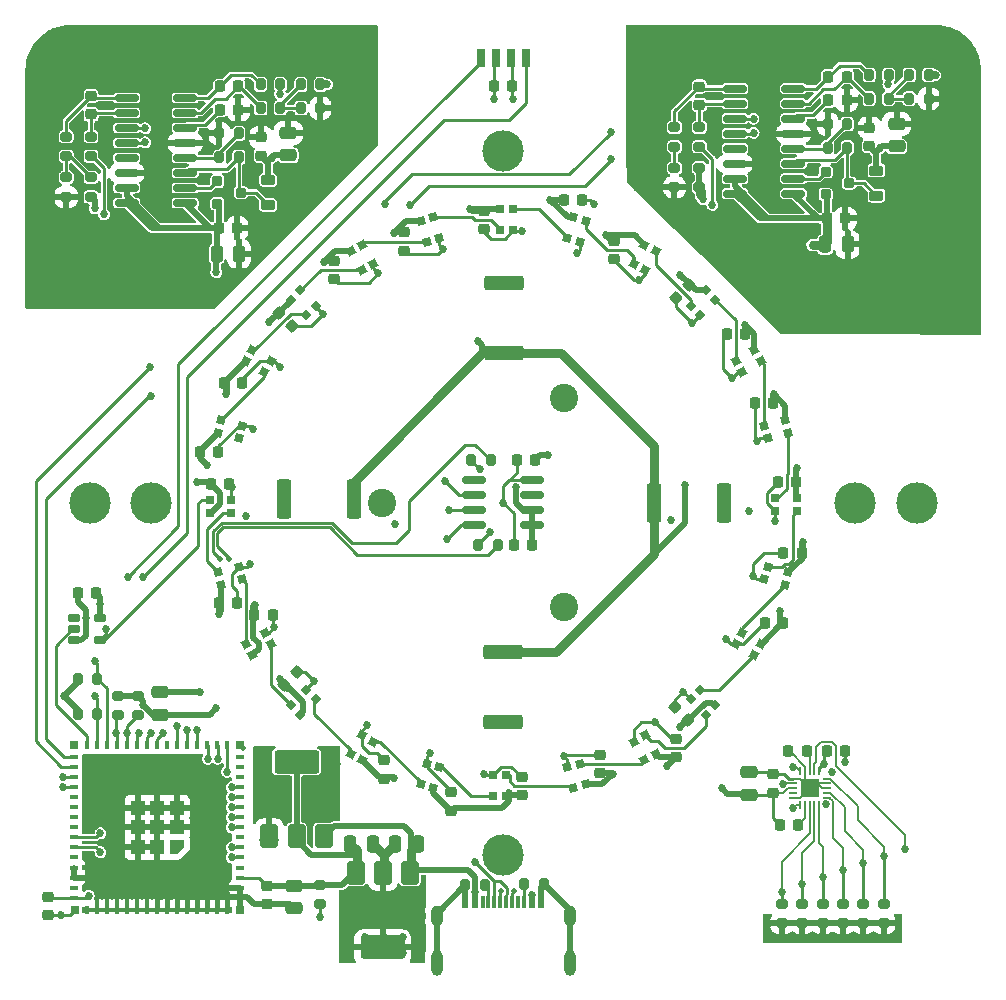
<source format=gbr>
%TF.GenerationSoftware,KiCad,Pcbnew,(6.0.8)*%
%TF.CreationDate,2022-10-28T16:32:11+02:00*%
%TF.ProjectId,view_base,76696577-5f62-4617-9365-2e6b69636164,rev?*%
%TF.SameCoordinates,Original*%
%TF.FileFunction,Copper,L1,Top*%
%TF.FilePolarity,Positive*%
%FSLAX46Y46*%
G04 Gerber Fmt 4.6, Leading zero omitted, Abs format (unit mm)*
G04 Created by KiCad (PCBNEW (6.0.8)) date 2022-10-28 16:32:11*
%MOMM*%
%LPD*%
G01*
G04 APERTURE LIST*
G04 Aperture macros list*
%AMRoundRect*
0 Rectangle with rounded corners*
0 $1 Rounding radius*
0 $2 $3 $4 $5 $6 $7 $8 $9 X,Y pos of 4 corners*
0 Add a 4 corners polygon primitive as box body*
4,1,4,$2,$3,$4,$5,$6,$7,$8,$9,$2,$3,0*
0 Add four circle primitives for the rounded corners*
1,1,$1+$1,$2,$3*
1,1,$1+$1,$4,$5*
1,1,$1+$1,$6,$7*
1,1,$1+$1,$8,$9*
0 Add four rect primitives between the rounded corners*
20,1,$1+$1,$2,$3,$4,$5,0*
20,1,$1+$1,$4,$5,$6,$7,0*
20,1,$1+$1,$6,$7,$8,$9,0*
20,1,$1+$1,$8,$9,$2,$3,0*%
%AMRotRect*
0 Rectangle, with rotation*
0 The origin of the aperture is its center*
0 $1 length*
0 $2 width*
0 $3 Rotation angle, in degrees counterclockwise*
0 Add horizontal line*
21,1,$1,$2,0,0,$3*%
%AMFreePoly0*
4,1,6,0.600000,-0.600000,-0.600000,-0.600000,-0.600000,0.000000,0.000000,0.600000,0.600000,0.600000,0.600000,-0.600000,0.600000,-0.600000,$1*%
G04 Aperture macros list end*
%TA.AperFunction,SMDPad,CuDef*%
%ADD10RoundRect,0.250000X0.500000X-0.750000X0.500000X0.750000X-0.500000X0.750000X-0.500000X-0.750000X0*%
%TD*%
%TA.AperFunction,SMDPad,CuDef*%
%ADD11RoundRect,0.250000X1.650000X-0.750000X1.650000X0.750000X-1.650000X0.750000X-1.650000X-0.750000X0*%
%TD*%
%TA.AperFunction,SMDPad,CuDef*%
%ADD12RoundRect,0.150000X0.825000X0.150000X-0.825000X0.150000X-0.825000X-0.150000X0.825000X-0.150000X0*%
%TD*%
%TA.AperFunction,SMDPad,CuDef*%
%ADD13RoundRect,0.225000X-0.225000X-0.250000X0.225000X-0.250000X0.225000X0.250000X-0.225000X0.250000X0*%
%TD*%
%TA.AperFunction,SMDPad,CuDef*%
%ADD14RoundRect,0.200000X-0.200000X-0.275000X0.200000X-0.275000X0.200000X0.275000X-0.200000X0.275000X0*%
%TD*%
%TA.AperFunction,SMDPad,CuDef*%
%ADD15RoundRect,0.200000X0.200000X0.275000X-0.200000X0.275000X-0.200000X-0.275000X0.200000X-0.275000X0*%
%TD*%
%TA.AperFunction,SMDPad,CuDef*%
%ADD16R,0.800000X0.400000*%
%TD*%
%TA.AperFunction,SMDPad,CuDef*%
%ADD17R,0.400000X0.800000*%
%TD*%
%TA.AperFunction,SMDPad,CuDef*%
%ADD18R,0.800000X0.800000*%
%TD*%
%TA.AperFunction,SMDPad,CuDef*%
%ADD19R,1.200000X1.200000*%
%TD*%
%TA.AperFunction,SMDPad,CuDef*%
%ADD20FreePoly0,180.000000*%
%TD*%
%TA.AperFunction,SMDPad,CuDef*%
%ADD21RoundRect,0.225000X-0.250000X0.225000X-0.250000X-0.225000X0.250000X-0.225000X0.250000X0.225000X0*%
%TD*%
%TA.AperFunction,SMDPad,CuDef*%
%ADD22RoundRect,0.250000X-0.475000X0.250000X-0.475000X-0.250000X0.475000X-0.250000X0.475000X0.250000X0*%
%TD*%
%TA.AperFunction,SMDPad,CuDef*%
%ADD23RoundRect,0.162500X-0.367500X-0.162500X0.367500X-0.162500X0.367500X0.162500X-0.367500X0.162500X0*%
%TD*%
%TA.AperFunction,SMDPad,CuDef*%
%ADD24R,0.700000X1.600000*%
%TD*%
%TA.AperFunction,ComponentPad*%
%ADD25C,0.600000*%
%TD*%
%TA.AperFunction,SMDPad,CuDef*%
%ADD26R,1.500000X1.500000*%
%TD*%
%TA.AperFunction,SMDPad,CuDef*%
%ADD27RoundRect,0.050000X0.300000X-0.050000X0.300000X0.050000X-0.300000X0.050000X-0.300000X-0.050000X0*%
%TD*%
%TA.AperFunction,SMDPad,CuDef*%
%ADD28RoundRect,0.050000X0.050000X-0.300000X0.050000X0.300000X-0.050000X0.300000X-0.050000X-0.300000X0*%
%TD*%
%TA.AperFunction,SMDPad,CuDef*%
%ADD29RoundRect,0.250000X-0.500000X0.750000X-0.500000X-0.750000X0.500000X-0.750000X0.500000X0.750000X0*%
%TD*%
%TA.AperFunction,SMDPad,CuDef*%
%ADD30RoundRect,0.250000X-1.650000X0.750000X-1.650000X-0.750000X1.650000X-0.750000X1.650000X0.750000X0*%
%TD*%
%TA.AperFunction,SMDPad,CuDef*%
%ADD31RoundRect,0.200000X-0.275000X0.200000X-0.275000X-0.200000X0.275000X-0.200000X0.275000X0.200000X0*%
%TD*%
%TA.AperFunction,SMDPad,CuDef*%
%ADD32RoundRect,0.200000X0.275000X-0.200000X0.275000X0.200000X-0.275000X0.200000X-0.275000X-0.200000X0*%
%TD*%
%TA.AperFunction,SMDPad,CuDef*%
%ADD33RoundRect,0.250000X0.362500X1.425000X-0.362500X1.425000X-0.362500X-1.425000X0.362500X-1.425000X0*%
%TD*%
%TA.AperFunction,SMDPad,CuDef*%
%ADD34RoundRect,0.250000X1.425000X-0.362500X1.425000X0.362500X-1.425000X0.362500X-1.425000X-0.362500X0*%
%TD*%
%TA.AperFunction,SMDPad,CuDef*%
%ADD35RoundRect,0.250000X-0.362500X-1.425000X0.362500X-1.425000X0.362500X1.425000X-0.362500X1.425000X0*%
%TD*%
%TA.AperFunction,SMDPad,CuDef*%
%ADD36RoundRect,0.250000X-1.425000X0.362500X-1.425000X-0.362500X1.425000X-0.362500X1.425000X0.362500X0*%
%TD*%
%TA.AperFunction,SMDPad,CuDef*%
%ADD37RoundRect,0.200000X-0.250000X-0.200000X0.250000X-0.200000X0.250000X0.200000X-0.250000X0.200000X0*%
%TD*%
%TA.AperFunction,SMDPad,CuDef*%
%ADD38RoundRect,0.218750X0.381250X-0.218750X0.381250X0.218750X-0.381250X0.218750X-0.381250X-0.218750X0*%
%TD*%
%TA.AperFunction,SMDPad,CuDef*%
%ADD39RotRect,0.700000X0.700000X345.000000*%
%TD*%
%TA.AperFunction,SMDPad,CuDef*%
%ADD40RotRect,0.700000X0.700000X330.000000*%
%TD*%
%TA.AperFunction,SMDPad,CuDef*%
%ADD41RotRect,0.700000X0.700000X315.000000*%
%TD*%
%TA.AperFunction,SMDPad,CuDef*%
%ADD42RotRect,0.700000X0.700000X300.000000*%
%TD*%
%TA.AperFunction,SMDPad,CuDef*%
%ADD43RotRect,0.700000X0.700000X285.000000*%
%TD*%
%TA.AperFunction,SMDPad,CuDef*%
%ADD44R,0.700000X0.700000*%
%TD*%
%TA.AperFunction,SMDPad,CuDef*%
%ADD45RotRect,0.700000X0.700000X255.000000*%
%TD*%
%TA.AperFunction,SMDPad,CuDef*%
%ADD46RotRect,0.700000X0.700000X240.000000*%
%TD*%
%TA.AperFunction,SMDPad,CuDef*%
%ADD47RotRect,0.700000X0.700000X225.000000*%
%TD*%
%TA.AperFunction,SMDPad,CuDef*%
%ADD48RotRect,0.700000X0.700000X210.000000*%
%TD*%
%TA.AperFunction,SMDPad,CuDef*%
%ADD49RotRect,0.700000X0.700000X195.000000*%
%TD*%
%TA.AperFunction,SMDPad,CuDef*%
%ADD50RotRect,0.700000X0.700000X165.000000*%
%TD*%
%TA.AperFunction,SMDPad,CuDef*%
%ADD51RotRect,0.700000X0.700000X150.000000*%
%TD*%
%TA.AperFunction,SMDPad,CuDef*%
%ADD52RotRect,0.700000X0.700000X135.000000*%
%TD*%
%TA.AperFunction,SMDPad,CuDef*%
%ADD53RotRect,0.700000X0.700000X120.000000*%
%TD*%
%TA.AperFunction,SMDPad,CuDef*%
%ADD54RotRect,0.700000X0.700000X105.000000*%
%TD*%
%TA.AperFunction,SMDPad,CuDef*%
%ADD55RotRect,0.700000X0.700000X75.000000*%
%TD*%
%TA.AperFunction,SMDPad,CuDef*%
%ADD56RotRect,0.700000X0.700000X60.000000*%
%TD*%
%TA.AperFunction,SMDPad,CuDef*%
%ADD57RotRect,0.700000X0.700000X45.000000*%
%TD*%
%TA.AperFunction,SMDPad,CuDef*%
%ADD58RotRect,0.700000X0.700000X30.000000*%
%TD*%
%TA.AperFunction,SMDPad,CuDef*%
%ADD59RotRect,0.700000X0.700000X15.000000*%
%TD*%
%TA.AperFunction,SMDPad,CuDef*%
%ADD60RoundRect,0.225000X-0.335876X-0.017678X-0.017678X-0.335876X0.335876X0.017678X0.017678X0.335876X0*%
%TD*%
%TA.AperFunction,SMDPad,CuDef*%
%ADD61RoundRect,0.225000X-0.017678X0.335876X-0.335876X0.017678X0.017678X-0.335876X0.335876X-0.017678X0*%
%TD*%
%TA.AperFunction,SMDPad,CuDef*%
%ADD62RoundRect,0.225000X0.225000X0.250000X-0.225000X0.250000X-0.225000X-0.250000X0.225000X-0.250000X0*%
%TD*%
%TA.AperFunction,SMDPad,CuDef*%
%ADD63RoundRect,0.225000X0.335876X0.017678X0.017678X0.335876X-0.335876X-0.017678X-0.017678X-0.335876X0*%
%TD*%
%TA.AperFunction,SMDPad,CuDef*%
%ADD64RoundRect,0.225000X0.250000X-0.225000X0.250000X0.225000X-0.250000X0.225000X-0.250000X-0.225000X0*%
%TD*%
%TA.AperFunction,SMDPad,CuDef*%
%ADD65RoundRect,0.225000X0.017678X-0.335876X0.335876X-0.017678X-0.017678X0.335876X-0.335876X0.017678X0*%
%TD*%
%TA.AperFunction,SMDPad,CuDef*%
%ADD66RoundRect,0.250000X0.475000X-0.250000X0.475000X0.250000X-0.475000X0.250000X-0.475000X-0.250000X0*%
%TD*%
%TA.AperFunction,SMDPad,CuDef*%
%ADD67RoundRect,0.250000X-0.250000X-0.475000X0.250000X-0.475000X0.250000X0.475000X-0.250000X0.475000X0*%
%TD*%
%TA.AperFunction,SMDPad,CuDef*%
%ADD68RoundRect,0.250000X0.250000X0.475000X-0.250000X0.475000X-0.250000X-0.475000X0.250000X-0.475000X0*%
%TD*%
%TA.AperFunction,ComponentPad*%
%ADD69C,2.400000*%
%TD*%
%TA.AperFunction,ComponentPad*%
%ADD70C,3.500000*%
%TD*%
%TA.AperFunction,SMDPad,CuDef*%
%ADD71R,0.600000X1.090000*%
%TD*%
%TA.AperFunction,SMDPad,CuDef*%
%ADD72R,0.300000X1.090000*%
%TD*%
%TA.AperFunction,ComponentPad*%
%ADD73O,1.000000X2.200000*%
%TD*%
%TA.AperFunction,ComponentPad*%
%ADD74O,1.000000X1.800000*%
%TD*%
%TA.AperFunction,ViaPad*%
%ADD75C,0.685800*%
%TD*%
%TA.AperFunction,ViaPad*%
%ADD76C,0.500000*%
%TD*%
%TA.AperFunction,Conductor*%
%ADD77C,0.508000*%
%TD*%
%TA.AperFunction,Conductor*%
%ADD78C,0.254000*%
%TD*%
%TA.AperFunction,Conductor*%
%ADD79C,0.762000*%
%TD*%
%TA.AperFunction,Conductor*%
%ADD80C,0.127000*%
%TD*%
G04 APERTURE END LIST*
D10*
%TO.P,REF\u002A\u002A,1*%
%TO.N,GND*%
X80200000Y-128250000D03*
D11*
%TO.P,REF\u002A\u002A,2*%
%TO.N,+3V3*%
X82500000Y-121950000D03*
D10*
X82500000Y-128250000D03*
%TO.P,REF\u002A\u002A,3*%
%TO.N,+5V*%
X84800000Y-128250000D03*
%TD*%
D12*
%TO.P,U4,1,VSUP*%
%TO.N,+3V3*%
X124575000Y-73845000D03*
%TO.P,U4,2,BASE*%
%TO.N,Net-(Q2-Pad1)*%
X124575000Y-72575000D03*
%TO.P,U4,3,AVDD*%
%TO.N,Net-(L2-Pad1)*%
X124575000Y-71305000D03*
%TO.P,U4,4,VFB*%
%TO.N,Net-(R15-Pad2)*%
X124575000Y-70035000D03*
%TO.P,U4,5,AGND*%
%TO.N,GND*%
X124575000Y-68765000D03*
%TO.P,U4,6,VBG*%
%TO.N,Net-(C20-Pad2)*%
X124575000Y-67495000D03*
%TO.P,U4,7,INA-*%
%TO.N,Net-(C24-Pad2)*%
X124575000Y-66225000D03*
%TO.P,U4,8,INA+*%
%TO.N,Net-(C24-Pad1)*%
X124575000Y-64955000D03*
%TO.P,U4,9,INB-*%
%TO.N,Net-(C25-Pad2)*%
X119625000Y-64955000D03*
%TO.P,U4,10,INB+*%
%TO.N,Net-(C25-Pad1)*%
X119625000Y-66225000D03*
%TO.P,U4,11,PD_SCK*%
%TO.N,/STRAIN2_SCK*%
X119625000Y-67495000D03*
%TO.P,U4,12,DOUT*%
%TO.N,/STRAIN2_DO*%
X119625000Y-68765000D03*
%TO.P,U4,13,XO*%
%TO.N,unconnected-(U4-Pad13)*%
X119625000Y-70035000D03*
%TO.P,U4,14,XI*%
%TO.N,GND*%
X119625000Y-71305000D03*
%TO.P,U4,15,RATE*%
%TO.N,+3V3*%
X119625000Y-72575000D03*
%TO.P,U4,16,DVDD*%
X119625000Y-73845000D03*
%TD*%
D13*
%TO.P,C53,2*%
%TO.N,+3V3*%
X102675000Y-96400000D03*
%TO.P,C53,1*%
%TO.N,GND*%
X101125000Y-96400000D03*
%TD*%
D14*
%TO.P,R44,2*%
%TO.N,/SDA*%
X98925000Y-96400000D03*
%TO.P,R44,1*%
%TO.N,Net-(IC1-Pad2)*%
X97275000Y-96400000D03*
%TD*%
D15*
%TO.P,R42,2*%
%TO.N,Net-(IC1-Pad12)*%
X97875000Y-103600000D03*
%TO.P,R42,1*%
%TO.N,/SCL*%
X99525000Y-103600000D03*
%TD*%
D16*
%TO.P,U2,1,GND*%
%TO.N,GND*%
X77700000Y-133450000D03*
%TO.P,U2,2,GND*%
X77700000Y-132600000D03*
%TO.P,U2,3,3V3*%
%TO.N,+3V3*%
X77700000Y-131750000D03*
%TO.P,U2,4,GPIO0/BOOT*%
%TO.N,unconnected-(U2-Pad4)*%
X77700000Y-130900000D03*
%TO.P,U2,5,GPIO1/TOUCH1/ADC1_CH0*%
%TO.N,/TMC_UH*%
X77700000Y-130050000D03*
%TO.P,U2,6,GPIO2/TOUCH2/ADC1_CH1*%
%TO.N,/TMC_VH*%
X77700000Y-129200000D03*
%TO.P,U2,7,GPIO3/TOUCH3/ADC1_CH2*%
%TO.N,unconnected-(U2-Pad7)*%
X77700000Y-128350000D03*
%TO.P,U2,8,GPIO4/TOUCH4/ADC1_CH3*%
%TO.N,/TMC_WH*%
X77700000Y-127500000D03*
%TO.P,U2,9,GPIO5/TOUCH5/ADC1_CH4*%
%TO.N,/TMC_UL*%
X77700000Y-126650000D03*
%TO.P,U2,10,GPIO6/TOUCH6/ADC1_CH5*%
%TO.N,/TMC_WL*%
X77700000Y-125800000D03*
%TO.P,U2,11,GPIO7/TOUCH7/ADC1_CH6*%
%TO.N,/TMC_VL*%
X77700000Y-124950000D03*
%TO.P,U2,12,GPIO8/TOUCH8/ADC1_CH7/SUBSPICS1*%
%TO.N,/TMC_DIAG*%
X77700000Y-124100000D03*
%TO.P,U2,13,GPIO9/TOUCH9/ADC1_CH8/FSPIHD/SUBSPIHD*%
%TO.N,unconnected-(U2-Pad13)*%
X77700000Y-123250000D03*
%TO.P,U2,14,GPIO10/TOUCH10/ADC1_CH9/FSPICS0/FSPIIO4/SUBSPICS0*%
%TO.N,unconnected-(U2-Pad14)*%
X77700000Y-122400000D03*
%TO.P,U2,15,GPIO11/TOUCH11/ADC2_CH0/FSPICS0/FSPIIO4/SUBSPICS0*%
%TO.N,unconnected-(U2-Pad15)*%
X77700000Y-121550000D03*
D17*
%TO.P,U2,16,GPIO12/TOUCH11/ADC2_CH0/FSPICS0/FSPIIO4/SUBSPICS0*%
%TO.N,/LCD_RST*%
X76650000Y-120500000D03*
%TO.P,U2,17,GPIO13/TOUCH13/ADC2_CH2/FSPIQ/FSPIIO7/SUBSPIQ*%
%TO.N,/LCD_DATA*%
X75800000Y-120500000D03*
%TO.P,U2,18,GPIO14/TOUCH14/ADC2_CH3/FSPIWP/FSPIDQS/SUBSPIWP*%
%TO.N,/LCD_SCK*%
X74950000Y-120500000D03*
%TO.P,U2,19,GPIO15/U0RTS/ADC2_CH4/XTAL_32K_P*%
%TO.N,/LCD_CS*%
X74100000Y-120500000D03*
%TO.P,U2,20,GPIO16/U0CTS/ADC2_CH5/XTAL_32K_NH5*%
%TO.N,/LCD_CMD*%
X73250000Y-120500000D03*
%TO.P,U2,21,GPIO17/U1TXD/ADC2_CH6*%
%TO.N,/LCD_BL*%
X72400000Y-120500000D03*
%TO.P,U2,22,GPIO18/U1RXD/ADC2_CH7/CLK_OUT3*%
%TO.N,unconnected-(U2-Pad22)*%
X71550000Y-120500000D03*
%TO.P,U2,23,GPIO19/U1RTS/ADC2_CH8/CLK_OUT2/USB_D-*%
%TO.N,/USB_D-*%
X70700000Y-120500000D03*
%TO.P,U2,24,GPIO20/U1CTS/ADC2_CH9/CLK_OUT1/USB_D+*%
%TO.N,/USB_D+*%
X69850000Y-120500000D03*
%TO.P,U2,25,GPIO21*%
%TO.N,/MAG_CSN*%
X69000000Y-120500000D03*
%TO.P,U2,26,GPIO26*%
%TO.N,/MAG_CLK*%
X68150000Y-120500000D03*
%TO.P,U2,27,GPIO47/SPICLK_P/SUBSPICLK_P_DIFF*%
%TO.N,/MAG_DO*%
X67300000Y-120500000D03*
%TO.P,U2,28,SPIIO4/GPIO33/FSPIHD/SUBSPIHD*%
%TO.N,/SCL*%
X66450000Y-120500000D03*
%TO.P,U2,29,SPIIO5/GPIO34/FSPICS0/SUBSPICS0*%
%TO.N,/SDA*%
X65600000Y-120500000D03*
%TO.P,U2,30,GPIO48/SPICLK_N/SUBSPICLK_N_DIFF*%
%TO.N,/LED_DATA*%
X64750000Y-120500000D03*
D16*
%TO.P,U2,31,SPIIO6/GPIO35/FSPID/SUBSPID*%
%TO.N,/STRAIN2_DO*%
X63700000Y-121550000D03*
%TO.P,U2,32,SPIIO7/GPIO36/FSPICLK/SUBSPICLK*%
%TO.N,/STRAIN2_SCK*%
X63700000Y-122400000D03*
%TO.P,U2,33,SPIDQS/GPIO37/FSPIQ/SUBSPIQ*%
%TO.N,/STRAIN1_DO*%
X63700000Y-123250000D03*
%TO.P,U2,34,GPIO38/FSPIWP/SUBSPIWP*%
%TO.N,/STRAIN1_SCK*%
X63700000Y-124100000D03*
%TO.P,U2,35,MTCK/GPIO39/CLK_OUT3/SUBSPICS1*%
%TO.N,unconnected-(U2-Pad35)*%
X63700000Y-124950000D03*
%TO.P,U2,36,MTDO/GPIO40/CLK_OUT2*%
%TO.N,unconnected-(U2-Pad36)*%
X63700000Y-125800000D03*
%TO.P,U2,37,MTDI/GPIO41/CLK_OUT1*%
%TO.N,unconnected-(U2-Pad37)*%
X63700000Y-126650000D03*
%TO.P,U2,38,MTMS/GPIO42*%
%TO.N,unconnected-(U2-Pad38)*%
X63700000Y-127500000D03*
%TO.P,U2,39,U0TXD/GPIO43/CLK_OUT1*%
%TO.N,Net-(TP3-Pad1)*%
X63700000Y-128350000D03*
%TO.P,U2,40,U0RXD/GPIO44/CLK_OUT2*%
%TO.N,Net-(TP4-Pad1)*%
X63700000Y-129200000D03*
%TO.P,U2,41,GPIO45*%
%TO.N,unconnected-(U2-Pad41)*%
X63700000Y-130050000D03*
%TO.P,U2,42,GND*%
%TO.N,GND*%
X63700000Y-130900000D03*
%TO.P,U2,43,GND*%
X63700000Y-131750000D03*
%TO.P,U2,44,GPIO46*%
%TO.N,unconnected-(U2-Pad44)*%
X63700000Y-132600000D03*
%TO.P,U2,45,EN*%
%TO.N,/ESP32_EN*%
X63700000Y-133450000D03*
D17*
%TO.P,U2,46,GND*%
%TO.N,GND*%
X64750000Y-134500000D03*
X65600000Y-134500000D03*
X66450000Y-134500000D03*
X67300000Y-134500000D03*
X68150000Y-134500000D03*
X69000000Y-134500000D03*
X69850000Y-134500000D03*
X70700000Y-134500000D03*
X71550000Y-134500000D03*
X72400000Y-134500000D03*
X73250000Y-134500000D03*
X74100000Y-134500000D03*
X74950000Y-134500000D03*
X75800000Y-134500000D03*
X76650000Y-134500000D03*
D18*
X77700000Y-134500000D03*
X63750000Y-134500000D03*
X77700000Y-120500000D03*
X63700000Y-120500000D03*
D19*
X70700000Y-127500000D03*
X69050000Y-127500000D03*
X70700000Y-129150000D03*
X72350000Y-127500000D03*
X70700000Y-125850000D03*
D20*
X72350000Y-129150000D03*
D19*
X69050000Y-129150000D03*
X69050000Y-125850000D03*
X72350000Y-125850000D03*
%TD*%
D21*
%TO.P,C6,2*%
%TO.N,GND*%
X80000000Y-133975000D03*
%TO.P,C6,1*%
%TO.N,+3V3*%
X80000000Y-132425000D03*
%TD*%
D22*
%TO.P,C5,2*%
%TO.N,GND*%
X82300000Y-134350000D03*
%TO.P,C5,1*%
%TO.N,+3V3*%
X82300000Y-132450000D03*
%TD*%
D23*
%TO.P,U8,5,VCC*%
%TO.N,+5V*%
X65875000Y-109775000D03*
%TO.P,U8,4,Y*%
%TO.N,/LED_DATA_5V*%
X65875000Y-111675000D03*
%TO.P,U8,3,GND*%
%TO.N,GND*%
X63675000Y-111675000D03*
%TO.P,U8,2,A*%
%TO.N,/LED_DATA*%
X63675000Y-110725000D03*
%TO.P,U8,1,NC*%
%TO.N,unconnected-(U8-Pad1)*%
X63675000Y-109775000D03*
%TD*%
D12*
%TO.P,U7,8,Z/W/CSN*%
%TO.N,/MAG_CSN*%
X97525000Y-101905000D03*
%TO.P,U7,7,B/V/SCL/CLK*%
%TO.N,/MAG_CLK*%
X97525000Y-100635000D03*
%TO.P,U7,6,A/U/SDA/DO*%
%TO.N,/MAG_DO*%
X97525000Y-99365000D03*
%TO.P,U7,5,PUSH*%
%TO.N,unconnected-(U7-Pad5)*%
X97525000Y-98095000D03*
%TO.P,U7,4,GND*%
%TO.N,GND*%
X102475000Y-98095000D03*
%TO.P,U7,3,ANALOG/PWM*%
%TO.N,unconnected-(U7-Pad3)*%
X102475000Y-99365000D03*
%TO.P,U7,2,MODE*%
%TO.N,+3V3*%
X102475000Y-100635000D03*
%TO.P,U7,1,VDD*%
X102475000Y-101905000D03*
%TD*%
D24*
%TO.P,U6,4,SDA*%
%TO.N,/SDA*%
X101905000Y-62337500D03*
%TO.P,U6,3,GND*%
%TO.N,GND*%
X100635000Y-62337500D03*
%TO.P,U6,2,VDD*%
%TO.N,+3V3*%
X99365000Y-62337500D03*
%TO.P,U6,1,SCL*%
%TO.N,/SCL*%
X98095000Y-62337500D03*
%TD*%
D25*
%TO.P,U5,PAD,PAD*%
%TO.N,GND*%
X125450000Y-124675000D03*
D26*
X125950000Y-124175000D03*
D27*
%TO.P,U5,20,BRW*%
X124500000Y-124975000D03*
%TO.P,U5,19,NC*%
%TO.N,unconnected-(U5-Pad19)*%
X124500000Y-124575000D03*
%TO.P,U5,18,VS*%
%TO.N,+5V*%
X124500000Y-124175000D03*
%TO.P,U5,17,V*%
%TO.N,Net-(J3-Pad2)*%
X124500000Y-123775000D03*
%TO.P,U5,16,BRUV*%
%TO.N,GND*%
X124500000Y-123375000D03*
D28*
%TO.P,U5,15,U*%
%TO.N,Net-(J3-Pad3)*%
X125150000Y-122725000D03*
%TO.P,U5,14,GND*%
%TO.N,GND*%
X125550000Y-122725000D03*
%TO.P,U5,13,1V8OUT*%
%TO.N,Net-(C26-Pad1)*%
X125950000Y-122725000D03*
%TO.P,U5,12,DIAG*%
%TO.N,/TMC_DIAG*%
X126350000Y-122725000D03*
%TO.P,U5,11,VIO/~{STDBY}*%
%TO.N,+3V3*%
X126750000Y-122725000D03*
D27*
%TO.P,U5,10,VL*%
%TO.N,/TMC_VL*%
X127400000Y-123375000D03*
%TO.P,U5,9,GND*%
%TO.N,GND*%
X127400000Y-123775000D03*
%TO.P,U5,8,GND*%
X127400000Y-124175000D03*
%TO.P,U5,7,WL*%
%TO.N,/TMC_WL*%
X127400000Y-124575000D03*
%TO.P,U5,6,UL*%
%TO.N,/TMC_UL*%
X127400000Y-124975000D03*
D28*
%TO.P,U5,5,WH*%
%TO.N,/TMC_WH*%
X126750000Y-125625000D03*
%TO.P,U5,4,VH*%
%TO.N,/TMC_VH*%
X126350000Y-125625000D03*
%TO.P,U5,3,UH*%
%TO.N,/TMC_UH*%
X125950000Y-125625000D03*
%TO.P,U5,2,VCP*%
%TO.N,Net-(C9-Pad2)*%
X125550000Y-125625000D03*
%TO.P,U5,1,W*%
%TO.N,Net-(J3-Pad1)*%
X125150000Y-125625000D03*
D25*
%TO.P,U5,PAD,PAD*%
%TO.N,GND*%
X125450000Y-123675000D03*
X126450000Y-123675000D03*
X126450000Y-124675000D03*
%TD*%
D12*
%TO.P,U3,1,VSUP*%
%TO.N,+3V3*%
X73075000Y-74645000D03*
%TO.P,U3,2,BASE*%
%TO.N,Net-(Q1-Pad1)*%
X73075000Y-73375000D03*
%TO.P,U3,3,AVDD*%
%TO.N,Net-(L1-Pad1)*%
X73075000Y-72105000D03*
%TO.P,U3,4,VFB*%
%TO.N,Net-(R14-Pad2)*%
X73075000Y-70835000D03*
%TO.P,U3,5,AGND*%
%TO.N,GND*%
X73075000Y-69565000D03*
%TO.P,U3,6,VBG*%
%TO.N,Net-(C19-Pad2)*%
X73075000Y-68295000D03*
%TO.P,U3,7,INA-*%
%TO.N,Net-(C22-Pad2)*%
X73075000Y-67025000D03*
%TO.P,U3,8,INA+*%
%TO.N,Net-(C22-Pad1)*%
X73075000Y-65755000D03*
%TO.P,U3,9,INB-*%
%TO.N,Net-(C23-Pad2)*%
X68125000Y-65755000D03*
%TO.P,U3,10,INB+*%
%TO.N,Net-(C23-Pad1)*%
X68125000Y-67025000D03*
%TO.P,U3,11,PD_SCK*%
%TO.N,/STRAIN1_SCK*%
X68125000Y-68295000D03*
%TO.P,U3,12,DOUT*%
%TO.N,/STRAIN1_DO*%
X68125000Y-69565000D03*
%TO.P,U3,13,XO*%
%TO.N,unconnected-(U3-Pad13)*%
X68125000Y-70835000D03*
%TO.P,U3,14,XI*%
%TO.N,GND*%
X68125000Y-72105000D03*
%TO.P,U3,15,RATE*%
%TO.N,+3V3*%
X68125000Y-73375000D03*
%TO.P,U3,16,DVDD*%
X68125000Y-74645000D03*
%TD*%
D29*
%TO.P,U1,3,VO*%
%TO.N,+3V3*%
X87500000Y-131350000D03*
%TO.P,U1,2,GND*%
%TO.N,GND*%
X89800000Y-131350000D03*
D30*
X89800000Y-137650000D03*
D29*
%TO.P,U1,1,VI*%
%TO.N,+5V*%
X92100000Y-131350000D03*
%TD*%
D31*
%TO.P,R41,2*%
%TO.N,GND*%
X114500001Y-73324999D03*
%TO.P,R41,1*%
%TO.N,/IN2B-*%
X114500001Y-71674999D03*
%TD*%
D14*
%TO.P,R40,1*%
%TO.N,/IN2A-*%
X134375001Y-65799997D03*
%TO.P,R40,2*%
%TO.N,GND*%
X136025001Y-65799997D03*
%TD*%
D31*
%TO.P,R39,2*%
%TO.N,GND*%
X63000000Y-74125000D03*
%TO.P,R39,1*%
%TO.N,/IN1B-*%
X63000000Y-72475000D03*
%TD*%
D14*
%TO.P,R38,2*%
%TO.N,GND*%
X84525000Y-66600000D03*
%TO.P,R38,1*%
%TO.N,/IN1A-*%
X82875000Y-66600000D03*
%TD*%
D31*
%TO.P,R37,2*%
%TO.N,/AVDD*%
X116600000Y-73300000D03*
%TO.P,R37,1*%
X116600000Y-71650000D03*
%TD*%
D15*
%TO.P,R35,2*%
%TO.N,/IN2A-*%
X134374997Y-63799998D03*
%TO.P,R35,1*%
%TO.N,/AVDD*%
X136024997Y-63799998D03*
%TD*%
D32*
%TO.P,R33,2*%
%TO.N,/IN1B-*%
X65100000Y-72475000D03*
%TO.P,R33,1*%
%TO.N,/AVDD*%
X65100000Y-74125000D03*
%TD*%
D15*
%TO.P,R31,2*%
%TO.N,/IN1A-*%
X82875000Y-64600000D03*
%TO.P,R31,1*%
%TO.N,/AVDD*%
X84525000Y-64600000D03*
%TD*%
D33*
%TO.P,R29,1*%
%TO.N,/IN2B+*%
X118662500Y-100000000D03*
%TO.P,R29,2*%
%TO.N,/AVDD*%
X112737500Y-100000000D03*
%TD*%
D34*
%TO.P,R28,2*%
%TO.N,/AVDD*%
X100000000Y-112637500D03*
%TO.P,R28,1*%
%TO.N,/IN2A+*%
X100000000Y-118562500D03*
%TD*%
D35*
%TO.P,R27,2*%
%TO.N,/AVDD*%
X87362500Y-99700000D03*
%TO.P,R27,1*%
%TO.N,/IN1B+*%
X81437500Y-99700000D03*
%TD*%
D36*
%TO.P,R26,2*%
%TO.N,/AVDD*%
X100100000Y-87362500D03*
%TO.P,R26,1*%
%TO.N,/IN1A+*%
X100100000Y-81437500D03*
%TD*%
D31*
%TO.P,R25,2*%
%TO.N,/IN2B-*%
X114500001Y-69874995D03*
%TO.P,R25,1*%
%TO.N,Net-(C25-Pad2)*%
X114500001Y-68224995D03*
%TD*%
D15*
%TO.P,R24,2*%
%TO.N,Net-(C24-Pad1)*%
X130974999Y-63799998D03*
%TO.P,R24,1*%
%TO.N,/IN2A+*%
X132624999Y-63799998D03*
%TD*%
D31*
%TO.P,R23,1*%
%TO.N,Net-(C23-Pad2)*%
X63000001Y-69024997D03*
%TO.P,R23,2*%
%TO.N,/IN1B-*%
X63000001Y-70674997D03*
%TD*%
D15*
%TO.P,R22,2*%
%TO.N,Net-(C22-Pad1)*%
X79475000Y-64600000D03*
%TO.P,R22,1*%
%TO.N,/IN1A+*%
X81125000Y-64600000D03*
%TD*%
D32*
%TO.P,R21,1*%
%TO.N,/IN2B+*%
X116600000Y-69874999D03*
%TO.P,R21,2*%
%TO.N,Net-(C25-Pad1)*%
X116600000Y-68224999D03*
%TD*%
D14*
%TO.P,R20,2*%
%TO.N,/IN2A-*%
X132624999Y-65799997D03*
%TO.P,R20,1*%
%TO.N,Net-(C24-Pad2)*%
X130974999Y-65799997D03*
%TD*%
D32*
%TO.P,R19,2*%
%TO.N,Net-(C23-Pad1)*%
X65100001Y-69024998D03*
%TO.P,R19,1*%
%TO.N,/IN1B+*%
X65100001Y-70674998D03*
%TD*%
D14*
%TO.P,R18,2*%
%TO.N,/IN1A-*%
X81125000Y-66600000D03*
%TO.P,R18,1*%
%TO.N,Net-(C22-Pad2)*%
X79475000Y-66600000D03*
%TD*%
D15*
%TO.P,R17,2*%
%TO.N,GND*%
X127474998Y-67950000D03*
%TO.P,R17,1*%
%TO.N,Net-(R15-Pad2)*%
X129124998Y-67950000D03*
%TD*%
%TO.P,R16,1*%
%TO.N,Net-(R14-Pad2)*%
X77625000Y-68750000D03*
%TO.P,R16,2*%
%TO.N,GND*%
X75975000Y-68750000D03*
%TD*%
%TO.P,R15,2*%
%TO.N,Net-(R15-Pad2)*%
X127475005Y-69949994D03*
%TO.P,R15,1*%
%TO.N,Net-(L2-Pad1)*%
X129125005Y-69949994D03*
%TD*%
%TO.P,R14,2*%
%TO.N,Net-(R14-Pad2)*%
X75975005Y-70749996D03*
%TO.P,R14,1*%
%TO.N,Net-(L1-Pad1)*%
X77625005Y-70749996D03*
%TD*%
D14*
%TO.P,R13,2*%
%TO.N,/SCL*%
X65625000Y-114900000D03*
%TO.P,R13,1*%
%TO.N,+3V3*%
X63975000Y-114900000D03*
%TD*%
D31*
%TO.P,R12,1*%
%TO.N,/TMC_VL*%
X132225000Y-133975000D03*
%TO.P,R12,2*%
%TO.N,GND*%
X132225000Y-135625000D03*
%TD*%
%TO.P,R11,1*%
%TO.N,/TMC_WL*%
X130500000Y-133975000D03*
%TO.P,R11,2*%
%TO.N,GND*%
X130500000Y-135625000D03*
%TD*%
D14*
%TO.P,R10,1*%
%TO.N,/USB_CC2*%
X101775000Y-132300000D03*
%TO.P,R10,2*%
%TO.N,GND*%
X103425000Y-132300000D03*
%TD*%
D31*
%TO.P,R9,2*%
%TO.N,GND*%
X128775000Y-135625000D03*
%TO.P,R9,1*%
%TO.N,/TMC_UL*%
X128775000Y-133975000D03*
%TD*%
D14*
%TO.P,R8,2*%
%TO.N,/SDA*%
X65625000Y-117900000D03*
%TO.P,R8,1*%
%TO.N,+3V3*%
X63975000Y-117900000D03*
%TD*%
D32*
%TO.P,R7,2*%
%TO.N,+3V3*%
X69100000Y-116375000D03*
%TO.P,R7,1*%
%TO.N,/MAG_CLK*%
X69100000Y-118025000D03*
%TD*%
D31*
%TO.P,R6,1*%
%TO.N,+3V3*%
X67400000Y-116375000D03*
%TO.P,R6,2*%
%TO.N,/MAG_DO*%
X67400000Y-118025000D03*
%TD*%
D15*
%TO.P,R5,2*%
%TO.N,GND*%
X96775000Y-132400000D03*
%TO.P,R5,1*%
%TO.N,/USB_CC1*%
X98425000Y-132400000D03*
%TD*%
D31*
%TO.P,R4,2*%
%TO.N,/ESP32_EN*%
X84500000Y-134025000D03*
%TO.P,R4,1*%
%TO.N,+3V3*%
X84500000Y-132375000D03*
%TD*%
%TO.P,R3,1*%
%TO.N,/TMC_WH*%
X127050000Y-133975000D03*
%TO.P,R3,2*%
%TO.N,GND*%
X127050000Y-135625000D03*
%TD*%
%TO.P,R2,2*%
%TO.N,GND*%
X125325000Y-135625000D03*
%TO.P,R2,1*%
%TO.N,/TMC_VH*%
X125325000Y-133975000D03*
%TD*%
%TO.P,R1,2*%
%TO.N,GND*%
X123600000Y-135625000D03*
%TO.P,R1,1*%
%TO.N,/TMC_UH*%
X123600000Y-133975000D03*
%TD*%
D37*
%TO.P,Q2,3,C*%
%TO.N,Net-(L2-Pad1)*%
X129300002Y-72949997D03*
%TO.P,Q2,2,E*%
%TO.N,+3V3*%
X127300002Y-73899997D03*
%TO.P,Q2,1,B*%
%TO.N,Net-(Q2-Pad1)*%
X127300002Y-71999997D03*
%TD*%
%TO.P,Q1,3,C*%
%TO.N,Net-(L1-Pad1)*%
X77800001Y-73749997D03*
%TO.P,Q1,2,E*%
%TO.N,+3V3*%
X75800001Y-74699997D03*
%TO.P,Q1,1,B*%
%TO.N,Net-(Q1-Pad1)*%
X75800001Y-72799997D03*
%TD*%
D38*
%TO.P,L2,2*%
%TO.N,/AVDD*%
X131599994Y-71887493D03*
%TO.P,L2,1*%
%TO.N,Net-(L2-Pad1)*%
X131599994Y-74012493D03*
%TD*%
%TO.P,L1,2*%
%TO.N,/AVDD*%
X80099998Y-72687494D03*
%TO.P,L1,1*%
%TO.N,Net-(L1-Pad1)*%
X80099998Y-74812494D03*
%TD*%
D39*
%TO.P,D24,1,DOUT*%
%TO.N,unconnected-(D24-Pad1)*%
X77616472Y-94568079D03*
%TO.P,D24,2,VSS*%
%TO.N,GND*%
X77901173Y-93505560D03*
%TO.P,D24,3,DIN*%
%TO.N,Net-(D23-Pad1)*%
X76133528Y-93031921D03*
%TO.P,D24,4,VDD*%
%TO.N,+5V*%
X75848827Y-94094440D03*
%TD*%
D40*
%TO.P,D23,4,VDD*%
%TO.N,+5V*%
X78182587Y-88043814D03*
%TO.P,D23,3,DIN*%
%TO.N,Net-(D22-Pad1)*%
X78732587Y-87091186D03*
%TO.P,D23,2,VSS*%
%TO.N,GND*%
X80317413Y-88006186D03*
%TO.P,D23,1,DOUT*%
%TO.N,Net-(D23-Pad1)*%
X79767413Y-88958814D03*
%TD*%
D41*
%TO.P,D22,4,VDD*%
%TO.N,+5V*%
X82039089Y-82816906D03*
%TO.P,D22,3,DIN*%
%TO.N,Net-(D21-Pad1)*%
X82816906Y-82039089D03*
%TO.P,D22,2,VSS*%
%TO.N,GND*%
X84110911Y-83333094D03*
%TO.P,D22,1,DOUT*%
%TO.N,Net-(D22-Pad1)*%
X83333094Y-84110911D03*
%TD*%
D42*
%TO.P,D21,4,VDD*%
%TO.N,+5V*%
X87091186Y-78732587D03*
%TO.P,D21,3,DIN*%
%TO.N,Net-(D20-Pad1)*%
X88043814Y-78182587D03*
%TO.P,D21,2,VSS*%
%TO.N,GND*%
X88958814Y-79767413D03*
%TO.P,D21,1,DOUT*%
%TO.N,Net-(D21-Pad1)*%
X88006186Y-80317413D03*
%TD*%
D43*
%TO.P,D20,4,VDD*%
%TO.N,+5V*%
X93031921Y-76133528D03*
%TO.P,D20,3,DIN*%
%TO.N,Net-(D19-Pad1)*%
X94094440Y-75848827D03*
%TO.P,D20,2,VSS*%
%TO.N,GND*%
X94568079Y-77616472D03*
%TO.P,D20,1,DOUT*%
%TO.N,Net-(D20-Pad1)*%
X93505560Y-77901173D03*
%TD*%
D44*
%TO.P,D19,4,VDD*%
%TO.N,+5V*%
X99750000Y-75135000D03*
%TO.P,D19,3,DIN*%
%TO.N,Net-(D18-Pad1)*%
X100850000Y-75135000D03*
%TO.P,D19,2,VSS*%
%TO.N,GND*%
X100850000Y-76965000D03*
%TO.P,D19,1,DOUT*%
%TO.N,Net-(D19-Pad1)*%
X99750000Y-76965000D03*
%TD*%
D45*
%TO.P,D18,4,VDD*%
%TO.N,+5V*%
X105905560Y-75848827D03*
%TO.P,D18,3,DIN*%
%TO.N,Net-(D17-Pad1)*%
X106968079Y-76133528D03*
%TO.P,D18,2,VSS*%
%TO.N,GND*%
X106494440Y-77901173D03*
%TO.P,D18,1,DOUT*%
%TO.N,Net-(D18-Pad1)*%
X105431921Y-77616472D03*
%TD*%
D46*
%TO.P,D17,1,DOUT*%
%TO.N,Net-(D17-Pad1)*%
X111041186Y-79767413D03*
%TO.P,D17,2,VSS*%
%TO.N,GND*%
X111993814Y-80317413D03*
%TO.P,D17,3,DIN*%
%TO.N,Net-(D16-Pad1)*%
X112908814Y-78732587D03*
%TO.P,D17,4,VDD*%
%TO.N,+5V*%
X111956186Y-78182587D03*
%TD*%
D47*
%TO.P,D16,1,DOUT*%
%TO.N,Net-(D16-Pad1)*%
X115889089Y-83333094D03*
%TO.P,D16,2,VSS*%
%TO.N,GND*%
X116666906Y-84110911D03*
%TO.P,D16,3,DIN*%
%TO.N,Net-(D15-Pad1)*%
X117960911Y-82816906D03*
%TO.P,D16,4,VDD*%
%TO.N,+5V*%
X117183094Y-82039089D03*
%TD*%
D48*
%TO.P,D15,4,VDD*%
%TO.N,+5V*%
X121267413Y-87091186D03*
%TO.P,D15,3,DIN*%
%TO.N,Net-(D14-Pad1)*%
X121817413Y-88043814D03*
%TO.P,D15,2,VSS*%
%TO.N,GND*%
X120232587Y-88958814D03*
%TO.P,D15,1,DOUT*%
%TO.N,Net-(D15-Pad1)*%
X119682587Y-88006186D03*
%TD*%
D49*
%TO.P,D14,4,VDD*%
%TO.N,+5V*%
X123866472Y-93031921D03*
%TO.P,D14,3,DIN*%
%TO.N,Net-(D13-Pad1)*%
X124151173Y-94094440D03*
%TO.P,D14,2,VSS*%
%TO.N,GND*%
X122383528Y-94568079D03*
%TO.P,D14,1,DOUT*%
%TO.N,Net-(D14-Pad1)*%
X122098827Y-93505560D03*
%TD*%
D44*
%TO.P,D13,4,VDD*%
%TO.N,+5V*%
X124840000Y-99650000D03*
%TO.P,D13,3,DIN*%
%TO.N,Net-(D12-Pad1)*%
X124840000Y-100750000D03*
%TO.P,D13,2,VSS*%
%TO.N,GND*%
X123010000Y-100750000D03*
%TO.P,D13,1,DOUT*%
%TO.N,Net-(D13-Pad1)*%
X123010000Y-99650000D03*
%TD*%
D50*
%TO.P,D12,1,DOUT*%
%TO.N,Net-(D12-Pad1)*%
X122383528Y-105431921D03*
%TO.P,D12,2,VSS*%
%TO.N,GND*%
X122098827Y-106494440D03*
%TO.P,D12,3,DIN*%
%TO.N,Net-(D11-Pad1)*%
X123866472Y-106968079D03*
%TO.P,D12,4,VDD*%
%TO.N,+5V*%
X124151173Y-105905560D03*
%TD*%
D51*
%TO.P,D11,4,VDD*%
%TO.N,+5V*%
X121817413Y-111956186D03*
%TO.P,D11,3,DIN*%
%TO.N,Net-(D10-Pad1)*%
X121267413Y-112908814D03*
%TO.P,D11,2,VSS*%
%TO.N,GND*%
X119682587Y-111993814D03*
%TO.P,D11,1,DOUT*%
%TO.N,Net-(D11-Pad1)*%
X120232587Y-111041186D03*
%TD*%
D52*
%TO.P,D10,1,DOUT*%
%TO.N,Net-(D10-Pad1)*%
X116666906Y-115889089D03*
%TO.P,D10,2,VSS*%
%TO.N,GND*%
X115889089Y-116666906D03*
%TO.P,D10,3,DIN*%
%TO.N,Net-(D10-Pad3)*%
X117183094Y-117960911D03*
%TO.P,D10,4,VDD*%
%TO.N,+5V*%
X117960911Y-117183094D03*
%TD*%
D53*
%TO.P,D9,1,DOUT*%
%TO.N,Net-(D10-Pad3)*%
X111993814Y-119682587D03*
%TO.P,D9,2,VSS*%
%TO.N,GND*%
X111041186Y-120232587D03*
%TO.P,D9,3,DIN*%
%TO.N,Net-(D8-Pad1)*%
X111956186Y-121817413D03*
%TO.P,D9,4,VDD*%
%TO.N,+5V*%
X112908814Y-121267413D03*
%TD*%
D54*
%TO.P,D8,4,VDD*%
%TO.N,+5V*%
X106968079Y-123866472D03*
%TO.P,D8,3,DIN*%
%TO.N,Net-(D7-Pad1)*%
X105905560Y-124151173D03*
%TO.P,D8,2,VSS*%
%TO.N,GND*%
X105431921Y-122383528D03*
%TO.P,D8,1,DOUT*%
%TO.N,Net-(D8-Pad1)*%
X106494440Y-122098827D03*
%TD*%
D44*
%TO.P,D7,4,VDD*%
%TO.N,+5V*%
X100250000Y-124865000D03*
%TO.P,D7,3,DIN*%
%TO.N,Net-(D6-Pad1)*%
X99150000Y-124865000D03*
%TO.P,D7,2,VSS*%
%TO.N,GND*%
X99150000Y-123035000D03*
%TO.P,D7,1,DOUT*%
%TO.N,Net-(D7-Pad1)*%
X100250000Y-123035000D03*
%TD*%
D55*
%TO.P,D6,4,VDD*%
%TO.N,+5V*%
X94094440Y-124151173D03*
%TO.P,D6,3,DIN*%
%TO.N,Net-(D5-Pad1)*%
X93031921Y-123866472D03*
%TO.P,D6,2,VSS*%
%TO.N,GND*%
X93505560Y-122098827D03*
%TO.P,D6,1,DOUT*%
%TO.N,Net-(D6-Pad1)*%
X94568079Y-122383528D03*
%TD*%
D56*
%TO.P,D5,4,VDD*%
%TO.N,+5V*%
X88043814Y-121817413D03*
%TO.P,D5,3,DIN*%
%TO.N,Net-(D4-Pad1)*%
X87091186Y-121267413D03*
%TO.P,D5,2,VSS*%
%TO.N,GND*%
X88006186Y-119682587D03*
%TO.P,D5,1,DOUT*%
%TO.N,Net-(D5-Pad1)*%
X88958814Y-120232587D03*
%TD*%
D57*
%TO.P,D4,4,VDD*%
%TO.N,+5V*%
X82816906Y-117960911D03*
%TO.P,D4,3,DIN*%
%TO.N,Net-(D3-Pad1)*%
X82039089Y-117183094D03*
%TO.P,D4,2,VSS*%
%TO.N,GND*%
X83333094Y-115889089D03*
%TO.P,D4,1,DOUT*%
%TO.N,Net-(D4-Pad1)*%
X84110911Y-116666906D03*
%TD*%
D58*
%TO.P,D3,1,DOUT*%
%TO.N,Net-(D3-Pad1)*%
X80342413Y-111993814D03*
%TO.P,D3,2,VSS*%
%TO.N,GND*%
X79792413Y-111041186D03*
%TO.P,D3,3,DIN*%
%TO.N,Net-(D2-Pad1)*%
X78207587Y-111956186D03*
%TO.P,D3,4,VDD*%
%TO.N,+5V*%
X78757587Y-112908814D03*
%TD*%
D59*
%TO.P,D2,1,DOUT*%
%TO.N,Net-(D2-Pad1)*%
X77876173Y-106494440D03*
%TO.P,D2,2,VSS*%
%TO.N,GND*%
X77591472Y-105431921D03*
%TO.P,D2,3,DIN*%
%TO.N,Net-(D1-Pad1)*%
X75823827Y-105905560D03*
%TO.P,D2,4,VDD*%
%TO.N,+5V*%
X76108528Y-106968079D03*
%TD*%
D44*
%TO.P,D1,4,VDD*%
%TO.N,+5V*%
X75135000Y-100850000D03*
%TO.P,D1,3,DIN*%
%TO.N,/LED_DATA_5V*%
X75135000Y-99750000D03*
%TO.P,D1,2,VSS*%
%TO.N,GND*%
X76965000Y-99750000D03*
%TO.P,D1,1,DOUT*%
%TO.N,Net-(D1-Pad1)*%
X76965000Y-100850000D03*
%TD*%
D13*
%TO.P,C52,2*%
%TO.N,GND*%
X75875000Y-95700000D03*
%TO.P,C52,1*%
%TO.N,+5V*%
X74325000Y-95700000D03*
%TD*%
%TO.P,C51,2*%
%TO.N,GND*%
X77875000Y-89900000D03*
%TO.P,C51,1*%
%TO.N,+5V*%
X76325000Y-89900000D03*
%TD*%
D60*
%TO.P,C50,2*%
%TO.N,GND*%
X82098008Y-85048008D03*
%TO.P,C50,1*%
%TO.N,+5V*%
X81001992Y-83951992D03*
%TD*%
D21*
%TO.P,C49,1*%
%TO.N,+5V*%
X85700000Y-79525000D03*
%TO.P,C49,2*%
%TO.N,GND*%
X85700000Y-81075000D03*
%TD*%
%TO.P,C48,2*%
%TO.N,GND*%
X91600000Y-78675000D03*
%TO.P,C48,1*%
%TO.N,+5V*%
X91600000Y-77125000D03*
%TD*%
%TO.P,C47,2*%
%TO.N,GND*%
X98400000Y-76850000D03*
%TO.P,C47,1*%
%TO.N,+5V*%
X98400000Y-75300000D03*
%TD*%
D13*
%TO.P,C46,2*%
%TO.N,GND*%
X106675000Y-74400000D03*
%TO.P,C46,1*%
%TO.N,+5V*%
X105125000Y-74400000D03*
%TD*%
D21*
%TO.P,C45,2*%
%TO.N,GND*%
X109400000Y-79375000D03*
%TO.P,C45,1*%
%TO.N,+5V*%
X109400000Y-77825000D03*
%TD*%
D61*
%TO.P,C44,2*%
%TO.N,GND*%
X114601992Y-82648008D03*
%TO.P,C44,1*%
%TO.N,+5V*%
X115698008Y-81551992D03*
%TD*%
D62*
%TO.P,C43,2*%
%TO.N,GND*%
X118925000Y-85700000D03*
%TO.P,C43,1*%
%TO.N,+5V*%
X120475000Y-85700000D03*
%TD*%
%TO.P,C42,2*%
%TO.N,GND*%
X121325000Y-91600000D03*
%TO.P,C42,1*%
%TO.N,+5V*%
X122875000Y-91600000D03*
%TD*%
%TO.P,C41,2*%
%TO.N,GND*%
X123225000Y-98300000D03*
%TO.P,C41,1*%
%TO.N,+5V*%
X124775000Y-98300000D03*
%TD*%
%TO.P,C40,2*%
%TO.N,GND*%
X123725000Y-104300000D03*
%TO.P,C40,1*%
%TO.N,+5V*%
X125275000Y-104300000D03*
%TD*%
%TO.P,C39,2*%
%TO.N,GND*%
X122125000Y-110200000D03*
%TO.P,C39,1*%
%TO.N,+5V*%
X123675000Y-110200000D03*
%TD*%
D63*
%TO.P,C38,2*%
%TO.N,GND*%
X114551992Y-117351992D03*
%TO.P,C38,1*%
%TO.N,+5V*%
X115648008Y-118448008D03*
%TD*%
D64*
%TO.P,C37,2*%
%TO.N,GND*%
X114600000Y-120025000D03*
%TO.P,C37,1*%
%TO.N,+5V*%
X114600000Y-121575000D03*
%TD*%
%TO.P,C36,1*%
%TO.N,+5V*%
X108200000Y-122900000D03*
%TO.P,C36,2*%
%TO.N,GND*%
X108200000Y-121350000D03*
%TD*%
%TO.P,C35,2*%
%TO.N,GND*%
X101600000Y-123250000D03*
%TO.P,C35,1*%
%TO.N,+5V*%
X101600000Y-124800000D03*
%TD*%
%TO.P,C34,1*%
%TO.N,+5V*%
X95600000Y-126075000D03*
%TO.P,C34,2*%
%TO.N,GND*%
X95600000Y-124525000D03*
%TD*%
%TO.P,C33,2*%
%TO.N,GND*%
X89900000Y-121825000D03*
%TO.P,C33,1*%
%TO.N,+5V*%
X89900000Y-123375000D03*
%TD*%
D65*
%TO.P,C32,2*%
%TO.N,GND*%
X82548008Y-114351992D03*
%TO.P,C32,1*%
%TO.N,+5V*%
X81451992Y-115448008D03*
%TD*%
D13*
%TO.P,C31,2*%
%TO.N,GND*%
X80475000Y-109500000D03*
%TO.P,C31,1*%
%TO.N,+5V*%
X78925000Y-109500000D03*
%TD*%
%TO.P,C30,1*%
%TO.N,+5V*%
X75925000Y-108500000D03*
%TO.P,C30,2*%
%TO.N,GND*%
X77475000Y-108500000D03*
%TD*%
%TO.P,C29,2*%
%TO.N,GND*%
X76775000Y-98400000D03*
%TO.P,C29,1*%
%TO.N,+5V*%
X75225000Y-98400000D03*
%TD*%
%TO.P,C28,2*%
%TO.N,+3V3*%
X102475000Y-103600000D03*
%TO.P,C28,1*%
%TO.N,GND*%
X100925000Y-103600000D03*
%TD*%
D62*
%TO.P,C27,1*%
%TO.N,+5V*%
X65525000Y-107625000D03*
%TO.P,C27,2*%
%TO.N,GND*%
X63975000Y-107625000D03*
%TD*%
%TO.P,C26,1*%
%TO.N,Net-(C26-Pad1)*%
X125700000Y-121075000D03*
%TO.P,C26,2*%
%TO.N,GND*%
X124150000Y-121075000D03*
%TD*%
D64*
%TO.P,C25,2*%
%TO.N,Net-(C25-Pad2)*%
X116600004Y-64774999D03*
%TO.P,C25,1*%
%TO.N,Net-(C25-Pad1)*%
X116600004Y-66324999D03*
%TD*%
D13*
%TO.P,C24,2*%
%TO.N,Net-(C24-Pad2)*%
X129074996Y-63949996D03*
%TO.P,C24,1*%
%TO.N,Net-(C24-Pad1)*%
X127524996Y-63949996D03*
%TD*%
D64*
%TO.P,C23,1*%
%TO.N,Net-(C23-Pad1)*%
X65100003Y-67125001D03*
%TO.P,C23,2*%
%TO.N,Net-(C23-Pad2)*%
X65100003Y-65575001D03*
%TD*%
D13*
%TO.P,C22,2*%
%TO.N,Net-(C22-Pad2)*%
X77574997Y-64749995D03*
%TO.P,C22,1*%
%TO.N,Net-(C22-Pad1)*%
X76024997Y-64749995D03*
%TD*%
%TO.P,C21,2*%
%TO.N,GND*%
X128925000Y-121075000D03*
%TO.P,C21,1*%
%TO.N,+3V3*%
X127375000Y-121075000D03*
%TD*%
D62*
%TO.P,C20,2*%
%TO.N,Net-(C20-Pad2)*%
X127524998Y-65949991D03*
%TO.P,C20,1*%
%TO.N,GND*%
X129074998Y-65949991D03*
%TD*%
%TO.P,C19,2*%
%TO.N,Net-(C19-Pad2)*%
X76024999Y-66749991D03*
%TO.P,C19,1*%
%TO.N,GND*%
X77574999Y-66749991D03*
%TD*%
D64*
%TO.P,C18,2*%
%TO.N,GND*%
X131000001Y-68275002D03*
%TO.P,C18,1*%
%TO.N,/AVDD*%
X131000001Y-69825002D03*
%TD*%
D66*
%TO.P,C17,2*%
%TO.N,GND*%
X133300000Y-67950000D03*
%TO.P,C17,1*%
%TO.N,/AVDD*%
X133300000Y-69850000D03*
%TD*%
D64*
%TO.P,C16,2*%
%TO.N,GND*%
X79500002Y-69075003D03*
%TO.P,C16,1*%
%TO.N,/AVDD*%
X79500002Y-70625003D03*
%TD*%
D66*
%TO.P,C15,2*%
%TO.N,GND*%
X81800003Y-68699999D03*
%TO.P,C15,1*%
%TO.N,/AVDD*%
X81800003Y-70599999D03*
%TD*%
D13*
%TO.P,C14,2*%
%TO.N,GND*%
X100775000Y-64700000D03*
%TO.P,C14,1*%
%TO.N,+3V3*%
X99225000Y-64700000D03*
%TD*%
%TO.P,C13,2*%
%TO.N,GND*%
X128974995Y-75949994D03*
%TO.P,C13,1*%
%TO.N,+3V3*%
X127424995Y-75949994D03*
%TD*%
D67*
%TO.P,C12,2*%
%TO.N,GND*%
X129149999Y-78149993D03*
%TO.P,C12,1*%
%TO.N,+3V3*%
X127249999Y-78149993D03*
%TD*%
D13*
%TO.P,C11,2*%
%TO.N,GND*%
X77474998Y-76749997D03*
%TO.P,C11,1*%
%TO.N,+3V3*%
X75924998Y-76749997D03*
%TD*%
D67*
%TO.P,C10,2*%
%TO.N,GND*%
X77649999Y-78949995D03*
%TO.P,C10,1*%
%TO.N,+3V3*%
X75749999Y-78949995D03*
%TD*%
D13*
%TO.P,C9,2*%
%TO.N,Net-(C9-Pad2)*%
X124975000Y-127275000D03*
%TO.P,C9,1*%
%TO.N,+5V*%
X123425000Y-127275000D03*
%TD*%
D64*
%TO.P,C8,1*%
%TO.N,+5V*%
X122825000Y-124550000D03*
%TO.P,C8,2*%
%TO.N,GND*%
X122825000Y-123000000D03*
%TD*%
D66*
%TO.P,C7,2*%
%TO.N,GND*%
X120825000Y-122825000D03*
%TO.P,C7,1*%
%TO.N,+5V*%
X120825000Y-124725000D03*
%TD*%
D21*
%TO.P,C4,2*%
%TO.N,GND*%
X61500000Y-134950001D03*
%TO.P,C4,1*%
%TO.N,/ESP32_EN*%
X61500000Y-133400001D03*
%TD*%
D66*
%TO.P,C3,2*%
%TO.N,GND*%
X70900000Y-116050000D03*
%TO.P,C3,1*%
%TO.N,+3V3*%
X70900000Y-117950000D03*
%TD*%
D67*
%TO.P,C2,2*%
%TO.N,GND*%
X88950000Y-128900000D03*
%TO.P,C2,1*%
%TO.N,+3V3*%
X87050000Y-128900000D03*
%TD*%
D68*
%TO.P,C1,1*%
%TO.N,+5V*%
X92750000Y-128900000D03*
%TO.P,C1,2*%
%TO.N,GND*%
X90850000Y-128900000D03*
%TD*%
D69*
%TO.P,H3,1,1*%
%TO.N,unconnected-(H3-Pad1)*%
X105125427Y-91122500D03*
%TD*%
%TO.P,H1,1,1*%
%TO.N,unconnected-(H1-Pad1)*%
X105125427Y-108877499D03*
%TD*%
%TO.P,H2,1,1*%
%TO.N,unconnected-(H2-Pad1)*%
X89749146Y-100000000D03*
%TD*%
D70*
%TO.P,H4,1,1*%
%TO.N,unconnected-(H4-Pad1)*%
X100000000Y-129800000D03*
%TD*%
%TO.P,H5,1,1*%
%TO.N,unconnected-(H5-Pad1)*%
X70200000Y-100000000D03*
%TD*%
%TO.P,H6,1,1*%
%TO.N,unconnected-(H6-Pad1)*%
X100000000Y-70200000D03*
%TD*%
%TO.P,H7,1,1*%
%TO.N,unconnected-(H7-Pad1)*%
X129800000Y-100000000D03*
%TD*%
D71*
%TO.P,J2,A1,GND*%
%TO.N,GND*%
X96800000Y-133850000D03*
%TO.P,J2,A4,VBUS*%
%TO.N,+5V*%
X97600000Y-133850000D03*
D72*
%TO.P,J2,A5,CC1*%
%TO.N,/USB_CC1*%
X98750000Y-133850000D03*
%TO.P,J2,A6,D+*%
%TO.N,/USB_D+*%
X99750000Y-133850000D03*
%TO.P,J2,A7,D-*%
%TO.N,/USB_D-*%
X100250000Y-133850000D03*
%TO.P,J2,A8,SBU1*%
%TO.N,unconnected-(J2-PadA8)*%
X101250000Y-133850000D03*
D71*
%TO.P,J2,A9,VBUS*%
%TO.N,+5V*%
X102400000Y-133850000D03*
%TO.P,J2,A12,GND*%
%TO.N,GND*%
X103200000Y-133850000D03*
%TO.P,J2,B1,GND*%
X103200000Y-133850000D03*
%TO.P,J2,B4,VBUS*%
%TO.N,+5V*%
X102400000Y-133850000D03*
D72*
%TO.P,J2,B5,CC2*%
%TO.N,/USB_CC2*%
X101750000Y-133850000D03*
%TO.P,J2,B6,D+*%
%TO.N,/USB_D+*%
X100750000Y-133850000D03*
%TO.P,J2,B7,D-*%
%TO.N,/USB_D-*%
X99250000Y-133850000D03*
%TO.P,J2,B8,SBU2*%
%TO.N,unconnected-(J2-PadB8)*%
X98250000Y-133850000D03*
D71*
%TO.P,J2,B9,VBUS*%
%TO.N,+5V*%
X97600000Y-133850000D03*
%TO.P,J2,B12,GND*%
%TO.N,GND*%
X96800000Y-133850000D03*
D73*
%TO.P,J2,S1,SHIELD*%
X94380000Y-139000000D03*
X105620000Y-139000000D03*
D74*
X105620000Y-135000000D03*
X94380000Y-135000000D03*
%TD*%
D70*
%TO.P,H8,1,1*%
%TO.N,unconnected-(H8-Pad1)*%
X135000000Y-100000000D03*
%TD*%
%TO.P,H9,1,1*%
%TO.N,unconnected-(H9-Pad1)*%
X65000000Y-100000000D03*
%TD*%
D75*
%TO.N,GND*%
X85100000Y-121100000D03*
X85900000Y-122100000D03*
X81000000Y-124900000D03*
X79900000Y-123900000D03*
X80700000Y-128600000D03*
X79700000Y-128600000D03*
%TO.N,+5V*%
X113900000Y-122300000D03*
%TO.N,/IN2A+*%
X100000000Y-118562500D03*
%TO.N,GND*%
X114200000Y-101500000D03*
X120800000Y-100700000D03*
%TO.N,/AVDD*%
X115400000Y-98500000D03*
%TO.N,/IN2B+*%
X118662500Y-100000000D03*
%TO.N,/STRAIN2_DO*%
X109100000Y-70900000D03*
%TO.N,/STRAIN2_SCK*%
X109100000Y-68600000D03*
%TO.N,/STRAIN2_DO*%
X92100000Y-74800000D03*
%TO.N,/STRAIN2_SCK*%
X90000000Y-74700000D03*
X70100000Y-88500000D03*
%TO.N,/STRAIN2_DO*%
X70148676Y-90948676D03*
%TO.N,+3V3*%
X126200000Y-78199992D03*
%TO.N,GND*%
X123102088Y-83802085D03*
X121900000Y-82600000D03*
X124099996Y-84500001D03*
X127499997Y-84500000D03*
X139100002Y-83200007D03*
X139100000Y-81500000D03*
X114702087Y-75302083D03*
X119510408Y-80110408D03*
X120712489Y-81312489D03*
X113500000Y-74100000D03*
X115904167Y-76504158D03*
X117106245Y-77706248D03*
X118308324Y-78908331D03*
X112300003Y-64300006D03*
X112300001Y-71100002D03*
X112300000Y-62600000D03*
X112300007Y-65999999D03*
X112299998Y-67700003D03*
X112299995Y-69400002D03*
X120799994Y-60900003D03*
X114000000Y-60900001D03*
X112299996Y-60900001D03*
X122500000Y-60900000D03*
X119100001Y-60900007D03*
X117399996Y-60899999D03*
X115699997Y-60900000D03*
%TO.N,/STRAIN2_DO*%
X121200000Y-68699998D03*
%TO.N,/AVDD*%
X131899998Y-69999997D03*
%TO.N,GND*%
X127499996Y-60899999D03*
X130900000Y-60900006D03*
X137699997Y-61399998D03*
X132599993Y-60900002D03*
X124099995Y-60900000D03*
%TO.N,/AVDD*%
X136600000Y-63799999D03*
%TO.N,GND*%
X138799994Y-62800003D03*
X129199995Y-60899998D03*
X139100000Y-76400000D03*
%TO.N,/IN2B+*%
X117700001Y-74799999D03*
%TO.N,/AVDD*%
X116899999Y-74299997D03*
%TO.N,GND*%
X129200004Y-84500002D03*
X139100001Y-74699999D03*
X139099993Y-64500001D03*
X137700000Y-84500000D03*
X139099995Y-66200002D03*
X139099999Y-72999994D03*
X139099999Y-69600001D03*
X125799999Y-60900000D03*
X134299999Y-60899999D03*
X139099997Y-78099997D03*
X130899997Y-84499999D03*
%TO.N,/IN2A+*%
X132599999Y-64599999D03*
%TO.N,/STRAIN2_SCK*%
X121199999Y-67499999D03*
%TO.N,GND*%
X134300006Y-84499997D03*
X139099993Y-79800001D03*
X135999998Y-60899999D03*
X139099996Y-71300002D03*
X135999999Y-84499999D03*
X139099995Y-67900002D03*
%TO.N,/AVDD*%
X97900000Y-86300000D03*
X85100000Y-64600000D03*
%TO.N,GND*%
X77100000Y-80500000D03*
X79697917Y-77702084D03*
X80893759Y-76506246D03*
X83297917Y-74102084D03*
X82095839Y-75304161D03*
X84493759Y-72906246D03*
X86897917Y-70502084D03*
X85695839Y-71704161D03*
X88100000Y-69299999D03*
X88100000Y-67600003D03*
X88100000Y-64199999D03*
X88100000Y-62500003D03*
X84700000Y-60800000D03*
X86400000Y-60800000D03*
X88099998Y-60800001D03*
X79600000Y-60800000D03*
X81300000Y-60800000D03*
X84700000Y-60800000D03*
X82999998Y-60800001D03*
X76200000Y-60800000D03*
X79600000Y-60800000D03*
X77899998Y-60800001D03*
X71100000Y-60800000D03*
X74500000Y-60800000D03*
X72799998Y-60800001D03*
X69400000Y-60800000D03*
X66000000Y-60800000D03*
X67699998Y-60800001D03*
X64300000Y-60800000D03*
X62600000Y-61100000D03*
X60700000Y-63900000D03*
X61200000Y-62200000D03*
X60700000Y-65600000D03*
X60700000Y-69000000D03*
X60700000Y-67300000D03*
X60700000Y-70700000D03*
X60700000Y-74100000D03*
X60700000Y-72400000D03*
X60700000Y-75800000D03*
X62900000Y-82300000D03*
X64600000Y-82300000D03*
X68000000Y-82300000D03*
X69700000Y-82300000D03*
X71400000Y-82300000D03*
X73100000Y-82300000D03*
X74800000Y-82300000D03*
%TO.N,/IN1A+*%
X100100000Y-81437500D03*
%TO.N,/IN1B+*%
X81437500Y-99700000D03*
X66200000Y-75600000D03*
%TO.N,/IN1A+*%
X81100000Y-65400000D03*
%TO.N,/AVDD*%
X80400000Y-70800000D03*
X65400000Y-75100000D03*
%TO.N,/STRAIN1_DO*%
X62700000Y-123200000D03*
%TO.N,/STRAIN1_SCK*%
X62700000Y-124100000D03*
%TO.N,/STRAIN1_DO*%
X69700000Y-69500000D03*
%TO.N,/STRAIN1_SCK*%
X69700000Y-68300000D03*
%TO.N,+3V3*%
X75700000Y-80500000D03*
%TO.N,GND*%
X77700000Y-134500000D03*
X63700000Y-120500000D03*
D76*
X77947813Y-120784827D03*
D75*
%TO.N,+3V3*%
X99200000Y-65800000D03*
%TO.N,GND*%
X100800000Y-65800000D03*
%TO.N,/SDA*%
X69500000Y-106300000D03*
%TO.N,/SCL*%
X68200000Y-106300000D03*
%TO.N,/LED_DATA_5V*%
X66400000Y-110700000D03*
D76*
%TO.N,/SCL*%
X76800000Y-104800000D03*
%TO.N,/SDA*%
X76000000Y-104800000D03*
D75*
%TO.N,/MAG_DO*%
X90800000Y-101800000D03*
X78200000Y-101100000D03*
%TO.N,+5V*%
X65875000Y-108625000D03*
X118500000Y-124200000D03*
X78950000Y-108700000D03*
X75900000Y-109400000D03*
X74100000Y-98250000D03*
X74950000Y-96850000D03*
X76550000Y-90800000D03*
X80200000Y-84750000D03*
X84850000Y-79600000D03*
X90750000Y-77150000D03*
X97200000Y-75150000D03*
X103950000Y-74350000D03*
X108700000Y-77350000D03*
X115000000Y-80700000D03*
X120500000Y-84950000D03*
X122900000Y-90850000D03*
X124900000Y-97100000D03*
X125400000Y-103300000D03*
X123450000Y-109200000D03*
X115000000Y-119000000D03*
X109300000Y-122950000D03*
X100500000Y-124603600D03*
X90750000Y-123300000D03*
X81100000Y-114900000D03*
%TO.N,GND*%
X107700000Y-74750000D03*
X65900000Y-124449999D03*
X66250000Y-132050000D03*
X68050000Y-132050000D03*
X69850000Y-132050000D03*
X71650000Y-132050000D03*
X75249999Y-132050000D03*
X73450000Y-132050000D03*
X75900000Y-129099999D03*
X75900000Y-127300000D03*
X75900000Y-125499999D03*
X75900000Y-123700000D03*
X74900000Y-122650000D03*
X71100000Y-122650000D03*
X69500000Y-122650000D03*
X67700000Y-122650000D03*
X65900000Y-122650000D03*
X72350000Y-129150000D03*
X70700000Y-129150000D03*
X69050000Y-129150000D03*
X69050000Y-127500000D03*
X70700000Y-127500000D03*
X72350000Y-127500000D03*
X72350000Y-125850000D03*
X70700000Y-125850000D03*
X69050000Y-125850000D03*
X127800000Y-122800000D03*
X127319400Y-125544400D03*
%TO.N,/USB_D-*%
X97600000Y-130400000D03*
D76*
%TO.N,/USB_D+*%
X100900000Y-132900000D03*
X99800000Y-132900000D03*
D75*
%TO.N,GND*%
X89900000Y-129850000D03*
X91500000Y-138100000D03*
X89900000Y-138100000D03*
X88300000Y-138100000D03*
X91500000Y-136800000D03*
X89900000Y-136800000D03*
X88300000Y-136800000D03*
%TO.N,+3V3*%
X127200000Y-122100000D03*
X87600000Y-129800000D03*
%TO.N,+5V*%
X92200000Y-129800000D03*
X102400000Y-133200000D03*
X97600000Y-133000000D03*
%TO.N,/TMC_VL*%
X77000000Y-124950000D03*
%TO.N,/TMC_DIAG*%
X77000000Y-124100000D03*
%TO.N,/TMC_WL*%
X77000000Y-125800000D03*
%TO.N,/TMC_UL*%
X77000000Y-126650000D03*
%TO.N,/TMC_WH*%
X77000000Y-127500000D03*
%TO.N,/TMC_VH*%
X77000000Y-129200000D03*
%TO.N,/TMC_UH*%
X77000000Y-130050000D03*
%TO.N,GND*%
X133300000Y-135600000D03*
X132200000Y-136700000D03*
X130500000Y-136700000D03*
X128800000Y-136700000D03*
X127000000Y-136700000D03*
X125300000Y-136700000D03*
X123600000Y-136700000D03*
X122500000Y-135600000D03*
X128900000Y-122000000D03*
%TO.N,Net-(J3-Pad1)*%
X124500000Y-125900000D03*
%TO.N,Net-(J3-Pad3)*%
X124500000Y-122400000D03*
%TO.N,Net-(J3-Pad2)*%
X123700000Y-123800000D03*
%TO.N,/TMC_UH*%
X123600000Y-132975000D03*
%TO.N,/TMC_WL*%
X130500000Y-130525000D03*
%TO.N,/TMC_DIAG*%
X134050000Y-129325000D03*
%TO.N,/TMC_VL*%
X132275000Y-129925000D03*
%TO.N,/TMC_UL*%
X128775000Y-131125000D03*
%TO.N,/TMC_WH*%
X127075000Y-131725000D03*
%TO.N,/TMC_VH*%
X125300000Y-132325000D03*
%TO.N,+3V3*%
X103800000Y-96000000D03*
%TO.N,GND*%
X93775000Y-121175000D03*
X98400000Y-123000000D03*
X105125000Y-121450000D03*
X112850000Y-118600000D03*
X115225000Y-116000000D03*
X118850000Y-111550000D03*
X121175000Y-106200000D03*
X123000000Y-101600000D03*
X121475000Y-94825000D03*
X119375000Y-89425000D03*
X115975000Y-84775000D03*
X111500000Y-81125000D03*
X106225000Y-78850000D03*
X101600000Y-77000000D03*
X94875000Y-78525000D03*
X89400000Y-80600000D03*
X84725000Y-84050000D03*
X81125000Y-88500000D03*
X78800000Y-93800000D03*
X77000000Y-98700000D03*
X83975000Y-115150000D03*
X88500000Y-118850000D03*
X80625000Y-110550000D03*
X78525000Y-105200000D03*
X64675000Y-109750000D03*
%TO.N,+3V3*%
X69500000Y-117100000D03*
X62800000Y-116400000D03*
%TO.N,/MAG_CSN*%
X95200000Y-103100000D03*
%TO.N,/MAG_CLK*%
X95400000Y-100600000D03*
%TO.N,/MAG_DO*%
X95100000Y-98200000D03*
%TO.N,+3V3*%
X75700000Y-117400000D03*
%TO.N,GND*%
X74300000Y-116000000D03*
%TO.N,/ESP32_EN*%
X84500000Y-135100000D03*
%TO.N,GND*%
X62549999Y-134950001D03*
%TO.N,/SCL*%
X65400000Y-113400000D03*
%TO.N,/SDA*%
X65400000Y-116400000D03*
%TO.N,/USB_D-*%
X71200000Y-119500000D03*
%TO.N,/USB_D+*%
X70200000Y-119500000D03*
%TO.N,/MAG_CSN*%
X69200000Y-119500000D03*
%TO.N,/MAG_CLK*%
X68187697Y-119500000D03*
%TO.N,/MAG_DO*%
X67200000Y-119500000D03*
%TO.N,Net-(IC1-Pad12)*%
X98900000Y-102500000D03*
%TO.N,Net-(IC1-Pad2)*%
X98000000Y-97200000D03*
%TO.N,+3V3*%
X101088059Y-98691400D03*
%TO.N,GND*%
X100000000Y-100000000D03*
%TO.N,/LCD_BL*%
X72400000Y-118900000D03*
%TO.N,/LCD_CMD*%
X73212303Y-119274606D03*
%TO.N,/LCD_CS*%
X74100000Y-119274606D03*
%TO.N,/LCD_SCK*%
X75000000Y-121700000D03*
%TO.N,/LCD_DATA*%
X75812303Y-121700000D03*
%TO.N,/LCD_RST*%
X76624606Y-122800000D03*
%TO.N,/ESP32_EN*%
X64900000Y-133300000D03*
%TO.N,Net-(TP3-Pad1)*%
X65900000Y-128000000D03*
%TO.N,Net-(TP4-Pad1)*%
X65900000Y-129600000D03*
%TD*%
D77*
%TO.N,+3V3*%
X82500000Y-121950000D02*
X82500000Y-128250000D01*
%TO.N,+5V*%
X84800000Y-128250000D02*
X85650000Y-127400000D01*
X85650000Y-127400000D02*
X91600000Y-127400000D01*
X91600000Y-127400000D02*
X92200000Y-128000000D01*
X92200000Y-128000000D02*
X92200000Y-129800000D01*
%TO.N,+3V3*%
X82500000Y-128250000D02*
X82500000Y-128575000D01*
X82500000Y-128575000D02*
X83725000Y-129800000D01*
X83725000Y-129800000D02*
X87600000Y-129800000D01*
D78*
%TO.N,/TMC_UH*%
X77700000Y-130050000D02*
X77000000Y-130050000D01*
%TO.N,/TMC_VH*%
X77700000Y-129200000D02*
X77000000Y-129200000D01*
%TO.N,/TMC_WH*%
X77700000Y-127500000D02*
X77000000Y-127500000D01*
%TO.N,/TMC_UL*%
X77700000Y-126650000D02*
X77000000Y-126650000D01*
%TO.N,/TMC_WL*%
X77700000Y-125800000D02*
X77000000Y-125800000D01*
%TO.N,/TMC_VL*%
X77700000Y-124950000D02*
X77000000Y-124950000D01*
%TO.N,/TMC_DIAG*%
X77700000Y-124100000D02*
X77000000Y-124100000D01*
D77*
%TO.N,/AVDD*%
X116600000Y-71650000D02*
X116600000Y-73999998D01*
X116600000Y-73999998D02*
X116899999Y-74299997D01*
D78*
%TO.N,/LED_DATA_5V*%
X65875000Y-111675000D02*
X66212500Y-111675000D01*
X66212500Y-111675000D02*
X74200000Y-103687500D01*
X74200000Y-103687500D02*
X74200000Y-100050000D01*
X74200000Y-100050000D02*
X74500000Y-99750000D01*
X74500000Y-99750000D02*
X75135000Y-99750000D01*
D77*
%TO.N,+5V*%
X75135000Y-100850000D02*
X75300000Y-100850000D01*
X75075000Y-98250000D02*
X74100000Y-98250000D01*
X75300000Y-100850000D02*
X76050000Y-100100000D01*
X76050000Y-100100000D02*
X76050000Y-99225000D01*
X76050000Y-99225000D02*
X75075000Y-98250000D01*
D78*
%TO.N,Net-(D1-Pad1)*%
X75823827Y-105905560D02*
X74900000Y-104981733D01*
X74900000Y-104981733D02*
X74900000Y-102200000D01*
X74900000Y-102200000D02*
X76250000Y-100850000D01*
X76250000Y-100850000D02*
X76965000Y-100850000D01*
D77*
%TO.N,+5V*%
X75925000Y-108500000D02*
X75900000Y-108525000D01*
X75900000Y-108525000D02*
X75900000Y-109400000D01*
D78*
%TO.N,GND*%
X80475000Y-109500000D02*
X80475000Y-110400000D01*
X80475000Y-110400000D02*
X80625000Y-110550000D01*
X82548008Y-114351992D02*
X83176992Y-114351992D01*
X83176992Y-114351992D02*
X83975000Y-115150000D01*
X89900000Y-121825000D02*
X89275000Y-121200000D01*
X89275000Y-121200000D02*
X88600000Y-121200000D01*
X88600000Y-121200000D02*
X88006186Y-120606186D01*
X88006186Y-120606186D02*
X88006186Y-119682587D01*
D77*
%TO.N,+5V*%
X100500000Y-124603600D02*
X100500000Y-125277000D01*
X100500000Y-125277000D02*
X99902000Y-125875000D01*
X99902000Y-125875000D02*
X95800000Y-125875000D01*
X94094440Y-124569440D02*
X94094440Y-124151173D01*
X95800000Y-125875000D02*
X95600000Y-126075000D01*
X95600000Y-126075000D02*
X94094440Y-124569440D01*
D78*
%TO.N,GND*%
X95600000Y-124525000D02*
X95600000Y-124450809D01*
X95600000Y-124450809D02*
X93505560Y-122356369D01*
X93505560Y-122356369D02*
X93505560Y-122098827D01*
%TO.N,Net-(D6-Pad1)*%
X94568079Y-122383528D02*
X94783528Y-122383528D01*
X97265000Y-124865000D02*
X99150000Y-124865000D01*
X94783528Y-122383528D02*
X97265000Y-124865000D01*
D77*
%TO.N,+5V*%
X100500000Y-124603600D02*
X100696400Y-124800000D01*
X100696400Y-124800000D02*
X101800000Y-124800000D01*
D78*
%TO.N,GND*%
X101800000Y-123250000D02*
X101600000Y-123250000D01*
X101600000Y-123250000D02*
X100700000Y-122350000D01*
X100700000Y-122350000D02*
X99835000Y-122350000D01*
X99835000Y-122350000D02*
X99150000Y-123035000D01*
X99150000Y-123035000D02*
X98435000Y-123035000D01*
X98435000Y-123035000D02*
X98400000Y-123000000D01*
X114600000Y-120025000D02*
X114275000Y-120025000D01*
X114275000Y-120025000D02*
X112850000Y-118600000D01*
X114601992Y-117101992D02*
X114551992Y-117051992D01*
X114551992Y-117051992D02*
X114551992Y-116673008D01*
X114551992Y-116673008D02*
X115225000Y-116000000D01*
D77*
%TO.N,+5V*%
X115648008Y-118448008D02*
X115551992Y-118448008D01*
X115551992Y-118448008D02*
X115000000Y-119000000D01*
X117960911Y-117183094D02*
X117713423Y-116935606D01*
X117160410Y-116935606D02*
X115648008Y-118448008D01*
X117713423Y-116935606D02*
X117160410Y-116935606D01*
X114600000Y-121575000D02*
X113216401Y-121575000D01*
X113216401Y-121575000D02*
X112908814Y-121267413D01*
X113900000Y-122300000D02*
X113900000Y-122275000D01*
X113900000Y-122275000D02*
X114600000Y-121575000D01*
D78*
%TO.N,Net-(D10-Pad3)*%
X111993814Y-119682587D02*
X112511227Y-120200000D01*
X112511227Y-120200000D02*
X113100000Y-120200000D01*
X113100000Y-120200000D02*
X113705590Y-120805590D01*
X113705590Y-120805590D02*
X115294410Y-120805590D01*
X115294410Y-120805590D02*
X117183094Y-118916906D01*
X117183094Y-118916906D02*
X117183094Y-117960911D01*
%TO.N,GND*%
X119682587Y-111993814D02*
X120331186Y-111993814D01*
X120331186Y-111993814D02*
X122025000Y-110300000D01*
X122025000Y-110300000D02*
X121925000Y-110300000D01*
D77*
%TO.N,+5V*%
X121817413Y-111956186D02*
X121918814Y-111956186D01*
X121918814Y-111956186D02*
X123475000Y-110400000D01*
X123475000Y-110400000D02*
X123475000Y-109225000D01*
X123475000Y-109225000D02*
X123450000Y-109200000D01*
X124840000Y-99650000D02*
X124775000Y-99585000D01*
X124775000Y-99585000D02*
X124775000Y-97225000D01*
D78*
%TO.N,GND*%
X123225000Y-98200000D02*
X123225000Y-98300000D01*
X123225000Y-98300000D02*
X122300000Y-99225000D01*
X122300000Y-99225000D02*
X122300000Y-100040000D01*
X122300000Y-100040000D02*
X123010000Y-100750000D01*
%TO.N,Net-(D12-Pad1)*%
X122383528Y-105431921D02*
X123589452Y-105431921D01*
X123589452Y-105431921D02*
X123855937Y-105165436D01*
X124500000Y-104838313D02*
X124500000Y-101090000D01*
X123855937Y-105165436D02*
X124172877Y-105165436D01*
X124172877Y-105165436D02*
X124500000Y-104838313D01*
X124500000Y-101090000D02*
X124840000Y-100750000D01*
D77*
%TO.N,+5V*%
X125275000Y-104300000D02*
X125275000Y-103425000D01*
X125275000Y-103425000D02*
X125400000Y-103300000D01*
D78*
%TO.N,Net-(D13-Pad1)*%
X123010000Y-99650000D02*
X123200000Y-99650000D01*
X124000000Y-98850000D02*
X124000000Y-97650000D01*
X124151173Y-97498827D02*
X124151173Y-94094440D01*
X123200000Y-99650000D02*
X124000000Y-98850000D01*
X124000000Y-97650000D02*
X124151173Y-97498827D01*
%TO.N,GND*%
X123010000Y-100750000D02*
X123000000Y-100760000D01*
X123000000Y-100760000D02*
X123000000Y-101600000D01*
X121325000Y-91600000D02*
X121325000Y-94675000D01*
X121325000Y-94675000D02*
X121475000Y-94825000D01*
D77*
%TO.N,+5V*%
X122875000Y-91600000D02*
X122875000Y-90875000D01*
X122875000Y-90875000D02*
X122900000Y-90850000D01*
D78*
%TO.N,GND*%
X118925000Y-85700000D02*
X118650000Y-85975000D01*
X118650000Y-85975000D02*
X118650000Y-88700000D01*
X118650000Y-88700000D02*
X119375000Y-89425000D01*
D77*
%TO.N,+5V*%
X120475000Y-85700000D02*
X120475000Y-84975000D01*
X120475000Y-84975000D02*
X120500000Y-84950000D01*
X109400000Y-77825000D02*
X109175000Y-77825000D01*
X109175000Y-77825000D02*
X108700000Y-77350000D01*
D78*
%TO.N,GND*%
X109400000Y-79375000D02*
X109400000Y-79450000D01*
X109400000Y-79450000D02*
X111075000Y-81125000D01*
X111075000Y-81125000D02*
X111500000Y-81125000D01*
X106675000Y-74400000D02*
X107350000Y-74400000D01*
X107350000Y-74400000D02*
X107700000Y-74750000D01*
D77*
%TO.N,+5V*%
X105125000Y-74400000D02*
X104000000Y-74400000D01*
X104000000Y-74400000D02*
X103950000Y-74350000D01*
D78*
%TO.N,Net-(D18-Pad1)*%
X105431921Y-77616472D02*
X105431921Y-77531921D01*
X105431921Y-77531921D02*
X103035000Y-75135000D01*
X103035000Y-75135000D02*
X100850000Y-75135000D01*
D77*
%TO.N,+5V*%
X99750000Y-75135000D02*
X97215000Y-75135000D01*
X97215000Y-75135000D02*
X97200000Y-75150000D01*
D78*
%TO.N,Net-(D19-Pad1)*%
X99750000Y-76965000D02*
X99750000Y-76850000D01*
X99750000Y-76850000D02*
X98977847Y-76077847D01*
X97376623Y-75848827D02*
X94094440Y-75848827D01*
X98977847Y-76077847D02*
X97605643Y-76077847D01*
X97605643Y-76077847D02*
X97376623Y-75848827D01*
%TO.N,GND*%
X98300000Y-76850000D02*
X98300000Y-77023000D01*
X98300000Y-77023000D02*
X98977000Y-77700000D01*
X98977000Y-77700000D02*
X100115000Y-77700000D01*
X100115000Y-77700000D02*
X100850000Y-76965000D01*
X100850000Y-76965000D02*
X100885000Y-77000000D01*
X100885000Y-77000000D02*
X101600000Y-77000000D01*
X91600000Y-78675000D02*
X91875000Y-78950000D01*
X91875000Y-78950000D02*
X94450000Y-78950000D01*
X94450000Y-78950000D02*
X94875000Y-78525000D01*
D77*
%TO.N,+5V*%
X85700000Y-79525000D02*
X84925000Y-79525000D01*
X84925000Y-79525000D02*
X84850000Y-79600000D01*
D78*
%TO.N,GND*%
X85700000Y-81075000D02*
X86025000Y-81400000D01*
X86025000Y-81400000D02*
X88600000Y-81400000D01*
X88600000Y-81400000D02*
X89400000Y-80600000D01*
X77875000Y-89900000D02*
X77875000Y-89575000D01*
X77875000Y-89575000D02*
X79443814Y-88006186D01*
X79443814Y-88006186D02*
X80317413Y-88006186D01*
D77*
%TO.N,+5V*%
X78182587Y-88043814D02*
X76326401Y-89900000D01*
X76326401Y-89900000D02*
X76325000Y-89900000D01*
X76325000Y-89900000D02*
X76550000Y-90125000D01*
X76550000Y-90125000D02*
X76550000Y-90800000D01*
D78*
%TO.N,GND*%
X75875000Y-95700000D02*
X75875000Y-95225000D01*
X75875000Y-95225000D02*
X77594440Y-93505560D01*
X77594440Y-93505560D02*
X77901173Y-93505560D01*
D77*
%TO.N,+5V*%
X74325000Y-95700000D02*
X74325000Y-96225000D01*
X74325000Y-96225000D02*
X74950000Y-96850000D01*
X75848827Y-94094440D02*
X74325000Y-95618267D01*
X74325000Y-95618267D02*
X74325000Y-95700000D01*
D78*
%TO.N,/MAG_DO*%
X67200000Y-119500000D02*
X67200000Y-118225000D01*
X67200000Y-118225000D02*
X67400000Y-118025000D01*
X67400000Y-118025000D02*
X67300000Y-118025000D01*
%TO.N,/MAG_CLK*%
X68187697Y-119500000D02*
X68187697Y-118937303D01*
X68187697Y-118937303D02*
X69100000Y-118025000D01*
D77*
%TO.N,+3V3*%
X67300000Y-116375000D02*
X69100000Y-116375000D01*
X69100000Y-116375000D02*
X69500000Y-116775000D01*
X69500000Y-116775000D02*
X69500000Y-117100000D01*
%TO.N,GND*%
X70900000Y-116050000D02*
X74250000Y-116050000D01*
X74250000Y-116050000D02*
X74300000Y-116000000D01*
%TO.N,+3V3*%
X75700000Y-117400000D02*
X75150000Y-117950000D01*
X75150000Y-117950000D02*
X70350000Y-117950000D01*
X70350000Y-117950000D02*
X69500000Y-117100000D01*
X102675000Y-96400000D02*
X103075000Y-96000000D01*
X103075000Y-96000000D02*
X103800000Y-96000000D01*
D78*
%TO.N,GND*%
X101125000Y-96400000D02*
X101125000Y-97475000D01*
X101125000Y-97475000D02*
X100505000Y-98095000D01*
%TO.N,/SDA*%
X98925000Y-96400000D02*
X97625000Y-95100000D01*
X92000000Y-102300000D02*
X90900000Y-103400000D01*
X90900000Y-103400000D02*
X87200000Y-103400000D01*
X87200000Y-103400000D02*
X85499999Y-101700000D01*
X97625000Y-95100000D02*
X96800000Y-95100000D01*
X96800000Y-95100000D02*
X92000000Y-99900000D01*
X92000000Y-99900000D02*
X92000000Y-102300000D01*
X85499999Y-101700000D02*
X76150000Y-101700000D01*
X76150000Y-101700000D02*
X75400000Y-102450000D01*
X75400000Y-102450000D02*
X75400000Y-104200000D01*
X75400000Y-104200000D02*
X76000000Y-104800000D01*
%TO.N,Net-(IC1-Pad2)*%
X98000000Y-97200000D02*
X97275000Y-96475000D01*
X97275000Y-96475000D02*
X97275000Y-96400000D01*
D77*
%TO.N,+3V3*%
X102475000Y-103600000D02*
X102475000Y-101905000D01*
D78*
%TO.N,GND*%
X100925000Y-103600000D02*
X100925000Y-100925000D01*
X100925000Y-100925000D02*
X100000000Y-100000000D01*
%TO.N,Net-(IC1-Pad12)*%
X98900000Y-102500000D02*
X97875000Y-103525000D01*
X97875000Y-103525000D02*
X97875000Y-103700000D01*
%TO.N,/SCL*%
X76800000Y-104800000D02*
X76800000Y-104700000D01*
X76800000Y-104700000D02*
X75781000Y-103681000D01*
X75781000Y-103681000D02*
X75781000Y-102607816D01*
X75781000Y-102607816D02*
X76307816Y-102081000D01*
X76307816Y-102081000D02*
X85342184Y-102081000D01*
X98696000Y-104429000D02*
X99525000Y-103600000D01*
X85342184Y-102081000D02*
X87661184Y-104400000D01*
X87661184Y-104400000D02*
X97457947Y-104400000D01*
X97457947Y-104400000D02*
X97486947Y-104429000D01*
X97486947Y-104429000D02*
X98696000Y-104429000D01*
D77*
%TO.N,+5V*%
X100500000Y-124603600D02*
X100500000Y-124815000D01*
X100500000Y-124815000D02*
X100550000Y-124865000D01*
%TO.N,/AVDD*%
X115400000Y-98500000D02*
X115400000Y-101700000D01*
X115400000Y-101700000D02*
X112737500Y-104362500D01*
D78*
%TO.N,/STRAIN2_DO*%
X70148676Y-90948676D02*
X70051324Y-90948676D01*
X70051324Y-90948676D02*
X61300000Y-99700000D01*
X61300000Y-99700000D02*
X61300000Y-120000000D01*
X61300000Y-120000000D02*
X62850000Y-121550000D01*
X62850000Y-121550000D02*
X63700000Y-121550000D01*
%TO.N,/STRAIN2_SCK*%
X62600000Y-122400000D02*
X63700000Y-122400000D01*
X70100000Y-88500000D02*
X60400000Y-98200000D01*
X60400000Y-98200000D02*
X60400000Y-120200000D01*
X60400000Y-120200000D02*
X62600000Y-122400000D01*
%TO.N,/STRAIN2_DO*%
X92100000Y-74800000D02*
X93700000Y-73200000D01*
X93700000Y-73200000D02*
X106900000Y-73200000D01*
X106900000Y-73200000D02*
X109100000Y-71000000D01*
X109100000Y-71000000D02*
X109100000Y-70900000D01*
%TO.N,/STRAIN2_SCK*%
X90000000Y-74700000D02*
X90000000Y-74500000D01*
X90000000Y-74500000D02*
X92296000Y-72204000D01*
X92296000Y-72204000D02*
X105596000Y-72204000D01*
X105596000Y-72204000D02*
X109100000Y-68700000D01*
X109100000Y-68700000D02*
X109100000Y-68600000D01*
D79*
%TO.N,+3V3*%
X126200000Y-78199992D02*
X127200000Y-78199992D01*
X127200000Y-78199992D02*
X127249999Y-78149993D01*
X127424995Y-75949994D02*
X127424995Y-77974997D01*
X127424995Y-77974997D02*
X127249999Y-78149993D01*
D77*
X127250001Y-76124996D02*
X127424998Y-75949996D01*
X127424998Y-75949996D02*
X126679997Y-75949995D01*
D78*
%TO.N,Net-(L2-Pad1)*%
X124879999Y-70999998D02*
X128074999Y-70999997D01*
%TO.N,/IN2B-*%
X114500000Y-69874995D02*
X114799998Y-69874998D01*
%TO.N,Net-(C24-Pad2)*%
X124575000Y-66224998D02*
X125875000Y-66224996D01*
%TO.N,/IN2A-*%
X132625000Y-65800001D02*
X134375000Y-65799997D01*
D77*
%TO.N,+3V3*%
X119625000Y-73225001D02*
X119625003Y-72574999D01*
D78*
%TO.N,Net-(L2-Pad1)*%
X129125004Y-69949994D02*
X129125005Y-72775000D01*
%TO.N,Net-(C24-Pad2)*%
X127100000Y-65000000D02*
X128024992Y-64999999D01*
D77*
%TO.N,/AVDD*%
X132099999Y-69799999D02*
X133300002Y-69799999D01*
D78*
%TO.N,Net-(Q2-Pad1)*%
X124600000Y-72599999D02*
X126699993Y-72599997D01*
%TO.N,Net-(C24-Pad1)*%
X130175002Y-62999999D02*
X130974999Y-63799999D01*
%TO.N,Net-(C24-Pad2)*%
X129074997Y-63949996D02*
X129124995Y-63949993D01*
D77*
%TO.N,/AVDD*%
X131599995Y-70300003D02*
X131899998Y-69999997D01*
X116899998Y-73624997D02*
X116600000Y-73324999D01*
D78*
%TO.N,Net-(C20-Pad2)*%
X124575001Y-67495000D02*
X124848998Y-67220999D01*
%TO.N,Net-(C25-Pad1)*%
X116600000Y-66325002D02*
X116600002Y-66325001D01*
%TO.N,Net-(C25-Pad2)*%
X119625002Y-64955000D02*
X116780002Y-64954999D01*
D77*
%TO.N,+3V3*%
X122349997Y-75949994D02*
X119625000Y-73225001D01*
X121729998Y-75949996D02*
X119625002Y-73845002D01*
D78*
%TO.N,Net-(Q2-Pad1)*%
X126699993Y-72599997D02*
X127299998Y-71999995D01*
%TO.N,Net-(C24-Pad1)*%
X126519991Y-64954999D02*
X127524996Y-63949995D01*
%TO.N,/STRAIN2_DO*%
X119624998Y-68764997D02*
X121135000Y-68764998D01*
X121135000Y-68764998D02*
X121200000Y-68699998D01*
%TO.N,/IN2B+*%
X117700001Y-70900000D02*
X116674996Y-69874995D01*
D77*
%TO.N,+3V3*%
X127424998Y-75949996D02*
X121729998Y-75949996D01*
D78*
%TO.N,/IN2B-*%
X114500000Y-69874995D02*
X114500000Y-71674999D01*
D77*
%TO.N,/AVDD*%
X131599997Y-71887491D02*
X131599995Y-70300003D01*
D78*
%TO.N,Net-(R15-Pad2)*%
X127475002Y-69949993D02*
X127475003Y-69599997D01*
X127475003Y-69599997D02*
X129125000Y-67949999D01*
%TO.N,/IN2A-*%
X132625000Y-65800001D02*
X132625002Y-65549999D01*
D77*
%TO.N,+3V3*%
X127424997Y-74024994D02*
X127299998Y-73899994D01*
D78*
%TO.N,Net-(L2-Pad1)*%
X124574999Y-71304999D02*
X124879999Y-70999998D01*
D77*
%TO.N,/AVDD*%
X131599995Y-70300003D02*
X132099999Y-69799999D01*
D78*
%TO.N,Net-(Q2-Pad1)*%
X124575002Y-72575000D02*
X124600000Y-72599999D01*
%TO.N,/STRAIN2_SCK*%
X121195000Y-67494997D02*
X121199999Y-67499999D01*
%TO.N,/IN2B+*%
X117700001Y-74799999D02*
X117700001Y-70900000D01*
%TO.N,Net-(C25-Pad1)*%
X116600000Y-68224995D02*
X116600000Y-66325002D01*
%TO.N,/IN2A+*%
X132625000Y-63799998D02*
X132625000Y-64574996D01*
D77*
%TO.N,+3V3*%
X127424998Y-75949996D02*
X122349997Y-75949994D01*
D78*
%TO.N,Net-(L2-Pad1)*%
X129299998Y-72949996D02*
X130537501Y-72949995D01*
%TO.N,/STRAIN2_SCK*%
X119624999Y-67494999D02*
X121195000Y-67494997D01*
D77*
%TO.N,/AVDD*%
X131599998Y-70424998D02*
X131000004Y-69825001D01*
D78*
%TO.N,/IN2A+*%
X132625000Y-64574996D02*
X132599999Y-64599999D01*
D77*
%TO.N,+3V3*%
X127424998Y-75949996D02*
X127424997Y-74024994D01*
D78*
%TO.N,Net-(L2-Pad1)*%
X128074999Y-70999997D02*
X129125004Y-69949994D01*
%TO.N,Net-(C24-Pad2)*%
X129124995Y-63949993D02*
X130975000Y-65800000D01*
%TO.N,Net-(L2-Pad1)*%
X130537501Y-72949995D02*
X131599998Y-74012493D01*
D77*
%TO.N,+3V3*%
X126679997Y-75949995D02*
X124574999Y-73844998D01*
D78*
%TO.N,Net-(C25-Pad1)*%
X116700007Y-66224997D02*
X116600002Y-66325001D01*
%TO.N,Net-(R15-Pad2)*%
X124575000Y-70034998D02*
X127390000Y-70034999D01*
X127390000Y-70034999D02*
X127475002Y-69949993D01*
D77*
%TO.N,/AVDD*%
X131599997Y-71887491D02*
X131599998Y-70424998D01*
X116899999Y-74299997D02*
X116899998Y-73624997D01*
D78*
%TO.N,Net-(C20-Pad2)*%
X126253987Y-67220999D02*
X127524998Y-65949990D01*
%TO.N,Net-(C24-Pad2)*%
X125875000Y-66224996D02*
X127100000Y-65000000D01*
D77*
%TO.N,/AVDD*%
X136025000Y-63800002D02*
X136600000Y-63799999D01*
D78*
%TO.N,Net-(C24-Pad1)*%
X127524996Y-63949995D02*
X128474990Y-62999998D01*
X128474990Y-62999998D02*
X130175002Y-62999999D01*
%TO.N,Net-(L2-Pad1)*%
X129125005Y-72775000D02*
X129299998Y-72949996D01*
%TO.N,Net-(C24-Pad2)*%
X128024992Y-64999999D02*
X129074997Y-63949996D01*
%TO.N,Net-(C24-Pad1)*%
X124575001Y-64954997D02*
X126519991Y-64954999D01*
%TO.N,Net-(C25-Pad2)*%
X114500003Y-66875004D02*
X114500000Y-68224994D01*
X116780002Y-64954999D02*
X116600004Y-64775001D01*
%TO.N,Net-(C25-Pad1)*%
X119625002Y-66224999D02*
X116700007Y-66224997D01*
%TO.N,Net-(C20-Pad2)*%
X124848998Y-67220999D02*
X126253987Y-67220999D01*
%TO.N,Net-(C25-Pad2)*%
X116600004Y-64775001D02*
X114500003Y-66875004D01*
%TO.N,/IN2A-*%
X132625002Y-65549999D02*
X134375000Y-63799999D01*
D77*
%TO.N,/AVDD*%
X97900000Y-86300000D02*
X98237500Y-86637500D01*
X98237500Y-86637500D02*
X98237500Y-87362500D01*
X84525000Y-64600000D02*
X85100000Y-64600000D01*
D78*
%TO.N,/IN1B+*%
X66200000Y-75600000D02*
X66200000Y-71700000D01*
X66200000Y-71700000D02*
X65174998Y-70674998D01*
%TO.N,/IN1A+*%
X81125000Y-64600000D02*
X81125000Y-65375000D01*
X81125000Y-65375000D02*
X81100000Y-65400000D01*
%TO.N,/IN1A-*%
X81125000Y-66600000D02*
X81125000Y-66350000D01*
X81125000Y-66350000D02*
X82875000Y-64600000D01*
X81125000Y-66600000D02*
X82875000Y-66600000D01*
%TO.N,/IN1B-*%
X63000001Y-70674997D02*
X63299997Y-70674997D01*
X63299997Y-70674997D02*
X65100000Y-72475000D01*
X63000001Y-70674997D02*
X63000000Y-72475000D01*
D77*
%TO.N,/AVDD*%
X80099998Y-71100002D02*
X80600001Y-70599999D01*
X80600001Y-70599999D02*
X81800003Y-70599999D01*
X80099998Y-72687494D02*
X80099998Y-71100002D01*
X80099998Y-71100002D02*
X80400000Y-70800000D01*
X80099998Y-72687494D02*
X80099998Y-71224999D01*
X80099998Y-71224999D02*
X79500002Y-70625003D01*
X65400000Y-75100000D02*
X65400000Y-74425000D01*
X65400000Y-74425000D02*
X65100000Y-74125000D01*
D78*
%TO.N,/STRAIN1_DO*%
X63700000Y-123250000D02*
X62750000Y-123250000D01*
X62750000Y-123250000D02*
X62700000Y-123200000D01*
%TO.N,/STRAIN1_SCK*%
X63700000Y-124100000D02*
X62700000Y-124100000D01*
X68125000Y-68295000D02*
X69695000Y-68295000D01*
X69695000Y-68295000D02*
X69700000Y-68300000D01*
%TO.N,/STRAIN1_DO*%
X68125000Y-69565000D02*
X69635000Y-69565000D01*
X69635000Y-69565000D02*
X69700000Y-69500000D01*
%TO.N,Net-(C23-Pad1)*%
X65100001Y-69024998D02*
X65100001Y-67125003D01*
X65100001Y-67125003D02*
X65100003Y-67125001D01*
X68125000Y-67025000D02*
X65200004Y-67025000D01*
X65200004Y-67025000D02*
X65100003Y-67125001D01*
%TO.N,Net-(C23-Pad2)*%
X65100003Y-65575001D02*
X63000001Y-67675003D01*
X63000001Y-67675003D02*
X63000001Y-69024997D01*
X68125000Y-65755000D02*
X65280002Y-65755000D01*
X65280002Y-65755000D02*
X65100003Y-65575001D01*
D77*
%TO.N,+3V3*%
X75924998Y-76749997D02*
X70849997Y-76749997D01*
X70849997Y-76749997D02*
X68125000Y-74025000D01*
X68125000Y-74025000D02*
X68125000Y-73375000D01*
X75924998Y-76749997D02*
X70229997Y-76749997D01*
X70229997Y-76749997D02*
X68125000Y-74645000D01*
X75924998Y-76749997D02*
X75179997Y-76749997D01*
X75179997Y-76749997D02*
X73075000Y-74645000D01*
X75924998Y-76749997D02*
X75924998Y-74824994D01*
X75924998Y-74824994D02*
X75800001Y-74699997D01*
X75749999Y-78949995D02*
X75749999Y-76924996D01*
X75749999Y-76924996D02*
X75924998Y-76749997D01*
X75700000Y-80500000D02*
X75700000Y-78999994D01*
X75700000Y-78999994D02*
X75749999Y-78949995D01*
D78*
%TO.N,Net-(Q1-Pad1)*%
X73075000Y-73375000D02*
X73100000Y-73400000D01*
X73100000Y-73400000D02*
X75199998Y-73400000D01*
X75199998Y-73400000D02*
X75800001Y-72799997D01*
%TO.N,Net-(L1-Pad1)*%
X77800001Y-73749997D02*
X79037501Y-73749997D01*
X79037501Y-73749997D02*
X80099998Y-74812494D01*
X73075000Y-72105000D02*
X73380000Y-71800000D01*
X73380000Y-71800000D02*
X76575001Y-71800000D01*
X76575001Y-71800000D02*
X77625005Y-70749996D01*
X77625005Y-70749996D02*
X77625005Y-73575001D01*
X77625005Y-73575001D02*
X77800001Y-73749997D01*
%TO.N,Net-(R14-Pad2)*%
X75975005Y-70749996D02*
X75975005Y-70399995D01*
X75975005Y-70399995D02*
X77625000Y-68750000D01*
X73075000Y-70835000D02*
X75890001Y-70835000D01*
X75890001Y-70835000D02*
X75975005Y-70749996D01*
%TO.N,Net-(C19-Pad2)*%
X73075000Y-68295000D02*
X73349000Y-68021000D01*
X73349000Y-68021000D02*
X74753990Y-68021000D01*
X74753990Y-68021000D02*
X76024999Y-66749991D01*
%TO.N,Net-(C22-Pad2)*%
X77574997Y-64749995D02*
X77624995Y-64749995D01*
X77624995Y-64749995D02*
X79475000Y-66600000D01*
X73075000Y-67025000D02*
X74375000Y-67025000D01*
X74375000Y-67025000D02*
X75600000Y-65800000D01*
X75600000Y-65800000D02*
X76524992Y-65800000D01*
X76524992Y-65800000D02*
X77574997Y-64749995D01*
%TO.N,Net-(C22-Pad1)*%
X76024997Y-64749995D02*
X76974992Y-63800000D01*
X76974992Y-63800000D02*
X78675000Y-63800000D01*
X78675000Y-63800000D02*
X79475000Y-64600000D01*
X73075000Y-65755000D02*
X75019992Y-65755000D01*
X75019992Y-65755000D02*
X76024997Y-64749995D01*
D77*
%TO.N,GND*%
X63700000Y-131750000D02*
X65950000Y-131750000D01*
X65950000Y-131750000D02*
X66250000Y-132050000D01*
X63700000Y-130900000D02*
X63700000Y-131750000D01*
X80000000Y-133975000D02*
X81925000Y-133975000D01*
X81925000Y-133975000D02*
X82300000Y-134350000D01*
X76599999Y-133400000D02*
X78300000Y-133400000D01*
X78300000Y-133400000D02*
X78875000Y-133975000D01*
X78875000Y-133975000D02*
X80000000Y-133975000D01*
X75249999Y-132050000D02*
X76599999Y-133400000D01*
X76599999Y-133400000D02*
X77650000Y-133400000D01*
X77650000Y-133400000D02*
X77700000Y-133450000D01*
X75249999Y-132050000D02*
X75799999Y-132600000D01*
X75799999Y-132600000D02*
X77700000Y-132600000D01*
X77700000Y-132600000D02*
X77700000Y-134500000D01*
X77700000Y-133450000D02*
X77700000Y-134500000D01*
D78*
%TO.N,Net-(D22-Pad1)*%
X83333094Y-84110911D02*
X83222183Y-84000000D01*
X78931530Y-87091186D02*
X78732587Y-87091186D01*
X83222183Y-84000000D02*
X82022716Y-84000000D01*
X82022716Y-84000000D02*
X78931530Y-87091186D01*
%TO.N,Net-(D8-Pad1)*%
X106494440Y-122098827D02*
X106514078Y-122118465D01*
X106514078Y-122118465D02*
X111655134Y-122118465D01*
X111655134Y-122118465D02*
X111956186Y-121817413D01*
%TO.N,Net-(D5-Pad1)*%
X88958814Y-120232587D02*
X89565312Y-120232587D01*
X89565312Y-120232587D02*
X93031921Y-123699196D01*
X93031921Y-123699196D02*
X93031921Y-123866472D01*
%TO.N,Net-(D4-Pad1)*%
X84110911Y-116666906D02*
X84000000Y-116777817D01*
X84000000Y-116777817D02*
X84000000Y-117900000D01*
X84000000Y-117900000D02*
X87091186Y-120991186D01*
X87091186Y-120991186D02*
X87091186Y-121267413D01*
%TO.N,GND*%
X100775000Y-64700000D02*
X100775000Y-65775000D01*
X100775000Y-65775000D02*
X100800000Y-65800000D01*
%TO.N,+3V3*%
X99225000Y-64700000D02*
X99225000Y-65775000D01*
X99225000Y-65775000D02*
X99200000Y-65800000D01*
%TO.N,/SCL*%
X68200000Y-106300000D02*
X72500000Y-102000000D01*
X72500000Y-102000000D02*
X72500000Y-88300000D01*
X72500000Y-88300000D02*
X98095000Y-62705000D01*
X98095000Y-62705000D02*
X98095000Y-62337500D01*
%TO.N,/SDA*%
X69500000Y-106300000D02*
X73200000Y-102600000D01*
X73200000Y-102600000D02*
X73200000Y-89400000D01*
X73200000Y-89400000D02*
X95000000Y-67600000D01*
X95000000Y-67600000D02*
X100500000Y-67600000D01*
X100500000Y-67600000D02*
X101905000Y-66195000D01*
X101905000Y-66195000D02*
X101905000Y-62337500D01*
%TO.N,GND*%
X100775000Y-64700000D02*
X100775000Y-62477500D01*
X100775000Y-62477500D02*
X100635000Y-62337500D01*
%TO.N,+3V3*%
X99225000Y-64700000D02*
X99225000Y-62477500D01*
X99225000Y-62477500D02*
X99365000Y-62337500D01*
%TO.N,/LED_DATA_5V*%
X66400000Y-110700000D02*
X66400000Y-111150000D01*
X66400000Y-111150000D02*
X65875000Y-111675000D01*
D79*
%TO.N,/AVDD*%
X100000000Y-112637500D02*
X104462500Y-112637500D01*
X104462500Y-112637500D02*
X112737500Y-104362500D01*
X112737500Y-104362500D02*
X112737500Y-100000000D01*
X112737500Y-100000000D02*
X112737500Y-95237500D01*
X104862500Y-87362500D02*
X100100000Y-87362500D01*
X112737500Y-95237500D02*
X104862500Y-87362500D01*
X87362500Y-99700000D02*
X87362500Y-98237500D01*
X87362500Y-98237500D02*
X98237500Y-87362500D01*
X98237500Y-87362500D02*
X100100000Y-87362500D01*
D77*
%TO.N,+3V3*%
X101088059Y-98691400D02*
X101088059Y-100063059D01*
X101088059Y-100063059D02*
X101660000Y-100635000D01*
X101660000Y-100635000D02*
X102475000Y-100635000D01*
D78*
%TO.N,GND*%
X82098008Y-85048008D02*
X83726992Y-85048008D01*
X83726992Y-85048008D02*
X84725000Y-84050000D01*
X114601992Y-82648008D02*
X114601992Y-83401992D01*
X114601992Y-83401992D02*
X115975000Y-84775000D01*
X123275000Y-104300000D02*
X122100000Y-104300000D01*
X122100000Y-104300000D02*
X121175000Y-105225000D01*
X121175000Y-105225000D02*
X121175000Y-106200000D01*
X108200000Y-121350000D02*
X105225000Y-121350000D01*
X105225000Y-121350000D02*
X105125000Y-121450000D01*
X77450000Y-108250000D02*
X77450000Y-107500000D01*
X77450000Y-107500000D02*
X77000000Y-107050000D01*
X77000000Y-107050000D02*
X77000000Y-106023393D01*
X77000000Y-106023393D02*
X77591472Y-105431921D01*
X76775000Y-98250000D02*
X76775000Y-98475000D01*
X76775000Y-98475000D02*
X77000000Y-98700000D01*
D77*
%TO.N,+5V*%
X120750000Y-124650000D02*
X120825000Y-124725000D01*
X79300000Y-112366401D02*
X79300000Y-111900000D01*
X89501401Y-123275000D02*
X89650000Y-123275000D01*
D78*
%TO.N,GND*%
X111700000Y-118600000D02*
X111041186Y-119258814D01*
%TO.N,/USB_D-*%
X100250000Y-133223575D02*
X100347000Y-133126575D01*
X99723575Y-132050000D02*
X99250000Y-132050000D01*
D77*
%TO.N,+5V*%
X97600000Y-131700000D02*
X97050000Y-131150000D01*
%TO.N,GND*%
X103200000Y-132525000D02*
X103425000Y-132300000D01*
X105620000Y-135000000D02*
X105620000Y-134495000D01*
X94380000Y-135000000D02*
X94380000Y-134795000D01*
X96800000Y-132425000D02*
X96775000Y-132400000D01*
D78*
%TO.N,+5V*%
X122650000Y-124725000D02*
X122825000Y-124550000D01*
%TO.N,GND*%
X124175000Y-123375000D02*
X124500000Y-123375000D01*
X122650000Y-122825000D02*
X122825000Y-123000000D01*
D80*
X125550000Y-123575000D02*
X125450000Y-123675000D01*
X126550000Y-123775000D02*
X126450000Y-123675000D01*
%TO.N,/TMC_DIAG*%
X126350000Y-122150000D02*
X126500000Y-122000000D01*
X126500000Y-120700000D02*
X126900000Y-120300000D01*
X127850000Y-120300000D02*
X128200000Y-120650000D01*
%TO.N,/TMC_VL*%
X130000000Y-125684882D02*
X130000000Y-126900000D01*
%TO.N,/TMC_UL*%
X127900000Y-128400000D02*
X128775000Y-129275000D01*
%TO.N,/TMC_WH*%
X126750000Y-128850000D02*
X127075000Y-129175000D01*
%TO.N,/TMC_VH*%
X126350000Y-128650000D02*
X125300000Y-129700000D01*
D77*
%TO.N,GND*%
X64675000Y-111275000D02*
X64275000Y-111675000D01*
%TO.N,+3V3*%
X80025000Y-132450000D02*
X80000000Y-132425000D01*
X84425000Y-132450000D02*
X84500000Y-132375000D01*
D78*
%TO.N,/SDA*%
X65600000Y-117925000D02*
X65625000Y-117900000D01*
%TO.N,GND*%
X100000000Y-98600000D02*
X100505000Y-98095000D01*
%TO.N,/LED_DATA*%
X64750000Y-119800000D02*
X64750000Y-120500000D01*
X62100000Y-117150000D02*
X64750000Y-119800000D01*
X62100000Y-112130980D02*
X62100000Y-117150000D01*
X63505980Y-110725000D02*
X62100000Y-112130980D01*
X63675000Y-110725000D02*
X63505980Y-110725000D01*
D77*
%TO.N,+5V*%
X65875000Y-108625000D02*
X65875000Y-107975000D01*
X118500000Y-124200000D02*
X118950000Y-124650000D01*
X118950000Y-124650000D02*
X120750000Y-124650000D01*
X106968079Y-123866472D02*
X108383528Y-123866472D01*
X108383528Y-123866472D02*
X109300000Y-122950000D01*
X108200000Y-122900000D02*
X109250000Y-122900000D01*
X109250000Y-122900000D02*
X109300000Y-122950000D01*
X124151173Y-105905560D02*
X125400000Y-104656733D01*
X125400000Y-104656733D02*
X125400000Y-103300000D01*
X124775000Y-98200000D02*
X124775000Y-97225000D01*
X124775000Y-97225000D02*
X124900000Y-97100000D01*
X123866472Y-93031921D02*
X123866472Y-91816472D01*
X123866472Y-91816472D02*
X122900000Y-90850000D01*
X121267413Y-87091186D02*
X121267413Y-85717413D01*
X121267413Y-85717413D02*
X120500000Y-84950000D01*
X117183094Y-82039089D02*
X116339089Y-82039089D01*
X116339089Y-82039089D02*
X115000000Y-80700000D01*
X115698008Y-81551992D02*
X115698008Y-81398008D01*
X115698008Y-81398008D02*
X115000000Y-80700000D01*
X111956186Y-78182587D02*
X111123599Y-77350000D01*
X111123599Y-77350000D02*
X108700000Y-77350000D01*
X105905560Y-75848827D02*
X105448827Y-75848827D01*
X105448827Y-75848827D02*
X103950000Y-74350000D01*
X98300000Y-75300000D02*
X97350000Y-75300000D01*
X97350000Y-75300000D02*
X97200000Y-75150000D01*
X93031921Y-76133528D02*
X91766472Y-76133528D01*
X91766472Y-76133528D02*
X90750000Y-77150000D01*
X91850000Y-77125000D02*
X90775000Y-77125000D01*
X90775000Y-77125000D02*
X90750000Y-77150000D01*
X87091186Y-78732587D02*
X85717413Y-78732587D01*
X85717413Y-78732587D02*
X84850000Y-79600000D01*
X82039089Y-82816906D02*
X82039089Y-82910911D01*
X82039089Y-82910911D02*
X80200000Y-84750000D01*
X81001992Y-83951992D02*
X80998008Y-83951992D01*
X80998008Y-83951992D02*
X80200000Y-84750000D01*
X76575000Y-89700000D02*
X76575000Y-90775000D01*
X76575000Y-90775000D02*
X76550000Y-90800000D01*
X74975000Y-96825000D02*
X74950000Y-96850000D01*
X76108528Y-106968079D02*
X76108528Y-109191472D01*
X76108528Y-109191472D02*
X75900000Y-109400000D01*
X78757587Y-112908814D02*
X79300000Y-112366401D01*
X78850000Y-108800000D02*
X78950000Y-108700000D01*
X79300000Y-111900000D02*
X78850000Y-111450000D01*
X78850000Y-111450000D02*
X78850000Y-108800000D01*
X78949999Y-109850000D02*
X78950000Y-108700000D01*
X82816906Y-117960911D02*
X83064394Y-117713423D01*
X83064394Y-117713423D02*
X83064394Y-116864394D01*
X83064394Y-116864394D02*
X81100000Y-114900000D01*
X81701992Y-115748008D02*
X81701992Y-115501992D01*
X81701992Y-115501992D02*
X81100000Y-114900000D01*
X89650000Y-123275000D02*
X90725000Y-123275000D01*
X90725000Y-123275000D02*
X90750000Y-123300000D01*
X88043814Y-121817413D02*
X89501401Y-123275000D01*
D78*
%TO.N,Net-(D17-Pad1)*%
X111041186Y-79767413D02*
X111041186Y-79191186D01*
X111041186Y-79191186D02*
X110450000Y-78600000D01*
X110450000Y-78600000D02*
X108750000Y-78600000D01*
X108750000Y-78600000D02*
X106968079Y-76818079D01*
X106968079Y-76818079D02*
X106968079Y-76133528D01*
%TO.N,GND*%
X112850000Y-118600000D02*
X111700000Y-118600000D01*
X111041186Y-119258814D02*
X111041186Y-120232587D01*
%TO.N,Net-(D7-Pad1)*%
X100550000Y-123035000D02*
X100550000Y-123600000D01*
X100550000Y-123600000D02*
X100950000Y-124000000D01*
X100950000Y-124000000D02*
X105754387Y-124000000D01*
X105754387Y-124000000D02*
X105905560Y-124151173D01*
%TO.N,GND*%
X76965000Y-99450000D02*
X76965000Y-98735000D01*
X76965000Y-98735000D02*
X77000000Y-98700000D01*
%TO.N,/USB_D+*%
X100750000Y-133850000D02*
X100750000Y-133050000D01*
X100750000Y-133050000D02*
X100900000Y-132900000D01*
%TO.N,/USB_D-*%
X100250000Y-133850000D02*
X100250000Y-133223575D01*
X100347000Y-133126575D02*
X100347000Y-132673425D01*
X100347000Y-132673425D02*
X99723575Y-132050000D01*
X99250000Y-133850000D02*
X99250000Y-132050000D01*
X99250000Y-132050000D02*
X97600000Y-130400000D01*
%TO.N,/USB_D+*%
X99750000Y-133850000D02*
X99750000Y-132950000D01*
X99750000Y-132950000D02*
X99800000Y-132900000D01*
%TO.N,+3V3*%
X127200000Y-122100000D02*
X127200000Y-121250000D01*
X127200000Y-121250000D02*
X127375000Y-121075000D01*
X127200000Y-122100000D02*
X127100000Y-122100000D01*
X127100000Y-122100000D02*
X126750000Y-122450000D01*
X126750000Y-122450000D02*
X126750000Y-122725000D01*
D79*
X87600000Y-129800000D02*
X87600000Y-129450000D01*
%TO.N,+5V*%
X92200000Y-129800000D02*
X92200000Y-129450000D01*
D77*
X102400000Y-133200000D02*
X102400000Y-133850000D01*
X97600000Y-133000000D02*
X97600000Y-131700000D01*
X97600000Y-133850000D02*
X97600000Y-133000000D01*
X97050000Y-131150000D02*
X92200000Y-131150000D01*
D78*
%TO.N,/USB_CC1*%
X98750000Y-133850000D02*
X98750000Y-132725000D01*
X98750000Y-132725000D02*
X98425000Y-132400000D01*
%TO.N,/USB_CC2*%
X101750000Y-133850000D02*
X101750000Y-132325000D01*
X101750000Y-132325000D02*
X101775000Y-132300000D01*
D77*
%TO.N,GND*%
X103200000Y-133850000D02*
X103200000Y-132525000D01*
X105620000Y-134495000D02*
X103425000Y-132300000D01*
X105620000Y-139000000D02*
X105620000Y-135000000D01*
X94380000Y-139000000D02*
X94380000Y-135000000D01*
X94380000Y-134795000D02*
X96775000Y-132400000D01*
X96800000Y-133850000D02*
X96800000Y-132425000D01*
D80*
%TO.N,Net-(C9-Pad2)*%
X124975000Y-127275000D02*
X125550000Y-126700000D01*
X125550000Y-126700000D02*
X125550000Y-125625000D01*
D78*
%TO.N,+5V*%
X123425000Y-127275000D02*
X122825000Y-126675000D01*
X122825000Y-126675000D02*
X122825000Y-124550000D01*
%TO.N,GND*%
X128925000Y-121075000D02*
X128925000Y-121975000D01*
X128925000Y-121975000D02*
X128900000Y-122000000D01*
D80*
%TO.N,+5V*%
X124500000Y-124175000D02*
X124079342Y-124175000D01*
X124079342Y-124175000D02*
X123704342Y-124550000D01*
X123704342Y-124550000D02*
X122825000Y-124550000D01*
D78*
X120825000Y-124725000D02*
X122650000Y-124725000D01*
%TO.N,GND*%
X122825000Y-123000000D02*
X123800000Y-123000000D01*
X123800000Y-123000000D02*
X124175000Y-123375000D01*
X120825000Y-122825000D02*
X122650000Y-122825000D01*
D80*
X124150000Y-121075000D02*
X124275000Y-121075000D01*
X124275000Y-121075000D02*
X125550000Y-122350000D01*
X125550000Y-122350000D02*
X125550000Y-122725000D01*
%TO.N,Net-(C26-Pad1)*%
X125950000Y-122725000D02*
X125950000Y-121325000D01*
X125950000Y-121325000D02*
X125700000Y-121075000D01*
%TO.N,Net-(J3-Pad1)*%
X125150000Y-125625000D02*
X124775000Y-125625000D01*
X124775000Y-125625000D02*
X124500000Y-125900000D01*
%TO.N,Net-(J3-Pad3)*%
X125150000Y-122725000D02*
X124825000Y-122400000D01*
X124825000Y-122400000D02*
X124500000Y-122400000D01*
%TO.N,Net-(J3-Pad2)*%
X123700000Y-123800000D02*
X123725000Y-123775000D01*
X123725000Y-123775000D02*
X124500000Y-123775000D01*
%TO.N,GND*%
X125550000Y-122725000D02*
X125550000Y-123575000D01*
X124500000Y-123375000D02*
X125150000Y-123375000D01*
X125150000Y-123375000D02*
X125450000Y-123675000D01*
X124500000Y-124975000D02*
X125150000Y-124975000D01*
X125150000Y-124975000D02*
X125450000Y-124675000D01*
X127400000Y-124175000D02*
X126950000Y-124175000D01*
X126950000Y-124175000D02*
X126450000Y-123675000D01*
X127400000Y-123775000D02*
X126550000Y-123775000D01*
%TO.N,/TMC_DIAG*%
X126350000Y-122725000D02*
X126350000Y-122150000D01*
X126500000Y-122000000D02*
X126500000Y-120700000D01*
X128200000Y-120650000D02*
X128200000Y-122300000D01*
X128200000Y-122300000D02*
X134050000Y-128150000D01*
X126900000Y-120300000D02*
X127850000Y-120300000D01*
X134050000Y-128150000D02*
X134050000Y-129325000D01*
%TO.N,/TMC_VL*%
X127400000Y-123375000D02*
X127690118Y-123375000D01*
X127690118Y-123375000D02*
X130000000Y-125684882D01*
X130000000Y-126900000D02*
X132275000Y-129175000D01*
X132275000Y-129175000D02*
X132275000Y-129925000D01*
%TO.N,/TMC_WL*%
X127400000Y-124575000D02*
X127690118Y-124575000D01*
X128900000Y-125784882D02*
X128900000Y-127800000D01*
X130500000Y-129400000D02*
X130500000Y-130525000D01*
X127690118Y-124575000D02*
X128900000Y-125784882D01*
X128900000Y-127800000D02*
X130500000Y-129400000D01*
%TO.N,/TMC_UL*%
X127400000Y-124975000D02*
X127575000Y-124975000D01*
X127575000Y-124975000D02*
X127900000Y-125300000D01*
X128775000Y-129275000D02*
X128775000Y-131125000D01*
X127900000Y-125300000D02*
X127900000Y-128400000D01*
%TO.N,/TMC_WH*%
X126750000Y-125625000D02*
X126750000Y-128850000D01*
X127075000Y-129175000D02*
X127075000Y-131725000D01*
%TO.N,/TMC_VH*%
X126350000Y-125625000D02*
X126350000Y-128650000D01*
X125300000Y-129700000D02*
X125300000Y-132325000D01*
%TO.N,/TMC_UH*%
X125950000Y-125625000D02*
X126000000Y-125675000D01*
X126000000Y-128000000D02*
X123600000Y-130400000D01*
X126000000Y-125675000D02*
X126000000Y-128000000D01*
X123600000Y-130400000D02*
X123600000Y-132975000D01*
D78*
%TO.N,/TMC_VH*%
X125325000Y-133975000D02*
X125325000Y-132350000D01*
X125325000Y-132350000D02*
X125300000Y-132325000D01*
%TO.N,/TMC_UH*%
X123600000Y-133975000D02*
X123600000Y-132975000D01*
%TO.N,/TMC_WH*%
X127050000Y-133975000D02*
X127050000Y-131750000D01*
X127050000Y-131750000D02*
X127075000Y-131725000D01*
%TO.N,/TMC_UL*%
X128775000Y-133975000D02*
X128775000Y-131125000D01*
%TO.N,/TMC_WL*%
X130500000Y-133975000D02*
X130500000Y-130525000D01*
%TO.N,/TMC_VL*%
X132225000Y-133975000D02*
X132275000Y-133925000D01*
X132275000Y-133925000D02*
X132275000Y-129925000D01*
D77*
%TO.N,+3V3*%
X102475000Y-101905000D02*
X102475000Y-100635000D01*
D78*
%TO.N,GND*%
X77591472Y-105431921D02*
X78293079Y-105431921D01*
X78293079Y-105431921D02*
X78525000Y-105200000D01*
X77901173Y-93505560D02*
X78505560Y-93505560D01*
X78505560Y-93505560D02*
X78800000Y-93800000D01*
X80317413Y-88006186D02*
X80631186Y-88006186D01*
X80631186Y-88006186D02*
X81125000Y-88500000D01*
X84110911Y-83333094D02*
X84110911Y-83435911D01*
X84110911Y-83435911D02*
X84725000Y-84050000D01*
X88958814Y-79767413D02*
X88958814Y-80158814D01*
X88958814Y-80158814D02*
X89400000Y-80600000D01*
X94568079Y-77616472D02*
X94568079Y-78218079D01*
X94568079Y-78218079D02*
X94875000Y-78525000D01*
X106494440Y-77901173D02*
X106494440Y-78580560D01*
X106494440Y-78580560D02*
X106225000Y-78850000D01*
X111993814Y-80317413D02*
X111993814Y-80631186D01*
X111993814Y-80631186D02*
X111500000Y-81125000D01*
X116666906Y-84110911D02*
X116639089Y-84110911D01*
X116639089Y-84110911D02*
X115975000Y-84775000D01*
X120232587Y-88958814D02*
X119841186Y-88958814D01*
X119841186Y-88958814D02*
X119375000Y-89425000D01*
X122383528Y-94568079D02*
X121731921Y-94568079D01*
X121731921Y-94568079D02*
X121475000Y-94825000D01*
X122098827Y-106494440D02*
X121469440Y-106494440D01*
X121469440Y-106494440D02*
X121175000Y-106200000D01*
X119682587Y-111993814D02*
X119293814Y-111993814D01*
X119293814Y-111993814D02*
X118850000Y-111550000D01*
X115889089Y-116666906D02*
X115889089Y-116664089D01*
X115889089Y-116664089D02*
X115225000Y-116000000D01*
X105431921Y-122383528D02*
X105431921Y-121756921D01*
X105431921Y-121756921D02*
X105125000Y-121450000D01*
X93505560Y-122098827D02*
X93505560Y-121444440D01*
X93505560Y-121444440D02*
X93775000Y-121175000D01*
X88006186Y-119682587D02*
X88006186Y-119343814D01*
X88006186Y-119343814D02*
X88500000Y-118850000D01*
X83333094Y-115889089D02*
X83333094Y-115791906D01*
X83333094Y-115791906D02*
X83975000Y-115150000D01*
X79792413Y-111041186D02*
X80133814Y-111041186D01*
X80133814Y-111041186D02*
X80625000Y-110550000D01*
%TO.N,Net-(D23-Pad1)*%
X79767413Y-88958814D02*
X79767413Y-89398036D01*
X79767413Y-89398036D02*
X76133528Y-93031921D01*
%TO.N,Net-(D21-Pad1)*%
X88006186Y-80317413D02*
X84538582Y-80317413D01*
X84538582Y-80317413D02*
X82816906Y-82039089D01*
%TO.N,Net-(D20-Pad1)*%
X93505560Y-77901173D02*
X88325228Y-77901173D01*
X88325228Y-77901173D02*
X88043814Y-78182587D01*
%TO.N,Net-(D16-Pad1)*%
X115889089Y-83333094D02*
X115889089Y-82838119D01*
X115889089Y-82838119D02*
X112908814Y-79857844D01*
X112908814Y-79857844D02*
X112908814Y-78732587D01*
%TO.N,Net-(D15-Pad1)*%
X119682587Y-88006186D02*
X119682587Y-84538582D01*
X119682587Y-84538582D02*
X117960911Y-82816906D01*
%TO.N,Net-(D14-Pad1)*%
X122098827Y-93505560D02*
X122098827Y-88325228D01*
X122098827Y-88325228D02*
X121817413Y-88043814D01*
%TO.N,Net-(D11-Pad1)*%
X120232587Y-111041186D02*
X120232587Y-110601964D01*
X120232587Y-110601964D02*
X123866472Y-106968079D01*
%TO.N,Net-(D10-Pad1)*%
X116666906Y-115889089D02*
X118287138Y-115889089D01*
X118287138Y-115889089D02*
X121267413Y-112908814D01*
%TO.N,Net-(D3-Pad1)*%
X80342413Y-111993814D02*
X80342413Y-115486418D01*
X80342413Y-115486418D02*
X82039089Y-117183094D01*
%TO.N,Net-(D2-Pad1)*%
X77876173Y-106494440D02*
X78207587Y-106825854D01*
X78207587Y-106825854D02*
X78207587Y-111956186D01*
D77*
%TO.N,+5V*%
X65875000Y-109775000D02*
X65875000Y-108625000D01*
X65875000Y-107975000D02*
X65525000Y-107625000D01*
%TO.N,GND*%
X64675000Y-109750000D02*
X64675000Y-111275000D01*
X64275000Y-111675000D02*
X63675000Y-111675000D01*
X64675000Y-109750000D02*
X64675000Y-109100000D01*
X64675000Y-109100000D02*
X63975000Y-108400000D01*
X63975000Y-108400000D02*
X63975000Y-107625000D01*
%TO.N,+3V3*%
X63975000Y-117900000D02*
X63975000Y-117575000D01*
X63975000Y-117575000D02*
X62800000Y-116400000D01*
X63975000Y-114900000D02*
X63975000Y-115225000D01*
X63975000Y-115225000D02*
X62800000Y-116400000D01*
D78*
%TO.N,/MAG_CSN*%
X95200000Y-103100000D02*
X96395000Y-101905000D01*
X96395000Y-101905000D02*
X97525000Y-101905000D01*
%TO.N,/MAG_DO*%
X95100000Y-98200000D02*
X96265000Y-99365000D01*
X96265000Y-99365000D02*
X97525000Y-99365000D01*
%TO.N,/MAG_CLK*%
X95400000Y-100600000D02*
X97490000Y-100600000D01*
X97490000Y-100600000D02*
X97525000Y-100635000D01*
%TO.N,/LCD_RST*%
X76624606Y-122800000D02*
X76624606Y-120525394D01*
X76624606Y-120525394D02*
X76650000Y-120500000D01*
%TO.N,/LCD_DATA*%
X75812303Y-121700000D02*
X75812303Y-120512303D01*
X75812303Y-120512303D02*
X75800000Y-120500000D01*
%TO.N,/LCD_SCK*%
X75000000Y-121700000D02*
X75000000Y-120550000D01*
X75000000Y-120550000D02*
X74950000Y-120500000D01*
%TO.N,/LCD_CS*%
X74100000Y-120500000D02*
X74100000Y-119274606D01*
%TO.N,/LCD_CMD*%
X73250000Y-120500000D02*
X73250000Y-119312303D01*
X73250000Y-119312303D02*
X73212303Y-119274606D01*
%TO.N,/ESP32_EN*%
X84500000Y-134025000D02*
X84500000Y-135100000D01*
%TO.N,+3V3*%
X77700000Y-131750000D02*
X79325000Y-131750000D01*
X79325000Y-131750000D02*
X80000000Y-132425000D01*
D77*
X82300000Y-132450000D02*
X80025000Y-132450000D01*
X82300000Y-132450000D02*
X84425000Y-132450000D01*
X84500000Y-132375000D02*
X86375000Y-132375000D01*
X86375000Y-132375000D02*
X87600000Y-131150000D01*
D79*
%TO.N,+5V*%
X92200000Y-131150000D02*
X92200000Y-129800000D01*
X92200000Y-129450000D02*
X92750000Y-128900000D01*
%TO.N,+3V3*%
X87600000Y-131150000D02*
X87600000Y-129800000D01*
X87600000Y-129450000D02*
X87050000Y-128900000D01*
%TO.N,GND*%
X89900000Y-131150000D02*
X89900000Y-129850000D01*
X89900000Y-129850000D02*
X90850000Y-128900000D01*
X89900000Y-129850000D02*
X88950000Y-128900000D01*
D78*
%TO.N,/ESP32_EN*%
X63700000Y-133450000D02*
X64750000Y-133450000D01*
X64750000Y-133450000D02*
X64900000Y-133300000D01*
%TO.N,GND*%
X62549999Y-134950001D02*
X63299999Y-134950001D01*
X61500000Y-134950001D02*
X62549999Y-134950001D01*
X63299999Y-134950001D02*
X63750000Y-134500000D01*
%TO.N,/ESP32_EN*%
X63700000Y-133450000D02*
X61549999Y-133450000D01*
X61549999Y-133450000D02*
X61500000Y-133400001D01*
%TO.N,/SCL*%
X65625000Y-114900000D02*
X65625000Y-113625000D01*
X65625000Y-113625000D02*
X65400000Y-113400000D01*
X66450000Y-120500000D02*
X66450000Y-115725000D01*
X66450000Y-115725000D02*
X65625000Y-114900000D01*
%TO.N,/SDA*%
X65625000Y-117900000D02*
X65625000Y-116625000D01*
X65625000Y-116625000D02*
X65400000Y-116400000D01*
X65600000Y-120500000D02*
X65600000Y-117925000D01*
%TO.N,/MAG_DO*%
X67300000Y-120500000D02*
X67300000Y-119600000D01*
X67300000Y-119600000D02*
X67200000Y-119500000D01*
%TO.N,/MAG_CLK*%
X68150000Y-120500000D02*
X68150000Y-119537697D01*
X68150000Y-119537697D02*
X68187697Y-119500000D01*
%TO.N,/MAG_CSN*%
X69000000Y-120500000D02*
X69000000Y-119700000D01*
X69000000Y-119700000D02*
X69200000Y-119500000D01*
%TO.N,/USB_D+*%
X69850000Y-120500000D02*
X69850000Y-119850000D01*
X69850000Y-119850000D02*
X70200000Y-119500000D01*
%TO.N,/USB_D-*%
X70700000Y-120500000D02*
X70700000Y-120000000D01*
X70700000Y-120000000D02*
X71200000Y-119500000D01*
%TO.N,Net-(IC1-Pad12)*%
X98900000Y-102500000D02*
X98775000Y-102500000D01*
%TO.N,GND*%
X100000000Y-100000000D02*
X100000000Y-98600000D01*
X100505000Y-98095000D02*
X102475000Y-98095000D01*
%TO.N,/LCD_BL*%
X72400000Y-120500000D02*
X72400000Y-118900000D01*
%TO.N,Net-(TP4-Pad1)*%
X63700000Y-129200000D02*
X65500000Y-129200000D01*
X65500000Y-129200000D02*
X65900000Y-129600000D01*
%TO.N,Net-(TP3-Pad1)*%
X63700000Y-128350000D02*
X65550000Y-128350000D01*
X65550000Y-128350000D02*
X65900000Y-128000000D01*
%TD*%
%TA.AperFunction,Conductor*%
%TO.N,GND*%
G36*
X122720262Y-134820002D02*
G01*
X122766755Y-134873658D01*
X122776859Y-134943932D01*
X122759917Y-134991271D01*
X122678923Y-135125008D01*
X122672715Y-135138757D01*
X122625744Y-135288644D01*
X122623131Y-135301694D01*
X122618087Y-135356586D01*
X122621475Y-135368124D01*
X122622865Y-135369329D01*
X122630548Y-135371000D01*
X133189884Y-135371000D01*
X133205123Y-135366525D01*
X133206328Y-135365135D01*
X133207291Y-135360706D01*
X133201868Y-135301685D01*
X133199257Y-135288649D01*
X133152285Y-135138757D01*
X133146077Y-135125008D01*
X133065083Y-134991271D01*
X133046904Y-134922642D01*
X133068714Y-134855078D01*
X133123590Y-134810032D01*
X133172859Y-134800000D01*
X133674000Y-134800000D01*
X133742121Y-134820002D01*
X133788614Y-134873658D01*
X133800000Y-134926000D01*
X133800000Y-137174000D01*
X133779998Y-137242121D01*
X133726342Y-137288614D01*
X133674000Y-137300000D01*
X122126000Y-137300000D01*
X122057879Y-137279998D01*
X122011386Y-137226342D01*
X122000000Y-137174000D01*
X122000000Y-135889294D01*
X122617709Y-135889294D01*
X122623132Y-135948315D01*
X122625743Y-135961351D01*
X122672715Y-136111243D01*
X122678921Y-136124988D01*
X122759824Y-136258574D01*
X122769131Y-136270443D01*
X122879557Y-136380869D01*
X122891426Y-136390176D01*
X123025012Y-136471079D01*
X123038757Y-136477285D01*
X123188644Y-136524256D01*
X123201694Y-136526869D01*
X123265521Y-136532734D01*
X123271309Y-136533000D01*
X123327885Y-136533000D01*
X123343124Y-136528525D01*
X123344329Y-136527135D01*
X123346000Y-136519452D01*
X123346000Y-136514884D01*
X123854000Y-136514884D01*
X123858475Y-136530123D01*
X123859865Y-136531328D01*
X123867548Y-136532999D01*
X123928705Y-136532999D01*
X123934454Y-136532736D01*
X123998315Y-136526868D01*
X124011351Y-136524257D01*
X124161243Y-136477285D01*
X124174988Y-136471079D01*
X124308574Y-136390176D01*
X124320443Y-136380869D01*
X124373405Y-136327907D01*
X124435717Y-136293881D01*
X124506532Y-136298946D01*
X124551595Y-136327907D01*
X124604557Y-136380869D01*
X124616426Y-136390176D01*
X124750012Y-136471079D01*
X124763757Y-136477285D01*
X124913644Y-136524256D01*
X124926694Y-136526869D01*
X124990521Y-136532734D01*
X124996309Y-136533000D01*
X125052885Y-136533000D01*
X125068124Y-136528525D01*
X125069329Y-136527135D01*
X125071000Y-136519452D01*
X125071000Y-136514884D01*
X125579000Y-136514884D01*
X125583475Y-136530123D01*
X125584865Y-136531328D01*
X125592548Y-136532999D01*
X125653705Y-136532999D01*
X125659454Y-136532736D01*
X125723315Y-136526868D01*
X125736351Y-136524257D01*
X125886243Y-136477285D01*
X125899988Y-136471079D01*
X126033574Y-136390176D01*
X126045443Y-136380869D01*
X126098405Y-136327907D01*
X126160717Y-136293881D01*
X126231532Y-136298946D01*
X126276595Y-136327907D01*
X126329557Y-136380869D01*
X126341426Y-136390176D01*
X126475012Y-136471079D01*
X126488757Y-136477285D01*
X126638644Y-136524256D01*
X126651694Y-136526869D01*
X126715521Y-136532734D01*
X126721309Y-136533000D01*
X126777885Y-136533000D01*
X126793124Y-136528525D01*
X126794329Y-136527135D01*
X126796000Y-136519452D01*
X126796000Y-136514884D01*
X127304000Y-136514884D01*
X127308475Y-136530123D01*
X127309865Y-136531328D01*
X127317548Y-136532999D01*
X127378705Y-136532999D01*
X127384454Y-136532736D01*
X127448315Y-136526868D01*
X127461351Y-136524257D01*
X127611243Y-136477285D01*
X127624988Y-136471079D01*
X127758574Y-136390176D01*
X127770443Y-136380869D01*
X127823405Y-136327907D01*
X127885717Y-136293881D01*
X127956532Y-136298946D01*
X128001595Y-136327907D01*
X128054557Y-136380869D01*
X128066426Y-136390176D01*
X128200012Y-136471079D01*
X128213757Y-136477285D01*
X128363644Y-136524256D01*
X128376694Y-136526869D01*
X128440521Y-136532734D01*
X128446309Y-136533000D01*
X128502885Y-136533000D01*
X128518124Y-136528525D01*
X128519329Y-136527135D01*
X128521000Y-136519452D01*
X128521000Y-136514884D01*
X129029000Y-136514884D01*
X129033475Y-136530123D01*
X129034865Y-136531328D01*
X129042548Y-136532999D01*
X129103705Y-136532999D01*
X129109454Y-136532736D01*
X129173315Y-136526868D01*
X129186351Y-136524257D01*
X129336243Y-136477285D01*
X129349988Y-136471079D01*
X129483574Y-136390176D01*
X129495443Y-136380869D01*
X129548405Y-136327907D01*
X129610717Y-136293881D01*
X129681532Y-136298946D01*
X129726595Y-136327907D01*
X129779557Y-136380869D01*
X129791426Y-136390176D01*
X129925012Y-136471079D01*
X129938757Y-136477285D01*
X130088644Y-136524256D01*
X130101694Y-136526869D01*
X130165521Y-136532734D01*
X130171309Y-136533000D01*
X130227885Y-136533000D01*
X130243124Y-136528525D01*
X130244329Y-136527135D01*
X130246000Y-136519452D01*
X130246000Y-136514884D01*
X130754000Y-136514884D01*
X130758475Y-136530123D01*
X130759865Y-136531328D01*
X130767548Y-136532999D01*
X130828705Y-136532999D01*
X130834454Y-136532736D01*
X130898315Y-136526868D01*
X130911351Y-136524257D01*
X131061243Y-136477285D01*
X131074988Y-136471079D01*
X131208574Y-136390176D01*
X131220443Y-136380869D01*
X131273405Y-136327907D01*
X131335717Y-136293881D01*
X131406532Y-136298946D01*
X131451595Y-136327907D01*
X131504557Y-136380869D01*
X131516426Y-136390176D01*
X131650012Y-136471079D01*
X131663757Y-136477285D01*
X131813644Y-136524256D01*
X131826694Y-136526869D01*
X131890521Y-136532734D01*
X131896309Y-136533000D01*
X131952885Y-136533000D01*
X131968124Y-136528525D01*
X131969329Y-136527135D01*
X131971000Y-136519452D01*
X131971000Y-136514884D01*
X132479000Y-136514884D01*
X132483475Y-136530123D01*
X132484865Y-136531328D01*
X132492548Y-136532999D01*
X132553705Y-136532999D01*
X132559454Y-136532736D01*
X132623315Y-136526868D01*
X132636351Y-136524257D01*
X132786243Y-136477285D01*
X132799988Y-136471079D01*
X132933574Y-136390176D01*
X132945443Y-136380869D01*
X133055869Y-136270443D01*
X133065176Y-136258574D01*
X133146079Y-136124988D01*
X133152285Y-136111243D01*
X133199256Y-135961356D01*
X133201869Y-135948306D01*
X133206913Y-135893414D01*
X133203525Y-135881876D01*
X133202135Y-135880671D01*
X133194452Y-135879000D01*
X132497115Y-135879000D01*
X132481876Y-135883475D01*
X132480671Y-135884865D01*
X132479000Y-135892548D01*
X132479000Y-136514884D01*
X131971000Y-136514884D01*
X131971000Y-135897115D01*
X131966525Y-135881876D01*
X131965135Y-135880671D01*
X131957452Y-135879000D01*
X130772115Y-135879000D01*
X130756876Y-135883475D01*
X130755671Y-135884865D01*
X130754000Y-135892548D01*
X130754000Y-136514884D01*
X130246000Y-136514884D01*
X130246000Y-135897115D01*
X130241525Y-135881876D01*
X130240135Y-135880671D01*
X130232452Y-135879000D01*
X129047115Y-135879000D01*
X129031876Y-135883475D01*
X129030671Y-135884865D01*
X129029000Y-135892548D01*
X129029000Y-136514884D01*
X128521000Y-136514884D01*
X128521000Y-135897115D01*
X128516525Y-135881876D01*
X128515135Y-135880671D01*
X128507452Y-135879000D01*
X127322115Y-135879000D01*
X127306876Y-135883475D01*
X127305671Y-135884865D01*
X127304000Y-135892548D01*
X127304000Y-136514884D01*
X126796000Y-136514884D01*
X126796000Y-135897115D01*
X126791525Y-135881876D01*
X126790135Y-135880671D01*
X126782452Y-135879000D01*
X125597115Y-135879000D01*
X125581876Y-135883475D01*
X125580671Y-135884865D01*
X125579000Y-135892548D01*
X125579000Y-136514884D01*
X125071000Y-136514884D01*
X125071000Y-135897115D01*
X125066525Y-135881876D01*
X125065135Y-135880671D01*
X125057452Y-135879000D01*
X123872115Y-135879000D01*
X123856876Y-135883475D01*
X123855671Y-135884865D01*
X123854000Y-135892548D01*
X123854000Y-136514884D01*
X123346000Y-136514884D01*
X123346000Y-135897115D01*
X123341525Y-135881876D01*
X123340135Y-135880671D01*
X123332452Y-135879000D01*
X122635116Y-135879000D01*
X122619877Y-135883475D01*
X122618672Y-135884865D01*
X122617709Y-135889294D01*
X122000000Y-135889294D01*
X122000000Y-134926000D01*
X122020002Y-134857879D01*
X122073658Y-134811386D01*
X122126000Y-134800000D01*
X122652141Y-134800000D01*
X122720262Y-134820002D01*
G37*
%TD.AperFunction*%
%TD*%
%TA.AperFunction,Conductor*%
%TO.N,GND*%
G36*
X74535925Y-121270002D02*
G01*
X74582418Y-121323658D01*
X74592522Y-121393932D01*
X74581859Y-121429548D01*
X74523307Y-121554260D01*
X74501563Y-121693910D01*
X74502727Y-121702812D01*
X74502727Y-121702815D01*
X74516577Y-121808722D01*
X74519889Y-121834050D01*
X74576810Y-121963413D01*
X74667751Y-122071600D01*
X74675222Y-122076573D01*
X74675223Y-122076574D01*
X74777928Y-122144941D01*
X74777931Y-122144942D01*
X74785401Y-122149915D01*
X74793965Y-122152591D01*
X74793968Y-122152592D01*
X74851573Y-122170589D01*
X74920303Y-122192062D01*
X75061612Y-122194652D01*
X75149874Y-122170589D01*
X75189309Y-122159838D01*
X75189311Y-122159837D01*
X75197968Y-122157477D01*
X75318409Y-122083526D01*
X75324431Y-122076873D01*
X75325643Y-122075867D01*
X75390833Y-122047745D01*
X75460877Y-122059330D01*
X75479797Y-122071986D01*
X75480054Y-122071600D01*
X75590231Y-122144941D01*
X75590234Y-122144942D01*
X75597704Y-122149915D01*
X75606268Y-122152591D01*
X75606271Y-122152592D01*
X75663876Y-122170589D01*
X75732606Y-122192062D01*
X75873915Y-122194652D01*
X75962177Y-122170589D01*
X76001612Y-122159838D01*
X76001614Y-122159837D01*
X76010271Y-122157477D01*
X76130712Y-122083526D01*
X76136740Y-122076867D01*
X76140619Y-122073646D01*
X76205808Y-122045521D01*
X76275853Y-122057104D01*
X76328517Y-122104718D01*
X76347106Y-122170589D01*
X76347106Y-122325060D01*
X76327104Y-122393181D01*
X76305498Y-122417892D01*
X76301535Y-122420393D01*
X76207978Y-122526326D01*
X76147913Y-122654260D01*
X76146533Y-122663124D01*
X76146532Y-122663127D01*
X76134288Y-122741767D01*
X76126169Y-122793910D01*
X76144495Y-122934050D01*
X76201416Y-123063413D01*
X76292357Y-123171600D01*
X76299828Y-123176573D01*
X76299829Y-123176574D01*
X76402534Y-123244941D01*
X76402537Y-123244942D01*
X76410007Y-123249915D01*
X76418571Y-123252591D01*
X76418574Y-123252592D01*
X76477458Y-123270988D01*
X76544909Y-123292062D01*
X76686218Y-123294652D01*
X76822574Y-123257477D01*
X76826276Y-123255204D01*
X76894422Y-123246794D01*
X76958400Y-123277573D01*
X76995582Y-123338055D01*
X77000000Y-123371128D01*
X77000000Y-123491769D01*
X76979998Y-123559890D01*
X76926342Y-123606383D01*
X76908625Y-123612918D01*
X76839626Y-123632638D01*
X76796458Y-123644976D01*
X76676929Y-123720393D01*
X76583372Y-123826326D01*
X76579558Y-123834449D01*
X76579557Y-123834451D01*
X76555740Y-123885180D01*
X76523307Y-123954260D01*
X76521927Y-123963124D01*
X76521926Y-123963127D01*
X76512362Y-124024557D01*
X76501563Y-124093910D01*
X76502727Y-124102812D01*
X76502727Y-124102815D01*
X76518725Y-124225151D01*
X76519889Y-124234050D01*
X76576810Y-124363413D01*
X76582585Y-124370283D01*
X76582588Y-124370288D01*
X76644915Y-124444435D01*
X76673436Y-124509451D01*
X76662280Y-124579565D01*
X76642906Y-124608917D01*
X76583372Y-124676326D01*
X76579558Y-124684449D01*
X76579557Y-124684451D01*
X76555740Y-124735180D01*
X76523307Y-124804260D01*
X76521927Y-124813124D01*
X76521926Y-124813127D01*
X76512362Y-124874557D01*
X76501563Y-124943910D01*
X76502727Y-124952812D01*
X76502727Y-124952815D01*
X76510460Y-125011946D01*
X76519889Y-125084050D01*
X76576810Y-125213413D01*
X76582585Y-125220283D01*
X76582588Y-125220288D01*
X76644915Y-125294435D01*
X76673436Y-125359451D01*
X76662280Y-125429565D01*
X76642906Y-125458917D01*
X76583372Y-125526326D01*
X76579558Y-125534449D01*
X76579557Y-125534451D01*
X76559165Y-125577885D01*
X76523307Y-125654260D01*
X76521927Y-125663124D01*
X76521926Y-125663127D01*
X76512362Y-125724557D01*
X76501563Y-125793910D01*
X76502727Y-125802812D01*
X76502727Y-125802815D01*
X76518725Y-125925151D01*
X76519889Y-125934050D01*
X76576810Y-126063413D01*
X76582585Y-126070283D01*
X76582588Y-126070288D01*
X76644915Y-126144435D01*
X76673436Y-126209451D01*
X76662280Y-126279565D01*
X76642906Y-126308917D01*
X76583372Y-126376326D01*
X76579558Y-126384449D01*
X76579557Y-126384451D01*
X76555740Y-126435180D01*
X76523307Y-126504260D01*
X76521927Y-126513124D01*
X76521926Y-126513127D01*
X76512362Y-126574557D01*
X76501563Y-126643910D01*
X76502727Y-126652812D01*
X76502727Y-126652815D01*
X76518725Y-126775151D01*
X76519889Y-126784050D01*
X76576810Y-126913413D01*
X76582585Y-126920283D01*
X76582588Y-126920288D01*
X76644915Y-126994435D01*
X76673436Y-127059451D01*
X76662280Y-127129565D01*
X76642906Y-127158917D01*
X76583372Y-127226326D01*
X76579558Y-127234449D01*
X76579557Y-127234451D01*
X76555740Y-127285180D01*
X76523307Y-127354260D01*
X76521927Y-127363124D01*
X76521926Y-127363127D01*
X76512362Y-127424557D01*
X76501563Y-127493910D01*
X76502727Y-127502812D01*
X76502727Y-127502815D01*
X76517984Y-127619485D01*
X76519889Y-127634050D01*
X76576810Y-127763413D01*
X76614713Y-127808504D01*
X76650015Y-127850500D01*
X76667751Y-127871600D01*
X76675222Y-127876573D01*
X76675223Y-127876574D01*
X76777928Y-127944941D01*
X76777931Y-127944942D01*
X76785401Y-127949915D01*
X76793965Y-127952591D01*
X76793968Y-127952592D01*
X76911575Y-127989335D01*
X76970631Y-128028741D01*
X76999008Y-128093820D01*
X77000000Y-128109602D01*
X77000000Y-128591769D01*
X76979998Y-128659890D01*
X76926342Y-128706383D01*
X76908625Y-128712918D01*
X76839626Y-128732638D01*
X76796458Y-128744976D01*
X76676929Y-128820393D01*
X76583372Y-128926326D01*
X76579558Y-128934449D01*
X76579557Y-128934451D01*
X76553648Y-128989635D01*
X76523307Y-129054260D01*
X76521927Y-129063124D01*
X76521926Y-129063127D01*
X76508790Y-129147497D01*
X76501563Y-129193910D01*
X76502727Y-129202812D01*
X76502727Y-129202815D01*
X76518725Y-129325151D01*
X76519889Y-129334050D01*
X76576810Y-129463413D01*
X76582585Y-129470283D01*
X76582588Y-129470288D01*
X76644915Y-129544435D01*
X76673436Y-129609451D01*
X76662280Y-129679565D01*
X76642906Y-129708917D01*
X76583372Y-129776326D01*
X76579558Y-129784449D01*
X76579557Y-129784451D01*
X76561406Y-129823111D01*
X76523307Y-129904260D01*
X76521927Y-129913124D01*
X76521926Y-129913127D01*
X76507832Y-130003649D01*
X76501563Y-130043910D01*
X76502727Y-130052812D01*
X76502727Y-130052815D01*
X76511289Y-130118285D01*
X76519889Y-130184050D01*
X76576810Y-130313413D01*
X76592191Y-130331711D01*
X76650015Y-130400500D01*
X76667751Y-130421600D01*
X76675222Y-130426573D01*
X76675223Y-130426574D01*
X76777928Y-130494941D01*
X76777931Y-130494942D01*
X76785401Y-130499915D01*
X76793965Y-130502591D01*
X76793968Y-130502592D01*
X76911575Y-130539335D01*
X76970631Y-130578741D01*
X76999008Y-130643820D01*
X77000000Y-130659602D01*
X77000000Y-131926925D01*
X76979998Y-131995046D01*
X76949565Y-132027751D01*
X76944276Y-132031715D01*
X76931715Y-132044276D01*
X76855214Y-132146351D01*
X76846676Y-132161946D01*
X76801522Y-132282394D01*
X76797895Y-132297649D01*
X76792369Y-132348514D01*
X76792000Y-132355328D01*
X76792000Y-132381885D01*
X76796475Y-132397124D01*
X76797865Y-132398329D01*
X76805548Y-132400000D01*
X77000000Y-132400000D01*
X77000000Y-132800000D01*
X76810116Y-132800000D01*
X76794877Y-132804475D01*
X76793672Y-132805865D01*
X76792001Y-132813548D01*
X76792001Y-132844669D01*
X76792371Y-132851490D01*
X76797895Y-132902352D01*
X76801521Y-132917604D01*
X76825201Y-132980770D01*
X76830384Y-133051578D01*
X76825201Y-133069230D01*
X76801522Y-133132394D01*
X76797895Y-133147649D01*
X76792369Y-133198514D01*
X76792000Y-133205328D01*
X76792000Y-133231885D01*
X76796475Y-133247124D01*
X76797865Y-133248329D01*
X76805548Y-133250000D01*
X77000000Y-133250000D01*
X77000000Y-133650000D01*
X76868115Y-133650000D01*
X76852876Y-133654475D01*
X76851671Y-133655865D01*
X76850000Y-133663548D01*
X76850000Y-134227885D01*
X76854475Y-134243124D01*
X76855865Y-134244329D01*
X76863548Y-134246000D01*
X77000000Y-134246000D01*
X77000000Y-134754000D01*
X76853521Y-134754000D01*
X76785400Y-134733998D01*
X76771008Y-134723224D01*
X76746135Y-134701671D01*
X76738452Y-134700000D01*
X64716115Y-134700000D01*
X64700876Y-134704474D01*
X64695645Y-134710512D01*
X64635919Y-134748896D01*
X64600420Y-134754000D01*
X64350000Y-134754000D01*
X64350000Y-134246000D01*
X64596479Y-134246000D01*
X64664600Y-134266002D01*
X64678992Y-134276776D01*
X64703865Y-134298329D01*
X64711548Y-134300000D01*
X65381885Y-134300000D01*
X65397124Y-134295525D01*
X65398329Y-134294135D01*
X65400000Y-134286452D01*
X65400000Y-134281885D01*
X65800000Y-134281885D01*
X65804475Y-134297124D01*
X65805865Y-134298329D01*
X65813548Y-134300000D01*
X66231885Y-134300000D01*
X66247124Y-134295525D01*
X66248329Y-134294135D01*
X66250000Y-134286452D01*
X66250000Y-134281885D01*
X66650000Y-134281885D01*
X66654475Y-134297124D01*
X66655865Y-134298329D01*
X66663548Y-134300000D01*
X67081885Y-134300000D01*
X67097124Y-134295525D01*
X67098329Y-134294135D01*
X67100000Y-134286452D01*
X67100000Y-134281885D01*
X67500000Y-134281885D01*
X67504475Y-134297124D01*
X67505865Y-134298329D01*
X67513548Y-134300000D01*
X67931885Y-134300000D01*
X67947124Y-134295525D01*
X67948329Y-134294135D01*
X67950000Y-134286452D01*
X67950000Y-134281885D01*
X68350000Y-134281885D01*
X68354475Y-134297124D01*
X68355865Y-134298329D01*
X68363548Y-134300000D01*
X68781885Y-134300000D01*
X68797124Y-134295525D01*
X68798329Y-134294135D01*
X68800000Y-134286452D01*
X68800000Y-134281885D01*
X69200000Y-134281885D01*
X69204475Y-134297124D01*
X69205865Y-134298329D01*
X69213548Y-134300000D01*
X69631885Y-134300000D01*
X69647124Y-134295525D01*
X69648329Y-134294135D01*
X69650000Y-134286452D01*
X69650000Y-134281885D01*
X70050000Y-134281885D01*
X70054475Y-134297124D01*
X70055865Y-134298329D01*
X70063548Y-134300000D01*
X70481885Y-134300000D01*
X70497124Y-134295525D01*
X70498329Y-134294135D01*
X70500000Y-134286452D01*
X70500000Y-134281885D01*
X70900000Y-134281885D01*
X70904475Y-134297124D01*
X70905865Y-134298329D01*
X70913548Y-134300000D01*
X71331885Y-134300000D01*
X71347124Y-134295525D01*
X71348329Y-134294135D01*
X71350000Y-134286452D01*
X71350000Y-134281885D01*
X71750000Y-134281885D01*
X71754475Y-134297124D01*
X71755865Y-134298329D01*
X71763548Y-134300000D01*
X72181885Y-134300000D01*
X72197124Y-134295525D01*
X72198329Y-134294135D01*
X72200000Y-134286452D01*
X72200000Y-134281885D01*
X72600000Y-134281885D01*
X72604475Y-134297124D01*
X72605865Y-134298329D01*
X72613548Y-134300000D01*
X73031885Y-134300000D01*
X73047124Y-134295525D01*
X73048329Y-134294135D01*
X73050000Y-134286452D01*
X73050000Y-134281885D01*
X73450000Y-134281885D01*
X73454475Y-134297124D01*
X73455865Y-134298329D01*
X73463548Y-134300000D01*
X73881885Y-134300000D01*
X73897124Y-134295525D01*
X73898329Y-134294135D01*
X73900000Y-134286452D01*
X73900000Y-134281885D01*
X74300000Y-134281885D01*
X74304475Y-134297124D01*
X74305865Y-134298329D01*
X74313548Y-134300000D01*
X74731885Y-134300000D01*
X74747124Y-134295525D01*
X74748329Y-134294135D01*
X74750000Y-134286452D01*
X74750000Y-134281885D01*
X75150000Y-134281885D01*
X75154475Y-134297124D01*
X75155865Y-134298329D01*
X75163548Y-134300000D01*
X75581885Y-134300000D01*
X75597124Y-134295525D01*
X75598329Y-134294135D01*
X75600000Y-134286452D01*
X75600000Y-134281885D01*
X76000000Y-134281885D01*
X76004475Y-134297124D01*
X76005865Y-134298329D01*
X76013548Y-134300000D01*
X76431885Y-134300000D01*
X76447124Y-134295525D01*
X76448329Y-134294135D01*
X76450000Y-134286452D01*
X76450000Y-133610116D01*
X76445525Y-133594877D01*
X76444135Y-133593672D01*
X76436452Y-133592001D01*
X76405331Y-133592001D01*
X76398510Y-133592371D01*
X76347648Y-133597895D01*
X76332396Y-133601521D01*
X76269230Y-133625201D01*
X76198422Y-133630384D01*
X76180770Y-133625201D01*
X76117606Y-133601522D01*
X76102351Y-133597895D01*
X76051486Y-133592369D01*
X76044672Y-133592000D01*
X76018115Y-133592000D01*
X76002876Y-133596475D01*
X76001671Y-133597865D01*
X76000000Y-133605548D01*
X76000000Y-134281885D01*
X75600000Y-134281885D01*
X75600000Y-133610116D01*
X75595525Y-133594877D01*
X75594135Y-133593672D01*
X75586452Y-133592001D01*
X75555331Y-133592001D01*
X75548510Y-133592371D01*
X75497648Y-133597895D01*
X75482396Y-133601521D01*
X75419230Y-133625201D01*
X75348422Y-133630384D01*
X75330770Y-133625201D01*
X75267606Y-133601522D01*
X75252351Y-133597895D01*
X75201486Y-133592369D01*
X75194672Y-133592000D01*
X75168115Y-133592000D01*
X75152876Y-133596475D01*
X75151671Y-133597865D01*
X75150000Y-133605548D01*
X75150000Y-134281885D01*
X74750000Y-134281885D01*
X74750000Y-133610116D01*
X74745525Y-133594877D01*
X74744135Y-133593672D01*
X74736452Y-133592001D01*
X74705331Y-133592001D01*
X74698510Y-133592371D01*
X74647648Y-133597895D01*
X74632396Y-133601521D01*
X74569230Y-133625201D01*
X74498422Y-133630384D01*
X74480770Y-133625201D01*
X74417606Y-133601522D01*
X74402351Y-133597895D01*
X74351486Y-133592369D01*
X74344672Y-133592000D01*
X74318115Y-133592000D01*
X74302876Y-133596475D01*
X74301671Y-133597865D01*
X74300000Y-133605548D01*
X74300000Y-134281885D01*
X73900000Y-134281885D01*
X73900000Y-133610116D01*
X73895525Y-133594877D01*
X73894135Y-133593672D01*
X73886452Y-133592001D01*
X73855331Y-133592001D01*
X73848510Y-133592371D01*
X73797648Y-133597895D01*
X73782396Y-133601521D01*
X73719230Y-133625201D01*
X73648422Y-133630384D01*
X73630770Y-133625201D01*
X73567606Y-133601522D01*
X73552351Y-133597895D01*
X73501486Y-133592369D01*
X73494672Y-133592000D01*
X73468115Y-133592000D01*
X73452876Y-133596475D01*
X73451671Y-133597865D01*
X73450000Y-133605548D01*
X73450000Y-134281885D01*
X73050000Y-134281885D01*
X73050000Y-133610116D01*
X73045525Y-133594877D01*
X73044135Y-133593672D01*
X73036452Y-133592001D01*
X73005331Y-133592001D01*
X72998510Y-133592371D01*
X72947648Y-133597895D01*
X72932396Y-133601521D01*
X72869230Y-133625201D01*
X72798422Y-133630384D01*
X72780770Y-133625201D01*
X72717606Y-133601522D01*
X72702351Y-133597895D01*
X72651486Y-133592369D01*
X72644672Y-133592000D01*
X72618115Y-133592000D01*
X72602876Y-133596475D01*
X72601671Y-133597865D01*
X72600000Y-133605548D01*
X72600000Y-134281885D01*
X72200000Y-134281885D01*
X72200000Y-133610116D01*
X72195525Y-133594877D01*
X72194135Y-133593672D01*
X72186452Y-133592001D01*
X72155331Y-133592001D01*
X72148510Y-133592371D01*
X72097648Y-133597895D01*
X72082396Y-133601521D01*
X72019230Y-133625201D01*
X71948422Y-133630384D01*
X71930770Y-133625201D01*
X71867606Y-133601522D01*
X71852351Y-133597895D01*
X71801486Y-133592369D01*
X71794672Y-133592000D01*
X71768115Y-133592000D01*
X71752876Y-133596475D01*
X71751671Y-133597865D01*
X71750000Y-133605548D01*
X71750000Y-134281885D01*
X71350000Y-134281885D01*
X71350000Y-133610116D01*
X71345525Y-133594877D01*
X71344135Y-133593672D01*
X71336452Y-133592001D01*
X71305331Y-133592001D01*
X71298510Y-133592371D01*
X71247648Y-133597895D01*
X71232396Y-133601521D01*
X71169230Y-133625201D01*
X71098422Y-133630384D01*
X71080770Y-133625201D01*
X71017606Y-133601522D01*
X71002351Y-133597895D01*
X70951486Y-133592369D01*
X70944672Y-133592000D01*
X70918115Y-133592000D01*
X70902876Y-133596475D01*
X70901671Y-133597865D01*
X70900000Y-133605548D01*
X70900000Y-134281885D01*
X70500000Y-134281885D01*
X70500000Y-133610116D01*
X70495525Y-133594877D01*
X70494135Y-133593672D01*
X70486452Y-133592001D01*
X70455331Y-133592001D01*
X70448510Y-133592371D01*
X70397648Y-133597895D01*
X70382396Y-133601521D01*
X70319230Y-133625201D01*
X70248422Y-133630384D01*
X70230770Y-133625201D01*
X70167606Y-133601522D01*
X70152351Y-133597895D01*
X70101486Y-133592369D01*
X70094672Y-133592000D01*
X70068115Y-133592000D01*
X70052876Y-133596475D01*
X70051671Y-133597865D01*
X70050000Y-133605548D01*
X70050000Y-134281885D01*
X69650000Y-134281885D01*
X69650000Y-133610116D01*
X69645525Y-133594877D01*
X69644135Y-133593672D01*
X69636452Y-133592001D01*
X69605331Y-133592001D01*
X69598510Y-133592371D01*
X69547648Y-133597895D01*
X69532396Y-133601521D01*
X69469230Y-133625201D01*
X69398422Y-133630384D01*
X69380770Y-133625201D01*
X69317606Y-133601522D01*
X69302351Y-133597895D01*
X69251486Y-133592369D01*
X69244672Y-133592000D01*
X69218115Y-133592000D01*
X69202876Y-133596475D01*
X69201671Y-133597865D01*
X69200000Y-133605548D01*
X69200000Y-134281885D01*
X68800000Y-134281885D01*
X68800000Y-133610116D01*
X68795525Y-133594877D01*
X68794135Y-133593672D01*
X68786452Y-133592001D01*
X68755331Y-133592001D01*
X68748510Y-133592371D01*
X68697648Y-133597895D01*
X68682396Y-133601521D01*
X68619230Y-133625201D01*
X68548422Y-133630384D01*
X68530770Y-133625201D01*
X68467606Y-133601522D01*
X68452351Y-133597895D01*
X68401486Y-133592369D01*
X68394672Y-133592000D01*
X68368115Y-133592000D01*
X68352876Y-133596475D01*
X68351671Y-133597865D01*
X68350000Y-133605548D01*
X68350000Y-134281885D01*
X67950000Y-134281885D01*
X67950000Y-133610116D01*
X67945525Y-133594877D01*
X67944135Y-133593672D01*
X67936452Y-133592001D01*
X67905331Y-133592001D01*
X67898510Y-133592371D01*
X67847648Y-133597895D01*
X67832396Y-133601521D01*
X67769230Y-133625201D01*
X67698422Y-133630384D01*
X67680770Y-133625201D01*
X67617606Y-133601522D01*
X67602351Y-133597895D01*
X67551486Y-133592369D01*
X67544672Y-133592000D01*
X67518115Y-133592000D01*
X67502876Y-133596475D01*
X67501671Y-133597865D01*
X67500000Y-133605548D01*
X67500000Y-134281885D01*
X67100000Y-134281885D01*
X67100000Y-133610116D01*
X67095525Y-133594877D01*
X67094135Y-133593672D01*
X67086452Y-133592001D01*
X67055331Y-133592001D01*
X67048510Y-133592371D01*
X66997648Y-133597895D01*
X66982396Y-133601521D01*
X66919230Y-133625201D01*
X66848422Y-133630384D01*
X66830770Y-133625201D01*
X66767606Y-133601522D01*
X66752351Y-133597895D01*
X66701486Y-133592369D01*
X66694672Y-133592000D01*
X66668115Y-133592000D01*
X66652876Y-133596475D01*
X66651671Y-133597865D01*
X66650000Y-133605548D01*
X66650000Y-134281885D01*
X66250000Y-134281885D01*
X66250000Y-133610116D01*
X66245525Y-133594877D01*
X66244135Y-133593672D01*
X66236452Y-133592001D01*
X66205331Y-133592001D01*
X66198510Y-133592371D01*
X66147648Y-133597895D01*
X66132396Y-133601521D01*
X66069230Y-133625201D01*
X65998422Y-133630384D01*
X65980770Y-133625201D01*
X65917606Y-133601522D01*
X65902351Y-133597895D01*
X65851486Y-133592369D01*
X65844672Y-133592000D01*
X65818115Y-133592000D01*
X65802876Y-133596475D01*
X65801671Y-133597865D01*
X65800000Y-133605548D01*
X65800000Y-134281885D01*
X65400000Y-134281885D01*
X65400000Y-133610116D01*
X65391970Y-133582767D01*
X65366682Y-133543421D01*
X65366680Y-133472424D01*
X65368308Y-133468206D01*
X65368234Y-133468182D01*
X65370962Y-133459633D01*
X65374877Y-133451553D01*
X65398325Y-133312179D01*
X65398474Y-133300000D01*
X65378438Y-133160095D01*
X65319941Y-133031437D01*
X65227684Y-132924368D01*
X65109086Y-132847497D01*
X65092411Y-132842510D01*
X64982280Y-132809573D01*
X64982278Y-132809573D01*
X64973679Y-132807001D01*
X64964704Y-132806946D01*
X64964703Y-132806946D01*
X64903989Y-132806575D01*
X64832349Y-132806138D01*
X64696458Y-132844976D01*
X64688871Y-132849763D01*
X64688869Y-132849764D01*
X64670931Y-132861082D01*
X64576929Y-132920393D01*
X64570986Y-132927122D01*
X64570985Y-132927123D01*
X64570440Y-132927740D01*
X64569748Y-132928175D01*
X64564151Y-132932939D01*
X64563463Y-132932131D01*
X64510353Y-132965557D01*
X64439360Y-132964886D01*
X64379999Y-132925939D01*
X64351118Y-132861082D01*
X64350000Y-132844331D01*
X64350000Y-132460548D01*
X64370002Y-132392427D01*
X64400436Y-132359721D01*
X64455720Y-132318289D01*
X64468288Y-132305721D01*
X64544786Y-132203649D01*
X64553324Y-132188054D01*
X64598478Y-132067606D01*
X64602105Y-132052351D01*
X64607631Y-132001486D01*
X64608000Y-131994672D01*
X64608000Y-131968115D01*
X64603525Y-131952876D01*
X64602135Y-131951671D01*
X64594452Y-131950000D01*
X64350000Y-131950000D01*
X64350000Y-131550000D01*
X64589884Y-131550000D01*
X64605123Y-131545525D01*
X64606328Y-131544135D01*
X64607999Y-131536452D01*
X64607999Y-131505331D01*
X64607629Y-131498510D01*
X64602105Y-131447648D01*
X64598479Y-131432396D01*
X64574799Y-131369230D01*
X64569616Y-131298422D01*
X64574799Y-131280770D01*
X64598478Y-131217606D01*
X64602105Y-131202351D01*
X64607631Y-131151486D01*
X64608000Y-131144672D01*
X64608000Y-131118115D01*
X64603525Y-131102876D01*
X64602135Y-131101671D01*
X64594452Y-131100000D01*
X64350000Y-131100000D01*
X64350000Y-130700000D01*
X64589884Y-130700000D01*
X64605123Y-130695525D01*
X64606328Y-130694135D01*
X64607999Y-130686452D01*
X64607999Y-130655331D01*
X64607629Y-130648510D01*
X64602105Y-130597648D01*
X64598479Y-130582396D01*
X64553324Y-130461946D01*
X64544786Y-130446351D01*
X64468288Y-130344279D01*
X64455720Y-130331711D01*
X64400436Y-130290279D01*
X64357920Y-130233420D01*
X64350000Y-130189452D01*
X64350000Y-129603500D01*
X64370002Y-129535379D01*
X64423658Y-129488886D01*
X64476000Y-129477500D01*
X65276709Y-129477500D01*
X65344830Y-129497502D01*
X65391323Y-129551158D01*
X65400384Y-129594064D01*
X65401563Y-129593910D01*
X65416603Y-129708918D01*
X65419889Y-129734050D01*
X65476810Y-129863413D01*
X65567751Y-129971600D01*
X65575222Y-129976573D01*
X65575223Y-129976574D01*
X65677928Y-130044941D01*
X65677931Y-130044942D01*
X65685401Y-130049915D01*
X65693965Y-130052591D01*
X65693968Y-130052592D01*
X65752852Y-130070989D01*
X65820303Y-130092062D01*
X65961612Y-130094652D01*
X66024349Y-130077548D01*
X66089309Y-130059838D01*
X66089311Y-130059837D01*
X66097968Y-130057477D01*
X66158188Y-130020502D01*
X66210761Y-129988222D01*
X66210762Y-129988222D01*
X66218409Y-129983526D01*
X66224702Y-129976574D01*
X66307226Y-129885403D01*
X66307227Y-129885402D01*
X66313254Y-129878743D01*
X66317353Y-129870284D01*
X66353988Y-129794669D01*
X67942001Y-129794669D01*
X67942371Y-129801490D01*
X67947895Y-129852352D01*
X67951521Y-129867604D01*
X67996676Y-129988054D01*
X68005214Y-130003649D01*
X68081715Y-130105724D01*
X68094276Y-130118285D01*
X68196351Y-130194786D01*
X68211946Y-130203324D01*
X68332394Y-130248478D01*
X68347649Y-130252105D01*
X68398514Y-130257631D01*
X68405328Y-130258000D01*
X68777885Y-130258000D01*
X68793124Y-130253525D01*
X68794329Y-130252135D01*
X68796000Y-130244452D01*
X68796000Y-130239884D01*
X69304000Y-130239884D01*
X69308475Y-130255123D01*
X69309865Y-130256328D01*
X69317548Y-130257999D01*
X69694669Y-130257999D01*
X69701490Y-130257629D01*
X69752352Y-130252105D01*
X69767604Y-130248479D01*
X69830770Y-130224799D01*
X69901578Y-130219616D01*
X69919230Y-130224799D01*
X69982394Y-130248478D01*
X69997649Y-130252105D01*
X70048514Y-130257631D01*
X70055328Y-130258000D01*
X70427885Y-130258000D01*
X70443124Y-130253525D01*
X70444329Y-130252135D01*
X70446000Y-130244452D01*
X70446000Y-130239884D01*
X70954000Y-130239884D01*
X70958475Y-130255123D01*
X70959865Y-130256328D01*
X70967548Y-130257999D01*
X71344669Y-130257999D01*
X71351490Y-130257629D01*
X71402352Y-130252105D01*
X71417603Y-130248479D01*
X71478366Y-130225700D01*
X71549173Y-130220517D01*
X71574938Y-130229069D01*
X71605266Y-130242919D01*
X71614187Y-130244202D01*
X71614188Y-130244202D01*
X71663886Y-130251347D01*
X71750000Y-130263729D01*
X72350000Y-130263729D01*
X72353347Y-130263369D01*
X72353350Y-130263369D01*
X72406721Y-130257631D01*
X72459201Y-130251989D01*
X72596204Y-130200889D01*
X72607725Y-130192265D01*
X72709657Y-130115959D01*
X72709658Y-130115958D01*
X72713261Y-130113261D01*
X73313261Y-129513261D01*
X73317095Y-129508504D01*
X73353431Y-129463413D01*
X73382176Y-129427743D01*
X73442919Y-129294734D01*
X73463729Y-129150000D01*
X73463729Y-128550000D01*
X73458500Y-128476889D01*
X73423253Y-128356849D01*
X73423253Y-128285853D01*
X73426167Y-128277121D01*
X73448478Y-128217606D01*
X73452105Y-128202351D01*
X73457631Y-128151486D01*
X73458000Y-128144672D01*
X73458000Y-127772115D01*
X73453525Y-127756876D01*
X73452135Y-127755671D01*
X73444452Y-127754000D01*
X70972115Y-127754000D01*
X70956876Y-127758475D01*
X70955671Y-127759865D01*
X70954000Y-127767548D01*
X70954000Y-130239884D01*
X70446000Y-130239884D01*
X70446000Y-129422115D01*
X70441525Y-129406876D01*
X70440135Y-129405671D01*
X70432452Y-129404000D01*
X69322115Y-129404000D01*
X69306876Y-129408475D01*
X69305671Y-129409865D01*
X69304000Y-129417548D01*
X69304000Y-130239884D01*
X68796000Y-130239884D01*
X68796000Y-129422115D01*
X68791525Y-129406876D01*
X68790135Y-129405671D01*
X68782452Y-129404000D01*
X67960116Y-129404000D01*
X67944877Y-129408475D01*
X67943672Y-129409865D01*
X67942001Y-129417548D01*
X67942001Y-129794669D01*
X66353988Y-129794669D01*
X66370963Y-129759632D01*
X66370963Y-129759631D01*
X66374877Y-129751553D01*
X66398325Y-129612179D01*
X66398474Y-129600000D01*
X66386052Y-129513261D01*
X66379711Y-129468981D01*
X66379710Y-129468978D01*
X66378438Y-129460095D01*
X66363729Y-129427743D01*
X66355600Y-129409865D01*
X66319941Y-129331437D01*
X66227684Y-129224368D01*
X66167005Y-129185038D01*
X66116620Y-129152380D01*
X66116619Y-129152379D01*
X66109086Y-129147497D01*
X66100486Y-129144925D01*
X65982280Y-129109573D01*
X65982278Y-129109573D01*
X65973679Y-129107001D01*
X65964704Y-129106946D01*
X65964703Y-129106946D01*
X65850113Y-129106246D01*
X65782116Y-129085828D01*
X65761788Y-129069343D01*
X65730132Y-129037687D01*
X65728851Y-129036203D01*
X65726641Y-129031682D01*
X65693630Y-129001060D01*
X65690225Y-128997780D01*
X65677972Y-128985527D01*
X65674211Y-128982947D01*
X65672210Y-128981190D01*
X65659379Y-128969288D01*
X65650851Y-128961377D01*
X65640044Y-128957065D01*
X65633852Y-128953151D01*
X65630669Y-128951451D01*
X65623969Y-128948482D01*
X65614374Y-128941900D01*
X65592914Y-128936807D01*
X65575326Y-128931244D01*
X65554834Y-128923069D01*
X65549030Y-128922500D01*
X65545951Y-128922500D01*
X65542878Y-128922350D01*
X65542896Y-128921977D01*
X65536730Y-128921255D01*
X65536728Y-128921286D01*
X65525113Y-128920718D01*
X65513791Y-128918031D01*
X65502261Y-128919600D01*
X65502260Y-128919600D01*
X65489408Y-128921349D01*
X65472419Y-128922500D01*
X64476000Y-128922500D01*
X64407879Y-128902498D01*
X64386552Y-128877885D01*
X67942000Y-128877885D01*
X67946475Y-128893124D01*
X67947865Y-128894329D01*
X67955548Y-128896000D01*
X68777885Y-128896000D01*
X68793124Y-128891525D01*
X68794329Y-128890135D01*
X68796000Y-128882452D01*
X68796000Y-128877885D01*
X69304000Y-128877885D01*
X69308475Y-128893124D01*
X69309865Y-128894329D01*
X69317548Y-128896000D01*
X70427885Y-128896000D01*
X70443124Y-128891525D01*
X70444329Y-128890135D01*
X70446000Y-128882452D01*
X70446000Y-127772115D01*
X70441525Y-127756876D01*
X70440135Y-127755671D01*
X70432452Y-127754000D01*
X69322115Y-127754000D01*
X69306876Y-127758475D01*
X69305671Y-127759865D01*
X69304000Y-127767548D01*
X69304000Y-128877885D01*
X68796000Y-128877885D01*
X68796000Y-127772115D01*
X68791525Y-127756876D01*
X68790135Y-127755671D01*
X68782452Y-127754000D01*
X67960116Y-127754000D01*
X67944877Y-127758475D01*
X67943672Y-127759865D01*
X67942001Y-127767548D01*
X67942001Y-128144669D01*
X67942371Y-128151490D01*
X67947895Y-128202352D01*
X67951521Y-128217604D01*
X67975201Y-128280770D01*
X67980384Y-128351578D01*
X67975201Y-128369230D01*
X67951522Y-128432394D01*
X67947895Y-128447649D01*
X67942369Y-128498514D01*
X67942000Y-128505328D01*
X67942000Y-128877885D01*
X64386552Y-128877885D01*
X64361386Y-128848842D01*
X64350000Y-128796500D01*
X64350000Y-128753500D01*
X64370002Y-128685379D01*
X64423658Y-128638886D01*
X64476000Y-128627500D01*
X65502049Y-128627500D01*
X65503998Y-128627643D01*
X65508759Y-128629278D01*
X65553752Y-128627589D01*
X65558479Y-128627500D01*
X65575810Y-128627500D01*
X65580294Y-128626665D01*
X65582948Y-128626493D01*
X65612064Y-128625400D01*
X65622752Y-128620808D01*
X65629906Y-128619196D01*
X65633346Y-128618151D01*
X65640192Y-128615509D01*
X65651630Y-128613379D01*
X65670403Y-128601807D01*
X65686779Y-128593300D01*
X65707046Y-128584593D01*
X65711553Y-128580892D01*
X65713735Y-128578710D01*
X65716013Y-128576644D01*
X65716265Y-128576922D01*
X65721130Y-128573075D01*
X65721110Y-128573053D01*
X65729728Y-128565238D01*
X65739631Y-128559134D01*
X65752349Y-128542409D01*
X65809504Y-128500292D01*
X65854953Y-128492697D01*
X65961612Y-128494652D01*
X66026766Y-128476889D01*
X66089309Y-128459838D01*
X66089311Y-128459837D01*
X66097968Y-128457477D01*
X66218409Y-128383526D01*
X66247327Y-128351578D01*
X66307226Y-128285403D01*
X66307227Y-128285402D01*
X66313254Y-128278743D01*
X66374877Y-128151553D01*
X66398325Y-128012179D01*
X66398474Y-128000000D01*
X66378438Y-127860095D01*
X66374076Y-127850500D01*
X66354981Y-127808504D01*
X66319941Y-127731437D01*
X66227684Y-127624368D01*
X66109086Y-127547497D01*
X66092411Y-127542510D01*
X65982280Y-127509573D01*
X65982278Y-127509573D01*
X65973679Y-127507001D01*
X65964704Y-127506946D01*
X65964703Y-127506946D01*
X65903989Y-127506575D01*
X65832349Y-127506138D01*
X65696458Y-127544976D01*
X65576929Y-127620393D01*
X65483372Y-127726326D01*
X65479558Y-127734449D01*
X65479557Y-127734451D01*
X65464018Y-127767548D01*
X65423307Y-127854260D01*
X65407236Y-127957477D01*
X65405927Y-127965885D01*
X65375683Y-128030117D01*
X65315513Y-128067802D01*
X65281427Y-128072500D01*
X64476000Y-128072500D01*
X64407879Y-128052498D01*
X64361386Y-127998842D01*
X64350000Y-127946500D01*
X64350000Y-127227885D01*
X67942000Y-127227885D01*
X67946475Y-127243124D01*
X67947865Y-127244329D01*
X67955548Y-127246000D01*
X68777885Y-127246000D01*
X68793124Y-127241525D01*
X68794329Y-127240135D01*
X68796000Y-127232452D01*
X68796000Y-127227885D01*
X69304000Y-127227885D01*
X69308475Y-127243124D01*
X69309865Y-127244329D01*
X69317548Y-127246000D01*
X70427885Y-127246000D01*
X70443124Y-127241525D01*
X70444329Y-127240135D01*
X70446000Y-127232452D01*
X70446000Y-127227885D01*
X70954000Y-127227885D01*
X70958475Y-127243124D01*
X70959865Y-127244329D01*
X70967548Y-127246000D01*
X72077885Y-127246000D01*
X72093124Y-127241525D01*
X72094329Y-127240135D01*
X72096000Y-127232452D01*
X72096000Y-127227885D01*
X72604000Y-127227885D01*
X72608475Y-127243124D01*
X72609865Y-127244329D01*
X72617548Y-127246000D01*
X73439884Y-127246000D01*
X73455123Y-127241525D01*
X73456328Y-127240135D01*
X73457999Y-127232452D01*
X73457999Y-126855331D01*
X73457629Y-126848510D01*
X73452105Y-126797648D01*
X73448479Y-126782396D01*
X73424799Y-126719230D01*
X73419616Y-126648422D01*
X73424799Y-126630770D01*
X73448478Y-126567606D01*
X73452105Y-126552351D01*
X73457631Y-126501486D01*
X73458000Y-126494672D01*
X73458000Y-126122115D01*
X73453525Y-126106876D01*
X73452135Y-126105671D01*
X73444452Y-126104000D01*
X72622115Y-126104000D01*
X72606876Y-126108475D01*
X72605671Y-126109865D01*
X72604000Y-126117548D01*
X72604000Y-127227885D01*
X72096000Y-127227885D01*
X72096000Y-126122115D01*
X72091525Y-126106876D01*
X72090135Y-126105671D01*
X72082452Y-126104000D01*
X70972115Y-126104000D01*
X70956876Y-126108475D01*
X70955671Y-126109865D01*
X70954000Y-126117548D01*
X70954000Y-127227885D01*
X70446000Y-127227885D01*
X70446000Y-126122115D01*
X70441525Y-126106876D01*
X70440135Y-126105671D01*
X70432452Y-126104000D01*
X69322115Y-126104000D01*
X69306876Y-126108475D01*
X69305671Y-126109865D01*
X69304000Y-126117548D01*
X69304000Y-127227885D01*
X68796000Y-127227885D01*
X68796000Y-126122115D01*
X68791525Y-126106876D01*
X68790135Y-126105671D01*
X68782452Y-126104000D01*
X67960116Y-126104000D01*
X67944877Y-126108475D01*
X67943672Y-126109865D01*
X67942001Y-126117548D01*
X67942001Y-126494669D01*
X67942371Y-126501490D01*
X67947895Y-126552352D01*
X67951521Y-126567604D01*
X67975201Y-126630770D01*
X67980384Y-126701578D01*
X67975201Y-126719230D01*
X67951522Y-126782394D01*
X67947895Y-126797649D01*
X67942369Y-126848514D01*
X67942000Y-126855328D01*
X67942000Y-127227885D01*
X64350000Y-127227885D01*
X64350000Y-125577885D01*
X67942000Y-125577885D01*
X67946475Y-125593124D01*
X67947865Y-125594329D01*
X67955548Y-125596000D01*
X68777885Y-125596000D01*
X68793124Y-125591525D01*
X68794329Y-125590135D01*
X68796000Y-125582452D01*
X68796000Y-125577885D01*
X69304000Y-125577885D01*
X69308475Y-125593124D01*
X69309865Y-125594329D01*
X69317548Y-125596000D01*
X70427885Y-125596000D01*
X70443124Y-125591525D01*
X70444329Y-125590135D01*
X70446000Y-125582452D01*
X70446000Y-125577885D01*
X70954000Y-125577885D01*
X70958475Y-125593124D01*
X70959865Y-125594329D01*
X70967548Y-125596000D01*
X72077885Y-125596000D01*
X72093124Y-125591525D01*
X72094329Y-125590135D01*
X72096000Y-125582452D01*
X72096000Y-125577885D01*
X72604000Y-125577885D01*
X72608475Y-125593124D01*
X72609865Y-125594329D01*
X72617548Y-125596000D01*
X73439884Y-125596000D01*
X73455123Y-125591525D01*
X73456328Y-125590135D01*
X73457999Y-125582452D01*
X73457999Y-125205331D01*
X73457629Y-125198510D01*
X73452105Y-125147648D01*
X73448479Y-125132396D01*
X73403324Y-125011946D01*
X73394786Y-124996351D01*
X73318285Y-124894276D01*
X73305724Y-124881715D01*
X73203649Y-124805214D01*
X73188054Y-124796676D01*
X73067606Y-124751522D01*
X73052351Y-124747895D01*
X73001486Y-124742369D01*
X72994672Y-124742000D01*
X72622115Y-124742000D01*
X72606876Y-124746475D01*
X72605671Y-124747865D01*
X72604000Y-124755548D01*
X72604000Y-125577885D01*
X72096000Y-125577885D01*
X72096000Y-124760116D01*
X72091525Y-124744877D01*
X72090135Y-124743672D01*
X72082452Y-124742001D01*
X71705331Y-124742001D01*
X71698510Y-124742371D01*
X71647648Y-124747895D01*
X71632396Y-124751521D01*
X71569230Y-124775201D01*
X71498422Y-124780384D01*
X71480770Y-124775201D01*
X71417606Y-124751522D01*
X71402351Y-124747895D01*
X71351486Y-124742369D01*
X71344672Y-124742000D01*
X70972115Y-124742000D01*
X70956876Y-124746475D01*
X70955671Y-124747865D01*
X70954000Y-124755548D01*
X70954000Y-125577885D01*
X70446000Y-125577885D01*
X70446000Y-124760116D01*
X70441525Y-124744877D01*
X70440135Y-124743672D01*
X70432452Y-124742001D01*
X70055331Y-124742001D01*
X70048510Y-124742371D01*
X69997648Y-124747895D01*
X69982396Y-124751521D01*
X69919230Y-124775201D01*
X69848422Y-124780384D01*
X69830770Y-124775201D01*
X69767606Y-124751522D01*
X69752351Y-124747895D01*
X69701486Y-124742369D01*
X69694672Y-124742000D01*
X69322115Y-124742000D01*
X69306876Y-124746475D01*
X69305671Y-124747865D01*
X69304000Y-124755548D01*
X69304000Y-125577885D01*
X68796000Y-125577885D01*
X68796000Y-124760116D01*
X68791525Y-124744877D01*
X68790135Y-124743672D01*
X68782452Y-124742001D01*
X68405331Y-124742001D01*
X68398510Y-124742371D01*
X68347648Y-124747895D01*
X68332396Y-124751521D01*
X68211946Y-124796676D01*
X68196351Y-124805214D01*
X68094276Y-124881715D01*
X68081715Y-124894276D01*
X68005214Y-124996351D01*
X67996676Y-125011946D01*
X67951522Y-125132394D01*
X67947895Y-125147649D01*
X67942369Y-125198514D01*
X67942000Y-125205328D01*
X67942000Y-125577885D01*
X64350000Y-125577885D01*
X64350000Y-121410548D01*
X64370002Y-121342427D01*
X64400436Y-121309721D01*
X64446534Y-121275173D01*
X64513040Y-121250326D01*
X64522098Y-121250000D01*
X74467804Y-121250000D01*
X74535925Y-121270002D01*
G37*
%TD.AperFunction*%
%TD*%
%TA.AperFunction,Conductor*%
%TO.N,GND*%
G36*
X89342121Y-59570502D02*
G01*
X89388614Y-59624158D01*
X89400000Y-59676500D01*
X89400000Y-69747810D01*
X89379998Y-69815931D01*
X89363095Y-69836905D01*
X75636905Y-83563095D01*
X75574593Y-83597121D01*
X75547810Y-83600000D01*
X59676501Y-83600000D01*
X59608380Y-83579998D01*
X59561887Y-83526342D01*
X59550501Y-83474000D01*
X59550501Y-74389294D01*
X62017709Y-74389294D01*
X62023132Y-74448315D01*
X62025743Y-74461351D01*
X62072715Y-74611243D01*
X62078921Y-74624988D01*
X62159824Y-74758574D01*
X62169131Y-74770443D01*
X62279557Y-74880869D01*
X62291426Y-74890176D01*
X62425012Y-74971079D01*
X62438757Y-74977285D01*
X62588644Y-75024256D01*
X62601694Y-75026869D01*
X62665521Y-75032734D01*
X62671309Y-75033000D01*
X62727885Y-75033000D01*
X62743124Y-75028525D01*
X62744329Y-75027135D01*
X62746000Y-75019452D01*
X62746000Y-75014884D01*
X63254000Y-75014884D01*
X63258475Y-75030123D01*
X63259865Y-75031328D01*
X63267548Y-75032999D01*
X63328705Y-75032999D01*
X63334454Y-75032736D01*
X63398315Y-75026868D01*
X63411351Y-75024257D01*
X63561243Y-74977285D01*
X63574988Y-74971079D01*
X63708574Y-74890176D01*
X63720443Y-74880869D01*
X63830869Y-74770443D01*
X63840176Y-74758574D01*
X63921079Y-74624988D01*
X63927285Y-74611243D01*
X63974256Y-74461356D01*
X63976869Y-74448306D01*
X63981913Y-74393414D01*
X63978525Y-74381876D01*
X63977135Y-74380671D01*
X63969452Y-74379000D01*
X63272115Y-74379000D01*
X63256876Y-74383475D01*
X63255671Y-74384865D01*
X63254000Y-74392548D01*
X63254000Y-75014884D01*
X62746000Y-75014884D01*
X62746000Y-74397115D01*
X62741525Y-74381876D01*
X62740135Y-74380671D01*
X62732452Y-74379000D01*
X62035116Y-74379000D01*
X62019877Y-74383475D01*
X62018672Y-74384865D01*
X62017709Y-74389294D01*
X59550501Y-74389294D01*
X59550501Y-73856586D01*
X62018087Y-73856586D01*
X62021475Y-73868124D01*
X62022865Y-73869329D01*
X62030548Y-73871000D01*
X63964884Y-73871000D01*
X63980123Y-73866525D01*
X63981328Y-73865135D01*
X63982291Y-73860706D01*
X63976868Y-73801685D01*
X63974257Y-73788649D01*
X63927285Y-73638757D01*
X63921079Y-73625012D01*
X63840176Y-73491426D01*
X63830869Y-73479557D01*
X63720443Y-73369131D01*
X63708574Y-73359824D01*
X63574988Y-73278921D01*
X63561243Y-73272715D01*
X63429884Y-73231550D01*
X63370862Y-73192093D01*
X63342542Y-73126989D01*
X63353915Y-73056909D01*
X63401371Y-73004103D01*
X63412033Y-72998213D01*
X63472505Y-72968523D01*
X63472507Y-72968522D01*
X63481855Y-72963932D01*
X63564293Y-72881350D01*
X63615536Y-72776518D01*
X63625500Y-72708218D01*
X63625500Y-72241782D01*
X63619865Y-72203500D01*
X63616784Y-72182574D01*
X63616784Y-72182573D01*
X63615358Y-72172888D01*
X63579324Y-72099494D01*
X63568522Y-72077493D01*
X63568521Y-72077491D01*
X63563932Y-72068145D01*
X63481350Y-71985707D01*
X63463538Y-71977000D01*
X63385305Y-71938759D01*
X63385304Y-71938759D01*
X63376518Y-71934464D01*
X63366838Y-71933052D01*
X63366295Y-71932884D01*
X63307118Y-71893659D01*
X63278541Y-71828668D01*
X63277500Y-71812502D01*
X63277501Y-71349136D01*
X63297503Y-71281015D01*
X63351159Y-71234522D01*
X63421433Y-71224419D01*
X63486014Y-71253912D01*
X63492582Y-71260027D01*
X64437596Y-72205040D01*
X64471620Y-72267351D01*
X64474500Y-72294134D01*
X64474500Y-72708218D01*
X64475170Y-72712768D01*
X64475170Y-72712771D01*
X64483216Y-72767426D01*
X64484642Y-72777112D01*
X64488958Y-72785902D01*
X64516729Y-72842465D01*
X64536068Y-72881855D01*
X64618650Y-72964293D01*
X64628006Y-72968866D01*
X64628007Y-72968867D01*
X64636587Y-72973061D01*
X64723482Y-73015536D01*
X64753973Y-73019984D01*
X64787256Y-73024840D01*
X64787260Y-73024840D01*
X64791782Y-73025500D01*
X65408218Y-73025500D01*
X65412768Y-73024830D01*
X65412771Y-73024830D01*
X65467426Y-73016784D01*
X65467427Y-73016784D01*
X65477112Y-73015358D01*
X65546491Y-72981295D01*
X65572507Y-72968522D01*
X65572509Y-72968521D01*
X65581855Y-72963932D01*
X65664293Y-72881350D01*
X65683301Y-72842464D01*
X65731186Y-72790049D01*
X65799808Y-72771842D01*
X65867380Y-72793626D01*
X65912448Y-72848484D01*
X65922500Y-72897799D01*
X65922500Y-73702260D01*
X65902498Y-73770381D01*
X65848842Y-73816874D01*
X65778568Y-73826978D01*
X65713988Y-73797484D01*
X65683397Y-73757790D01*
X65668523Y-73727495D01*
X65668522Y-73727493D01*
X65663932Y-73718145D01*
X65621112Y-73675400D01*
X65588721Y-73643065D01*
X65588720Y-73643065D01*
X65581350Y-73635707D01*
X65559471Y-73625012D01*
X65526987Y-73609134D01*
X65476518Y-73584464D01*
X65446027Y-73580016D01*
X65412744Y-73575160D01*
X65412740Y-73575160D01*
X65408218Y-73574500D01*
X64791782Y-73574500D01*
X64787232Y-73575170D01*
X64787229Y-73575170D01*
X64732574Y-73583216D01*
X64732573Y-73583216D01*
X64722888Y-73584642D01*
X64682468Y-73604487D01*
X64627493Y-73631478D01*
X64627491Y-73631479D01*
X64618145Y-73636068D01*
X64596977Y-73657273D01*
X64547963Y-73706373D01*
X64535707Y-73718650D01*
X64484464Y-73823482D01*
X64483052Y-73833162D01*
X64477776Y-73869329D01*
X64474500Y-73891782D01*
X64474500Y-74358218D01*
X64475170Y-74362768D01*
X64475170Y-74362771D01*
X64477559Y-74379000D01*
X64484642Y-74427112D01*
X64536068Y-74531855D01*
X64618650Y-74614293D01*
X64628006Y-74618866D01*
X64628007Y-74618867D01*
X64660460Y-74634730D01*
X64723482Y-74665536D01*
X64753973Y-74669984D01*
X64787256Y-74674840D01*
X64787260Y-74674840D01*
X64791782Y-74675500D01*
X64855832Y-74675500D01*
X64923953Y-74695502D01*
X64970446Y-74749158D01*
X64980550Y-74819432D01*
X64969888Y-74855046D01*
X64923307Y-74954260D01*
X64921927Y-74963124D01*
X64921926Y-74963127D01*
X64905166Y-75070772D01*
X64901563Y-75093910D01*
X64902727Y-75102812D01*
X64902727Y-75102815D01*
X64918044Y-75219940D01*
X64919889Y-75234050D01*
X64976810Y-75363413D01*
X65067751Y-75471600D01*
X65075222Y-75476573D01*
X65075223Y-75476574D01*
X65177928Y-75544941D01*
X65177931Y-75544942D01*
X65185401Y-75549915D01*
X65193965Y-75552591D01*
X65193968Y-75552592D01*
X65247931Y-75569451D01*
X65320303Y-75592062D01*
X65461612Y-75594652D01*
X65554048Y-75569451D01*
X65625030Y-75570831D01*
X65683999Y-75610368D01*
X65712125Y-75674676D01*
X65719889Y-75734050D01*
X65776810Y-75863413D01*
X65867751Y-75971600D01*
X65875222Y-75976573D01*
X65875223Y-75976574D01*
X65977928Y-76044941D01*
X65977931Y-76044942D01*
X65985401Y-76049915D01*
X65993965Y-76052591D01*
X65993968Y-76052592D01*
X66052852Y-76070989D01*
X66120303Y-76092062D01*
X66261612Y-76094652D01*
X66318319Y-76079192D01*
X66389309Y-76059838D01*
X66389311Y-76059837D01*
X66397968Y-76057477D01*
X66518409Y-75983526D01*
X66529204Y-75971600D01*
X66607226Y-75885403D01*
X66607227Y-75885402D01*
X66613254Y-75878743D01*
X66617353Y-75870284D01*
X66670963Y-75759632D01*
X66670963Y-75759631D01*
X66674877Y-75751553D01*
X66698325Y-75612179D01*
X66698474Y-75600000D01*
X66681794Y-75483526D01*
X66679711Y-75468981D01*
X66679710Y-75468978D01*
X66678438Y-75460095D01*
X66619941Y-75331437D01*
X66527684Y-75224368D01*
X66520545Y-75219741D01*
X66482487Y-75160087D01*
X66477500Y-75124990D01*
X66477500Y-72617433D01*
X66497502Y-72549312D01*
X66551158Y-72502819D01*
X66621432Y-72492715D01*
X66686012Y-72522209D01*
X66711954Y-72553294D01*
X66771911Y-72654677D01*
X66781551Y-72667104D01*
X66887896Y-72773449D01*
X66900322Y-72783089D01*
X67022403Y-72855286D01*
X67070855Y-72907179D01*
X67083561Y-72977029D01*
X67062228Y-73034927D01*
X67055981Y-73044051D01*
X67047759Y-73052287D01*
X67002494Y-73154673D01*
X66999500Y-73180354D01*
X66999500Y-73569646D01*
X67002618Y-73595846D01*
X67006456Y-73604486D01*
X67006456Y-73604487D01*
X67038476Y-73676574D01*
X67048061Y-73698153D01*
X67127287Y-73777241D01*
X67137924Y-73781944D01*
X67137926Y-73781945D01*
X67173075Y-73797484D01*
X67229673Y-73822506D01*
X67255354Y-73825500D01*
X67594500Y-73825500D01*
X67662621Y-73845502D01*
X67709114Y-73899158D01*
X67720500Y-73951500D01*
X67720500Y-74068500D01*
X67700498Y-74136621D01*
X67646842Y-74183114D01*
X67594500Y-74194500D01*
X67255354Y-74194500D01*
X67251650Y-74194941D01*
X67251647Y-74194941D01*
X67244254Y-74195821D01*
X67229154Y-74197618D01*
X67220514Y-74201456D01*
X67220513Y-74201456D01*
X67151902Y-74231932D01*
X67126847Y-74243061D01*
X67047759Y-74322287D01*
X67002494Y-74424673D01*
X66999500Y-74450354D01*
X66999500Y-74839646D01*
X67002618Y-74865846D01*
X67006456Y-74874486D01*
X67006456Y-74874487D01*
X67038282Y-74946138D01*
X67048061Y-74968153D01*
X67127287Y-75047241D01*
X67137924Y-75051944D01*
X67137926Y-75051945D01*
X67180512Y-75070772D01*
X67229673Y-75092506D01*
X67255354Y-75095500D01*
X67951260Y-75095500D01*
X68019381Y-75115502D01*
X68040355Y-75132405D01*
X69966482Y-77058532D01*
X69966486Y-77058535D01*
X69989274Y-77081323D01*
X70007197Y-77090455D01*
X70009157Y-77091454D01*
X70026014Y-77101784D01*
X70044068Y-77114901D01*
X70053498Y-77117965D01*
X70053500Y-77117966D01*
X70065292Y-77121798D01*
X70083554Y-77129362D01*
X70094603Y-77134992D01*
X70094607Y-77134993D01*
X70103442Y-77139495D01*
X70113240Y-77141047D01*
X70113241Y-77141047D01*
X70119360Y-77142016D01*
X70125480Y-77142985D01*
X70144711Y-77147602D01*
X70165931Y-77154497D01*
X75219499Y-77154497D01*
X75287620Y-77174499D01*
X75334113Y-77228155D01*
X75345499Y-77280497D01*
X75345499Y-78027012D01*
X75325497Y-78095133D01*
X75276703Y-78139278D01*
X75270492Y-78142443D01*
X75270491Y-78142444D01*
X75261657Y-78146945D01*
X75171949Y-78236653D01*
X75114353Y-78349691D01*
X75099499Y-78443476D01*
X75099500Y-79456513D01*
X75114353Y-79550299D01*
X75171949Y-79663337D01*
X75258595Y-79749983D01*
X75292621Y-79812295D01*
X75295500Y-79839078D01*
X75295500Y-80172498D01*
X75279907Y-80224699D01*
X75283372Y-80226326D01*
X75223307Y-80354260D01*
X75221927Y-80363124D01*
X75221926Y-80363127D01*
X75212216Y-80425493D01*
X75201563Y-80493910D01*
X75202727Y-80502812D01*
X75202727Y-80502815D01*
X75211310Y-80568449D01*
X75219889Y-80634050D01*
X75276810Y-80763413D01*
X75367751Y-80871600D01*
X75375222Y-80876573D01*
X75375223Y-80876574D01*
X75477928Y-80944941D01*
X75477931Y-80944942D01*
X75485401Y-80949915D01*
X75493965Y-80952591D01*
X75493968Y-80952592D01*
X75552852Y-80970988D01*
X75620303Y-80992062D01*
X75761612Y-80994652D01*
X75818319Y-80979192D01*
X75889309Y-80959838D01*
X75889311Y-80959837D01*
X75897968Y-80957477D01*
X76018409Y-80883526D01*
X76029204Y-80871600D01*
X76107226Y-80785403D01*
X76107227Y-80785402D01*
X76113254Y-80778743D01*
X76117353Y-80770284D01*
X76170963Y-80659632D01*
X76170963Y-80659631D01*
X76174877Y-80651553D01*
X76198325Y-80512179D01*
X76198474Y-80500000D01*
X76187804Y-80425493D01*
X76179711Y-80368981D01*
X76179710Y-80368978D01*
X76178438Y-80360095D01*
X76119941Y-80231437D01*
X76121443Y-80230754D01*
X76104500Y-80172809D01*
X76104500Y-79898454D01*
X76124502Y-79830333D01*
X76173297Y-79786187D01*
X76229508Y-79757546D01*
X76229510Y-79757545D01*
X76238341Y-79753045D01*
X76328049Y-79663337D01*
X76385645Y-79550299D01*
X76387197Y-79540501D01*
X76394739Y-79492884D01*
X76425152Y-79428731D01*
X76485420Y-79391204D01*
X76556410Y-79392218D01*
X76615581Y-79431451D01*
X76644515Y-79499592D01*
X76652256Y-79574201D01*
X76655148Y-79587595D01*
X76706587Y-79741779D01*
X76712760Y-79754957D01*
X76798062Y-79892802D01*
X76807098Y-79904203D01*
X76921828Y-80018734D01*
X76933239Y-80027746D01*
X77071242Y-80112811D01*
X77084423Y-80118958D01*
X77238709Y-80170133D01*
X77252085Y-80173000D01*
X77346437Y-80182667D01*
X77352853Y-80182995D01*
X77377884Y-80182995D01*
X77393123Y-80178520D01*
X77394328Y-80177130D01*
X77395999Y-80169447D01*
X77395999Y-80164879D01*
X77903999Y-80164879D01*
X77908474Y-80180118D01*
X77909864Y-80181323D01*
X77917547Y-80182994D01*
X77947094Y-80182994D01*
X77953613Y-80182657D01*
X78049205Y-80172738D01*
X78062599Y-80169846D01*
X78216783Y-80118407D01*
X78229961Y-80112234D01*
X78367806Y-80026932D01*
X78379207Y-80017896D01*
X78493738Y-79903166D01*
X78502750Y-79891755D01*
X78587815Y-79753752D01*
X78593962Y-79740571D01*
X78645137Y-79586285D01*
X78648004Y-79572909D01*
X78657671Y-79478557D01*
X78657999Y-79472141D01*
X78657999Y-79222110D01*
X78653524Y-79206871D01*
X78652134Y-79205666D01*
X78644451Y-79203995D01*
X77922114Y-79203995D01*
X77906875Y-79208470D01*
X77905670Y-79209860D01*
X77903999Y-79217543D01*
X77903999Y-80164879D01*
X77395999Y-80164879D01*
X77395999Y-77791112D01*
X77391524Y-77775873D01*
X77390134Y-77774668D01*
X77382451Y-77772997D01*
X77346998Y-77772997D01*
X77278877Y-77752995D01*
X77232384Y-77699339D01*
X77223583Y-77658880D01*
X77728998Y-77658880D01*
X77733473Y-77674119D01*
X77734863Y-77675324D01*
X77742546Y-77676995D01*
X77777999Y-77676995D01*
X77846120Y-77696997D01*
X77892613Y-77750653D01*
X77903999Y-77802995D01*
X77903999Y-78677880D01*
X77908474Y-78693119D01*
X77909864Y-78694324D01*
X77917547Y-78695995D01*
X78639883Y-78695995D01*
X78655122Y-78691520D01*
X78656327Y-78690130D01*
X78657998Y-78682447D01*
X78657998Y-78427900D01*
X78657661Y-78421381D01*
X78647742Y-78325789D01*
X78644850Y-78312395D01*
X78593411Y-78158211D01*
X78587238Y-78145033D01*
X78501936Y-78007188D01*
X78492900Y-77995787D01*
X78378170Y-77881256D01*
X78366759Y-77872244D01*
X78228756Y-77787179D01*
X78215578Y-77781033D01*
X78214268Y-77780599D01*
X78213489Y-77780059D01*
X78208942Y-77777939D01*
X78209305Y-77777161D01*
X78155906Y-77740170D01*
X78128666Y-77674607D01*
X78141197Y-77604725D01*
X78164757Y-77571986D01*
X78273984Y-77462568D01*
X78282996Y-77451157D01*
X78365002Y-77318117D01*
X78371149Y-77304936D01*
X78420489Y-77156183D01*
X78423356Y-77142807D01*
X78432670Y-77051900D01*
X78432998Y-77045484D01*
X78432998Y-77022112D01*
X78428523Y-77006873D01*
X78427133Y-77005668D01*
X78419450Y-77003997D01*
X77747113Y-77003997D01*
X77731874Y-77008472D01*
X77730669Y-77009862D01*
X77728998Y-77017545D01*
X77728998Y-77658880D01*
X77223583Y-77658880D01*
X77220998Y-77646997D01*
X77220998Y-76477882D01*
X77728998Y-76477882D01*
X77733473Y-76493121D01*
X77734863Y-76494326D01*
X77742546Y-76495997D01*
X78414883Y-76495997D01*
X78430122Y-76491522D01*
X78431327Y-76490132D01*
X78432998Y-76482449D01*
X78432998Y-76454559D01*
X78432661Y-76448044D01*
X78423104Y-76355940D01*
X78420210Y-76342541D01*
X78370617Y-76193890D01*
X78364443Y-76180711D01*
X78282210Y-76047824D01*
X78273174Y-76036423D01*
X78162569Y-75926011D01*
X78151158Y-75916999D01*
X78018118Y-75834993D01*
X78004937Y-75828846D01*
X77856184Y-75779506D01*
X77842808Y-75776639D01*
X77751901Y-75767325D01*
X77746872Y-75767068D01*
X77731874Y-75771472D01*
X77730669Y-75772862D01*
X77728998Y-75780545D01*
X77728998Y-76477882D01*
X77220998Y-76477882D01*
X77220998Y-75785112D01*
X77216523Y-75769873D01*
X77215133Y-75768668D01*
X77207450Y-75766997D01*
X77204560Y-75766997D01*
X77198045Y-75767334D01*
X77105941Y-75776891D01*
X77092542Y-75779785D01*
X76943891Y-75829378D01*
X76930712Y-75835552D01*
X76797825Y-75917785D01*
X76786424Y-75926821D01*
X76676012Y-76037426D01*
X76666998Y-76048840D01*
X76583943Y-76183581D01*
X76531171Y-76231075D01*
X76461100Y-76242499D01*
X76395976Y-76214225D01*
X76387665Y-76206639D01*
X76371066Y-76190069D01*
X76372917Y-76188214D01*
X76338488Y-76144364D01*
X76329498Y-76097625D01*
X76329498Y-75155534D01*
X76342297Y-75100203D01*
X76390537Y-75001515D01*
X76400501Y-74933215D01*
X76400501Y-74466779D01*
X76398633Y-74454086D01*
X76391785Y-74407571D01*
X76391785Y-74407570D01*
X76390359Y-74397885D01*
X76357167Y-74330280D01*
X76343523Y-74302490D01*
X76343522Y-74302488D01*
X76338933Y-74293142D01*
X76277616Y-74231932D01*
X76263722Y-74218062D01*
X76263721Y-74218062D01*
X76256351Y-74210704D01*
X76151519Y-74159461D01*
X76121028Y-74155013D01*
X76087745Y-74150157D01*
X76087741Y-74150157D01*
X76083219Y-74149497D01*
X75516783Y-74149497D01*
X75512233Y-74150167D01*
X75512230Y-74150167D01*
X75457575Y-74158213D01*
X75457574Y-74158213D01*
X75447889Y-74159639D01*
X75417625Y-74174498D01*
X75352494Y-74206475D01*
X75352492Y-74206476D01*
X75343146Y-74211065D01*
X75260708Y-74293647D01*
X75256135Y-74303003D01*
X75256134Y-74303004D01*
X75246708Y-74322287D01*
X75209465Y-74398479D01*
X75208053Y-74408159D01*
X75202195Y-74448315D01*
X75199501Y-74466779D01*
X75199501Y-74933215D01*
X75200171Y-74937765D01*
X75200171Y-74937768D01*
X75208217Y-74992423D01*
X75209643Y-75002109D01*
X75221930Y-75027135D01*
X75255287Y-75095075D01*
X75261069Y-75106852D01*
X75343651Y-75189290D01*
X75353007Y-75193863D01*
X75353008Y-75193864D01*
X75448483Y-75240533D01*
X75446876Y-75243820D01*
X75490902Y-75273018D01*
X75519461Y-75338017D01*
X75520498Y-75354150D01*
X75520498Y-76097656D01*
X75500496Y-76165777D01*
X75477688Y-76189758D01*
X75478388Y-76190456D01*
X75424666Y-76244272D01*
X75362386Y-76278351D01*
X75291566Y-76273349D01*
X75246399Y-76244349D01*
X74150099Y-75148049D01*
X74116073Y-75085737D01*
X74121138Y-75014922D01*
X74139223Y-74986759D01*
X74137450Y-74985545D01*
X74144024Y-74975945D01*
X74152241Y-74967713D01*
X74161780Y-74946138D01*
X74193675Y-74873992D01*
X74197506Y-74865327D01*
X74200500Y-74839646D01*
X74200500Y-74450354D01*
X74197382Y-74424154D01*
X74181810Y-74389095D01*
X74156663Y-74332482D01*
X74151939Y-74321847D01*
X74126379Y-74296331D01*
X74080945Y-74250977D01*
X74072713Y-74242759D01*
X74062076Y-74238056D01*
X74062074Y-74238055D01*
X73986158Y-74204493D01*
X73970327Y-74197494D01*
X73944646Y-74194500D01*
X72205354Y-74194500D01*
X72201650Y-74194941D01*
X72201647Y-74194941D01*
X72194254Y-74195821D01*
X72179154Y-74197618D01*
X72170514Y-74201456D01*
X72170513Y-74201456D01*
X72101902Y-74231932D01*
X72076847Y-74243061D01*
X71997759Y-74322287D01*
X71952494Y-74424673D01*
X71949500Y-74450354D01*
X71949500Y-74839646D01*
X71952618Y-74865846D01*
X71956456Y-74874486D01*
X71956456Y-74874487D01*
X71988282Y-74946138D01*
X71998061Y-74968153D01*
X72077287Y-75047241D01*
X72087924Y-75051944D01*
X72087926Y-75051945D01*
X72130512Y-75070772D01*
X72179673Y-75092506D01*
X72205354Y-75095500D01*
X72901260Y-75095500D01*
X72969381Y-75115502D01*
X72990355Y-75132405D01*
X73988352Y-76130402D01*
X74022378Y-76192714D01*
X74017313Y-76263529D01*
X73974766Y-76320365D01*
X73908246Y-76345176D01*
X73899257Y-76345497D01*
X71069736Y-76345497D01*
X71001615Y-76325495D01*
X70980641Y-76308592D01*
X69287405Y-74615355D01*
X69253379Y-74553043D01*
X69250500Y-74526260D01*
X69250500Y-74450354D01*
X69247382Y-74424154D01*
X69231810Y-74389095D01*
X69206663Y-74332482D01*
X69201939Y-74321847D01*
X69176379Y-74296331D01*
X69130945Y-74250977D01*
X69122713Y-74242759D01*
X69112076Y-74238056D01*
X69112074Y-74238055D01*
X69036158Y-74204493D01*
X69020327Y-74197494D01*
X68994646Y-74194500D01*
X68918740Y-74194500D01*
X68850619Y-74174498D01*
X68829645Y-74157595D01*
X68712645Y-74040595D01*
X68678619Y-73978283D01*
X68683684Y-73907468D01*
X68726231Y-73850632D01*
X68792751Y-73825821D01*
X68801740Y-73825500D01*
X68994646Y-73825500D01*
X68998350Y-73825059D01*
X68998353Y-73825059D01*
X69005746Y-73824179D01*
X69020846Y-73822382D01*
X69033247Y-73816874D01*
X69112518Y-73781663D01*
X69123153Y-73776939D01*
X69202241Y-73697713D01*
X69210392Y-73679278D01*
X69243675Y-73603992D01*
X69247506Y-73595327D01*
X69250500Y-73569646D01*
X69250500Y-73180354D01*
X69247382Y-73154154D01*
X69234062Y-73124165D01*
X69206663Y-73062482D01*
X69201939Y-73051847D01*
X69193704Y-73043626D01*
X69187862Y-73035126D01*
X69165763Y-72967657D01*
X69183649Y-72898950D01*
X69227564Y-72855306D01*
X69349677Y-72783089D01*
X69362104Y-72773449D01*
X69468449Y-72667104D01*
X69478089Y-72654678D01*
X69554648Y-72525221D01*
X69560893Y-72510790D01*
X69599939Y-72376395D01*
X69599899Y-72362294D01*
X69592630Y-72359000D01*
X67997000Y-72359000D01*
X67928879Y-72338998D01*
X67882386Y-72285342D01*
X67871000Y-72233000D01*
X67871000Y-71977000D01*
X67891002Y-71908879D01*
X67944658Y-71862386D01*
X67997000Y-71851000D01*
X69586878Y-71851000D01*
X69600409Y-71847027D01*
X69601544Y-71839129D01*
X69560893Y-71699210D01*
X69554648Y-71684779D01*
X69478089Y-71555322D01*
X69468449Y-71542896D01*
X69362104Y-71436551D01*
X69349678Y-71426911D01*
X69227597Y-71354714D01*
X69179145Y-71302821D01*
X69166439Y-71232971D01*
X69187772Y-71175073D01*
X69194019Y-71165949D01*
X69202241Y-71157713D01*
X69247506Y-71055327D01*
X69250500Y-71029646D01*
X69250500Y-70640354D01*
X69247382Y-70614154D01*
X69221492Y-70555866D01*
X69206663Y-70522482D01*
X69201939Y-70511847D01*
X69192942Y-70502865D01*
X69162165Y-70472142D01*
X69122713Y-70432759D01*
X69112076Y-70428056D01*
X69112074Y-70428055D01*
X69052538Y-70401735D01*
X69020327Y-70387494D01*
X68994646Y-70384500D01*
X67255354Y-70384500D01*
X67251650Y-70384941D01*
X67251647Y-70384941D01*
X67244254Y-70385821D01*
X67229154Y-70387618D01*
X67126847Y-70433061D01*
X67047759Y-70512287D01*
X67043056Y-70522924D01*
X67043055Y-70522926D01*
X67027770Y-70557500D01*
X67002494Y-70614673D01*
X66999500Y-70640354D01*
X66999500Y-71029646D01*
X67002618Y-71055846D01*
X67006456Y-71064486D01*
X67006456Y-71064487D01*
X67034271Y-71127108D01*
X67048061Y-71158153D01*
X67056296Y-71166374D01*
X67062138Y-71174874D01*
X67084237Y-71242343D01*
X67066351Y-71311050D01*
X67022436Y-71354694D01*
X66900323Y-71426911D01*
X66887896Y-71436551D01*
X66781551Y-71542896D01*
X66771911Y-71555323D01*
X66703737Y-71670600D01*
X66651844Y-71719053D01*
X66581994Y-71731758D01*
X66516362Y-71704683D01*
X66475788Y-71646423D01*
X66475708Y-71646135D01*
X66475400Y-71637936D01*
X66470808Y-71627248D01*
X66469197Y-71620099D01*
X66468151Y-71616654D01*
X66465509Y-71609808D01*
X66463379Y-71598370D01*
X66451807Y-71579597D01*
X66443300Y-71563221D01*
X66438103Y-71551124D01*
X66434593Y-71542954D01*
X66430892Y-71538448D01*
X66428705Y-71536261D01*
X66426649Y-71533994D01*
X66426927Y-71533742D01*
X66423074Y-71528869D01*
X66423052Y-71528889D01*
X66415238Y-71520272D01*
X66409134Y-71510369D01*
X66389538Y-71495468D01*
X66376716Y-71484272D01*
X65762405Y-70869960D01*
X65728380Y-70807648D01*
X65725501Y-70780865D01*
X65725501Y-70441780D01*
X65724831Y-70437225D01*
X65716785Y-70382572D01*
X65716785Y-70382571D01*
X65715359Y-70372886D01*
X65680026Y-70300921D01*
X65668523Y-70277491D01*
X65668522Y-70277489D01*
X65663933Y-70268143D01*
X65598069Y-70202394D01*
X65588722Y-70193063D01*
X65588721Y-70193062D01*
X65581351Y-70185705D01*
X65566393Y-70178393D01*
X65533543Y-70162336D01*
X65476519Y-70134462D01*
X65446028Y-70130014D01*
X65412745Y-70125158D01*
X65412741Y-70125158D01*
X65408219Y-70124498D01*
X64791783Y-70124498D01*
X64787233Y-70125168D01*
X64787230Y-70125168D01*
X64732575Y-70133214D01*
X64732574Y-70133214D01*
X64722889Y-70134640D01*
X64683406Y-70154025D01*
X64627494Y-70181476D01*
X64627492Y-70181477D01*
X64618146Y-70186066D01*
X64588407Y-70215857D01*
X64550289Y-70254042D01*
X64535708Y-70268648D01*
X64531135Y-70278003D01*
X64531134Y-70278005D01*
X64526605Y-70287271D01*
X64484465Y-70373480D01*
X64482092Y-70389746D01*
X64475162Y-70437252D01*
X64474501Y-70441780D01*
X64474501Y-70908216D01*
X64475171Y-70912766D01*
X64475171Y-70912769D01*
X64480610Y-70949713D01*
X64484643Y-70977110D01*
X64488959Y-70985900D01*
X64527543Y-71064487D01*
X64536069Y-71081853D01*
X64543438Y-71089209D01*
X64543439Y-71089210D01*
X64606914Y-71152574D01*
X64618651Y-71164291D01*
X64628007Y-71168864D01*
X64628008Y-71168865D01*
X64644387Y-71176871D01*
X64723483Y-71215534D01*
X64753974Y-71219982D01*
X64787257Y-71224838D01*
X64787261Y-71224838D01*
X64791783Y-71225498D01*
X65280863Y-71225498D01*
X65348984Y-71245500D01*
X65369958Y-71262403D01*
X65885595Y-71778040D01*
X65919621Y-71840352D01*
X65922500Y-71867135D01*
X65922500Y-72052260D01*
X65902498Y-72120381D01*
X65848842Y-72166874D01*
X65778568Y-72176978D01*
X65713988Y-72147484D01*
X65683397Y-72107790D01*
X65668523Y-72077495D01*
X65668522Y-72077493D01*
X65663932Y-72068145D01*
X65581350Y-71985707D01*
X65563538Y-71977000D01*
X65539540Y-71965270D01*
X65476518Y-71934464D01*
X65446027Y-71930016D01*
X65412744Y-71925160D01*
X65412740Y-71925160D01*
X65408218Y-71924500D01*
X64994134Y-71924500D01*
X64926013Y-71904498D01*
X64905039Y-71887595D01*
X63662406Y-70644961D01*
X63628380Y-70582649D01*
X63625501Y-70555866D01*
X63625501Y-70441779D01*
X63617364Y-70386501D01*
X63616785Y-70382571D01*
X63616785Y-70382570D01*
X63615359Y-70372885D01*
X63590861Y-70322989D01*
X63568523Y-70277490D01*
X63568522Y-70277488D01*
X63563933Y-70268142D01*
X63498070Y-70202394D01*
X63488722Y-70193062D01*
X63488721Y-70193061D01*
X63481351Y-70185704D01*
X63466395Y-70178393D01*
X63433545Y-70162336D01*
X63376519Y-70134461D01*
X63346028Y-70130013D01*
X63312745Y-70125157D01*
X63312741Y-70125157D01*
X63308219Y-70124497D01*
X62691783Y-70124497D01*
X62687233Y-70125167D01*
X62687230Y-70125167D01*
X62632575Y-70133213D01*
X62632574Y-70133213D01*
X62622889Y-70134639D01*
X62583404Y-70154025D01*
X62527494Y-70181475D01*
X62527492Y-70181476D01*
X62518146Y-70186065D01*
X62488406Y-70215857D01*
X62450288Y-70254042D01*
X62435708Y-70268647D01*
X62431135Y-70278003D01*
X62431134Y-70278004D01*
X62415321Y-70310355D01*
X62384465Y-70373479D01*
X62380017Y-70403970D01*
X62376562Y-70427654D01*
X62374501Y-70441779D01*
X62374501Y-70908215D01*
X62384643Y-70977109D01*
X62388959Y-70985899D01*
X62426686Y-71062740D01*
X62436069Y-71081852D01*
X62443439Y-71089209D01*
X62506915Y-71152574D01*
X62518651Y-71164290D01*
X62528007Y-71168863D01*
X62528008Y-71168864D01*
X62613258Y-71210535D01*
X62623483Y-71215533D01*
X62633163Y-71216945D01*
X62633706Y-71217113D01*
X62692883Y-71256338D01*
X62721460Y-71321329D01*
X62722501Y-71337495D01*
X62722500Y-71812483D01*
X62702498Y-71880604D01*
X62648842Y-71927097D01*
X62633890Y-71932807D01*
X62632573Y-71933216D01*
X62622888Y-71934642D01*
X62574148Y-71958572D01*
X62527493Y-71981478D01*
X62527491Y-71981479D01*
X62518145Y-71986068D01*
X62435707Y-72068650D01*
X62431134Y-72078006D01*
X62431133Y-72078007D01*
X62425815Y-72088886D01*
X62384464Y-72173482D01*
X62374500Y-72241782D01*
X62374500Y-72708218D01*
X62375170Y-72712768D01*
X62375170Y-72712771D01*
X62383216Y-72767426D01*
X62384642Y-72777112D01*
X62388958Y-72785902D01*
X62416729Y-72842465D01*
X62436068Y-72881855D01*
X62518650Y-72964293D01*
X62528006Y-72968866D01*
X62528007Y-72968867D01*
X62587816Y-72998102D01*
X62640233Y-73045988D01*
X62658440Y-73114610D01*
X62636656Y-73182182D01*
X62581798Y-73227250D01*
X62570162Y-73231536D01*
X62438757Y-73272715D01*
X62425012Y-73278921D01*
X62291426Y-73359824D01*
X62279557Y-73369131D01*
X62169131Y-73479557D01*
X62159824Y-73491426D01*
X62078921Y-73625012D01*
X62072715Y-73638757D01*
X62025744Y-73788644D01*
X62023131Y-73801694D01*
X62018087Y-73856586D01*
X59550501Y-73856586D01*
X59550501Y-69759646D01*
X66999500Y-69759646D01*
X67002618Y-69785846D01*
X67006456Y-69794486D01*
X67006456Y-69794487D01*
X67043050Y-69876871D01*
X67048061Y-69888153D01*
X67127287Y-69967241D01*
X67137924Y-69971944D01*
X67137926Y-69971945D01*
X67197462Y-69998265D01*
X67229673Y-70012506D01*
X67255354Y-70015500D01*
X68994646Y-70015500D01*
X68998350Y-70015059D01*
X68998353Y-70015059D01*
X69005746Y-70014179D01*
X69020846Y-70012382D01*
X69061134Y-69994487D01*
X69112518Y-69971663D01*
X69123153Y-69966939D01*
X69137287Y-69952781D01*
X69202241Y-69887713D01*
X69204495Y-69889963D01*
X69245026Y-69856869D01*
X69315566Y-69848826D01*
X69366499Y-69873481D01*
X69367751Y-69871600D01*
X69477928Y-69944941D01*
X69477931Y-69944942D01*
X69485401Y-69949915D01*
X69493965Y-69952591D01*
X69493968Y-69952592D01*
X69540857Y-69967241D01*
X69620303Y-69992062D01*
X69761612Y-69994652D01*
X69842575Y-69972579D01*
X69889309Y-69959838D01*
X69889311Y-69959837D01*
X69897968Y-69957477D01*
X70018409Y-69883526D01*
X70024433Y-69876871D01*
X70066070Y-69830871D01*
X71598456Y-69830871D01*
X71639107Y-69970790D01*
X71645352Y-69985221D01*
X71721911Y-70114678D01*
X71731551Y-70127104D01*
X71837896Y-70233449D01*
X71850322Y-70243089D01*
X71972403Y-70315286D01*
X72020855Y-70367179D01*
X72033561Y-70437029D01*
X72012228Y-70494927D01*
X72005981Y-70504051D01*
X71997759Y-70512287D01*
X71952494Y-70614673D01*
X71949500Y-70640354D01*
X71949500Y-71029646D01*
X71952618Y-71055846D01*
X71956456Y-71064486D01*
X71956456Y-71064487D01*
X71984271Y-71127108D01*
X71998061Y-71158153D01*
X72006294Y-71166372D01*
X72006295Y-71166373D01*
X72022920Y-71182969D01*
X72077287Y-71237241D01*
X72087924Y-71241944D01*
X72087926Y-71241945D01*
X72134213Y-71262408D01*
X72179673Y-71282506D01*
X72205354Y-71285500D01*
X73261988Y-71285500D01*
X73330109Y-71305502D01*
X73376602Y-71359158D01*
X73386706Y-71429432D01*
X73357212Y-71494012D01*
X73314127Y-71526206D01*
X73314105Y-71526216D01*
X73298526Y-71531127D01*
X73289810Y-71534490D01*
X73278370Y-71536621D01*
X73259599Y-71548192D01*
X73243223Y-71556699D01*
X73222954Y-71565407D01*
X73218447Y-71569109D01*
X73216255Y-71571301D01*
X73213992Y-71573353D01*
X73213740Y-71573075D01*
X73208869Y-71576926D01*
X73208889Y-71576948D01*
X73200271Y-71584762D01*
X73190369Y-71590866D01*
X73183329Y-71600124D01*
X73183328Y-71600125D01*
X73179797Y-71604769D01*
X73122641Y-71646885D01*
X73079502Y-71654500D01*
X72205354Y-71654500D01*
X72201650Y-71654941D01*
X72201647Y-71654941D01*
X72194254Y-71655821D01*
X72179154Y-71657618D01*
X72170514Y-71661456D01*
X72170513Y-71661456D01*
X72097523Y-71693877D01*
X72076847Y-71703061D01*
X72068628Y-71711294D01*
X72068627Y-71711295D01*
X72037142Y-71742835D01*
X71997759Y-71782287D01*
X71952494Y-71884673D01*
X71949500Y-71910354D01*
X71949500Y-72299646D01*
X71949941Y-72303350D01*
X71949941Y-72303353D01*
X71950816Y-72310704D01*
X71952618Y-72325846D01*
X71956456Y-72334486D01*
X71956456Y-72334487D01*
X71972611Y-72370856D01*
X71998061Y-72428153D01*
X72006294Y-72436372D01*
X72006295Y-72436373D01*
X72037835Y-72467858D01*
X72077287Y-72507241D01*
X72087924Y-72511944D01*
X72087926Y-72511945D01*
X72111143Y-72522209D01*
X72179673Y-72552506D01*
X72205354Y-72555500D01*
X73944646Y-72555500D01*
X73948350Y-72555059D01*
X73948353Y-72555059D01*
X73955746Y-72554179D01*
X73970846Y-72552382D01*
X74031995Y-72525221D01*
X74062518Y-72511663D01*
X74073153Y-72506939D01*
X74081599Y-72498479D01*
X74112858Y-72467165D01*
X74152241Y-72427713D01*
X74170561Y-72386276D01*
X74193675Y-72333992D01*
X74197506Y-72325327D01*
X74200500Y-72299646D01*
X74200500Y-72203500D01*
X74220502Y-72135379D01*
X74274158Y-72088886D01*
X74326500Y-72077500D01*
X75279880Y-72077500D01*
X75348001Y-72097502D01*
X75394494Y-72151158D01*
X75404598Y-72221432D01*
X75375104Y-72286012D01*
X75353226Y-72305952D01*
X75352497Y-72306474D01*
X75343146Y-72311065D01*
X75260708Y-72393647D01*
X75256135Y-72403003D01*
X75256134Y-72403004D01*
X75244056Y-72427713D01*
X75209465Y-72498479D01*
X75199501Y-72566779D01*
X75199501Y-72955862D01*
X75179499Y-73023983D01*
X75162596Y-73044957D01*
X75121958Y-73085595D01*
X75059646Y-73119621D01*
X75032863Y-73122500D01*
X74264204Y-73122500D01*
X74196083Y-73102498D01*
X74160363Y-73067865D01*
X74156662Y-73062479D01*
X74151939Y-73051847D01*
X74137809Y-73037741D01*
X74080945Y-72980977D01*
X74072713Y-72972759D01*
X74062076Y-72968056D01*
X74062074Y-72968055D01*
X73991087Y-72936672D01*
X73970327Y-72927494D01*
X73944646Y-72924500D01*
X72205354Y-72924500D01*
X72201650Y-72924941D01*
X72201647Y-72924941D01*
X72194254Y-72925821D01*
X72179154Y-72927618D01*
X72170514Y-72931456D01*
X72170513Y-72931456D01*
X72089013Y-72967657D01*
X72076847Y-72973061D01*
X72068628Y-72981294D01*
X72068627Y-72981295D01*
X72037142Y-73012835D01*
X71997759Y-73052287D01*
X71993056Y-73062924D01*
X71993055Y-73062926D01*
X71972110Y-73110303D01*
X71952494Y-73154673D01*
X71949500Y-73180354D01*
X71949500Y-73569646D01*
X71952618Y-73595846D01*
X71956456Y-73604486D01*
X71956456Y-73604487D01*
X71988476Y-73676574D01*
X71998061Y-73698153D01*
X72077287Y-73777241D01*
X72087924Y-73781944D01*
X72087926Y-73781945D01*
X72123075Y-73797484D01*
X72179673Y-73822506D01*
X72205354Y-73825500D01*
X73944646Y-73825500D01*
X73948350Y-73825059D01*
X73948353Y-73825059D01*
X73955746Y-73824179D01*
X73970846Y-73822382D01*
X73983247Y-73816874D01*
X74062518Y-73781663D01*
X74073153Y-73776939D01*
X74135501Y-73714482D01*
X74197783Y-73680403D01*
X74224674Y-73677500D01*
X75152047Y-73677500D01*
X75153996Y-73677643D01*
X75158757Y-73679278D01*
X75203750Y-73677589D01*
X75208477Y-73677500D01*
X75225808Y-73677500D01*
X75230292Y-73676665D01*
X75232946Y-73676493D01*
X75262062Y-73675400D01*
X75272750Y-73670808D01*
X75279904Y-73669196D01*
X75283344Y-73668151D01*
X75290190Y-73665509D01*
X75301628Y-73663379D01*
X75320401Y-73651807D01*
X75336777Y-73643300D01*
X75337324Y-73643065D01*
X75357044Y-73634593D01*
X75361551Y-73630892D01*
X75363733Y-73628710D01*
X75366011Y-73626644D01*
X75366263Y-73626922D01*
X75371128Y-73623076D01*
X75371107Y-73623053D01*
X75379723Y-73615240D01*
X75389629Y-73609134D01*
X75404524Y-73589546D01*
X75415724Y-73576718D01*
X75605042Y-73387401D01*
X75667354Y-73353376D01*
X75694137Y-73350497D01*
X76083219Y-73350497D01*
X76087769Y-73349827D01*
X76087772Y-73349827D01*
X76142427Y-73341781D01*
X76142428Y-73341781D01*
X76152113Y-73340355D01*
X76247363Y-73293590D01*
X76247508Y-73293519D01*
X76247510Y-73293518D01*
X76256856Y-73288929D01*
X76314149Y-73231536D01*
X76331936Y-73213718D01*
X76331936Y-73213717D01*
X76339294Y-73206347D01*
X76350176Y-73184086D01*
X76380279Y-73122500D01*
X76390537Y-73101515D01*
X76396231Y-73062482D01*
X76399841Y-73037741D01*
X76399841Y-73037737D01*
X76400501Y-73033215D01*
X76400501Y-72566779D01*
X76398562Y-72553603D01*
X76391785Y-72507571D01*
X76391785Y-72507570D01*
X76390359Y-72497885D01*
X76359948Y-72435945D01*
X76343523Y-72402490D01*
X76343522Y-72402488D01*
X76338933Y-72393142D01*
X76279680Y-72333992D01*
X76263722Y-72318062D01*
X76263721Y-72318062D01*
X76256351Y-72310704D01*
X76246993Y-72306130D01*
X76246922Y-72306079D01*
X76203079Y-72250238D01*
X76196386Y-72179557D01*
X76228968Y-72116479D01*
X76290480Y-72081028D01*
X76320090Y-72077500D01*
X76527050Y-72077500D01*
X76528999Y-72077643D01*
X76533760Y-72079278D01*
X76578753Y-72077589D01*
X76583480Y-72077500D01*
X76600811Y-72077500D01*
X76605295Y-72076665D01*
X76607949Y-72076493D01*
X76637065Y-72075400D01*
X76647753Y-72070808D01*
X76654907Y-72069196D01*
X76658347Y-72068151D01*
X76665193Y-72065509D01*
X76676631Y-72063379D01*
X76695404Y-72051807D01*
X76711780Y-72043300D01*
X76732047Y-72034593D01*
X76736554Y-72030892D01*
X76738736Y-72028710D01*
X76741014Y-72026644D01*
X76741266Y-72026922D01*
X76746131Y-72023075D01*
X76746111Y-72023053D01*
X76754729Y-72015238D01*
X76764632Y-72009134D01*
X76779534Y-71989538D01*
X76790729Y-71976717D01*
X77132410Y-71635036D01*
X77194722Y-71601010D01*
X77265537Y-71606075D01*
X77322373Y-71648622D01*
X77347184Y-71715142D01*
X77347505Y-71724131D01*
X77347505Y-73204572D01*
X77327503Y-73272693D01*
X77310679Y-73293589D01*
X77260708Y-73343647D01*
X77256135Y-73353003D01*
X77256134Y-73353004D01*
X77248251Y-73369131D01*
X77209465Y-73448479D01*
X77208053Y-73458159D01*
X77200290Y-73511374D01*
X77199501Y-73516779D01*
X77199501Y-73983215D01*
X77209643Y-74052109D01*
X77261069Y-74156852D01*
X77268439Y-74164209D01*
X77322760Y-74218435D01*
X77343651Y-74239290D01*
X77353007Y-74243863D01*
X77353008Y-74243864D01*
X77385461Y-74259727D01*
X77448483Y-74290533D01*
X77478974Y-74294981D01*
X77512257Y-74299837D01*
X77512261Y-74299837D01*
X77516783Y-74300497D01*
X78083219Y-74300497D01*
X78087769Y-74299827D01*
X78087772Y-74299827D01*
X78142427Y-74291781D01*
X78142428Y-74291781D01*
X78152113Y-74290355D01*
X78202009Y-74265857D01*
X78247508Y-74243519D01*
X78247510Y-74243518D01*
X78256856Y-74238929D01*
X78301208Y-74194500D01*
X78331936Y-74163718D01*
X78331936Y-74163717D01*
X78339294Y-74156347D01*
X78367735Y-74098163D01*
X78415619Y-74045748D01*
X78480934Y-74027497D01*
X78870366Y-74027497D01*
X78938487Y-74047499D01*
X78959461Y-74064402D01*
X79318064Y-74423005D01*
X79352090Y-74485317D01*
X79353649Y-74530289D01*
X79350330Y-74553043D01*
X79349498Y-74558743D01*
X79349499Y-75066244D01*
X79350170Y-75070802D01*
X79358665Y-75128516D01*
X79360181Y-75138819D01*
X79414359Y-75249165D01*
X79421725Y-75256518D01*
X79421727Y-75256521D01*
X79493989Y-75328657D01*
X79501358Y-75336013D01*
X79540600Y-75355195D01*
X79602589Y-75385496D01*
X79611799Y-75389998D01*
X79621474Y-75391409D01*
X79621476Y-75391410D01*
X79679220Y-75399834D01*
X79679226Y-75399834D01*
X79683747Y-75400494D01*
X80098411Y-75400494D01*
X80516248Y-75400493D01*
X80542708Y-75396598D01*
X80579136Y-75391237D01*
X80579137Y-75391237D01*
X80588823Y-75389811D01*
X80597611Y-75385496D01*
X80597612Y-75385496D01*
X80689824Y-75340221D01*
X80699169Y-75335633D01*
X80706522Y-75328267D01*
X80706525Y-75328265D01*
X80778661Y-75256003D01*
X80778662Y-75256002D01*
X80786017Y-75248634D01*
X80829300Y-75160087D01*
X80835708Y-75146978D01*
X80835708Y-75146977D01*
X80840002Y-75138193D01*
X80841928Y-75124990D01*
X80849838Y-75070772D01*
X80849838Y-75070766D01*
X80850498Y-75066245D01*
X80850497Y-74558744D01*
X80839815Y-74486169D01*
X80832557Y-74471385D01*
X80810819Y-74427112D01*
X80785637Y-74375823D01*
X80778271Y-74368470D01*
X80778269Y-74368467D01*
X80706007Y-74296331D01*
X80706006Y-74296330D01*
X80698638Y-74288975D01*
X80620903Y-74250977D01*
X80596982Y-74239284D01*
X80596981Y-74239284D01*
X80588197Y-74234990D01*
X80578522Y-74233579D01*
X80578520Y-74233578D01*
X80520776Y-74225154D01*
X80520770Y-74225154D01*
X80516249Y-74224494D01*
X80466961Y-74224494D01*
X79956634Y-74224495D01*
X79888513Y-74204493D01*
X79867538Y-74187590D01*
X79579107Y-73899158D01*
X79267629Y-73587680D01*
X79266352Y-73586201D01*
X79264142Y-73581679D01*
X79255650Y-73573802D01*
X79255647Y-73573798D01*
X79231131Y-73551057D01*
X79227726Y-73547777D01*
X79215473Y-73535524D01*
X79211712Y-73532944D01*
X79209711Y-73531187D01*
X79206464Y-73528175D01*
X79188352Y-73511374D01*
X79177545Y-73507062D01*
X79171353Y-73503148D01*
X79168170Y-73501448D01*
X79161470Y-73498479D01*
X79151875Y-73491897D01*
X79130415Y-73486804D01*
X79112827Y-73481241D01*
X79092335Y-73473066D01*
X79086531Y-73472497D01*
X79083452Y-73472497D01*
X79080379Y-73472347D01*
X79080397Y-73471974D01*
X79074231Y-73471252D01*
X79074229Y-73471283D01*
X79062614Y-73470715D01*
X79051292Y-73468028D01*
X79039762Y-73469597D01*
X79039761Y-73469597D01*
X79026909Y-73471346D01*
X79009920Y-73472497D01*
X78480947Y-73472497D01*
X78412826Y-73452495D01*
X78367845Y-73402029D01*
X78338933Y-73343142D01*
X78284625Y-73288929D01*
X78263722Y-73268062D01*
X78263721Y-73268062D01*
X78256351Y-73260704D01*
X78151519Y-73209461D01*
X78121028Y-73205013D01*
X78087745Y-73200157D01*
X78087741Y-73200157D01*
X78083219Y-73199497D01*
X78028505Y-73199497D01*
X77960384Y-73179495D01*
X77913891Y-73125839D01*
X77902505Y-73073497D01*
X77902505Y-71455942D01*
X77922507Y-71387821D01*
X77972973Y-71342840D01*
X78031860Y-71313928D01*
X78103320Y-71242343D01*
X78106940Y-71238717D01*
X78106940Y-71238716D01*
X78114298Y-71231346D01*
X78121682Y-71216241D01*
X78149207Y-71159930D01*
X78165541Y-71126514D01*
X78171698Y-71084310D01*
X78174845Y-71062740D01*
X78174845Y-71062736D01*
X78175505Y-71058214D01*
X78175505Y-70441778D01*
X78174178Y-70432759D01*
X78166789Y-70382570D01*
X78166789Y-70382569D01*
X78165363Y-70372884D01*
X78130031Y-70300921D01*
X78118527Y-70277489D01*
X78118526Y-70277487D01*
X78113937Y-70268141D01*
X78048075Y-70202394D01*
X78038726Y-70193061D01*
X78038725Y-70193061D01*
X78031355Y-70185703D01*
X78016401Y-70178393D01*
X77983551Y-70162336D01*
X77926523Y-70134460D01*
X77896032Y-70130012D01*
X77862749Y-70125156D01*
X77862745Y-70125156D01*
X77858223Y-70124496D01*
X77391787Y-70124496D01*
X77387237Y-70125166D01*
X77387234Y-70125166D01*
X77332579Y-70133212D01*
X77332578Y-70133212D01*
X77322893Y-70134638D01*
X77283406Y-70154025D01*
X77227498Y-70181474D01*
X77227496Y-70181475D01*
X77218150Y-70186064D01*
X77188409Y-70215857D01*
X77150291Y-70254042D01*
X77135712Y-70268646D01*
X77131139Y-70278002D01*
X77131138Y-70278003D01*
X77126608Y-70287271D01*
X77084469Y-70373478D01*
X77083057Y-70383158D01*
X77075777Y-70433061D01*
X77074505Y-70441778D01*
X77074505Y-70855861D01*
X77054503Y-70923982D01*
X77037600Y-70944956D01*
X76720619Y-71261937D01*
X76658307Y-71295963D01*
X76587492Y-71290898D01*
X76530656Y-71248351D01*
X76505845Y-71181831D01*
X76511143Y-71135635D01*
X76511247Y-71135299D01*
X76515541Y-71126514D01*
X76516954Y-71116834D01*
X76524845Y-71062740D01*
X76524845Y-71062736D01*
X76525505Y-71058214D01*
X76525505Y-70441778D01*
X76524178Y-70432759D01*
X76516789Y-70382570D01*
X76516789Y-70382569D01*
X76515363Y-70372884D01*
X76511047Y-70364094D01*
X76508142Y-70354745D01*
X76511949Y-70353562D01*
X76503273Y-70302477D01*
X76531113Y-70237167D01*
X76539310Y-70228135D01*
X77355039Y-69412405D01*
X77417352Y-69378380D01*
X77444135Y-69375500D01*
X77858218Y-69375500D01*
X77862768Y-69374830D01*
X77862771Y-69374830D01*
X77917426Y-69366784D01*
X77917427Y-69366784D01*
X77927112Y-69365358D01*
X77967678Y-69345441D01*
X78517002Y-69345441D01*
X78517339Y-69351956D01*
X78526896Y-69444060D01*
X78529790Y-69457459D01*
X78579383Y-69606110D01*
X78585557Y-69619289D01*
X78667790Y-69752176D01*
X78676826Y-69763577D01*
X78787431Y-69873989D01*
X78798845Y-69883003D01*
X78933586Y-69966058D01*
X78981080Y-70018830D01*
X78992504Y-70088901D01*
X78964230Y-70154025D01*
X78956645Y-70162335D01*
X78940075Y-70178934D01*
X78935503Y-70188287D01*
X78928607Y-70202394D01*
X78885176Y-70291244D01*
X78883765Y-70300919D01*
X78883764Y-70300921D01*
X78880480Y-70323436D01*
X78874502Y-70364413D01*
X78874502Y-70885593D01*
X78875172Y-70890143D01*
X78875172Y-70890146D01*
X78880153Y-70923982D01*
X78885367Y-70959399D01*
X78894062Y-70977109D01*
X78932720Y-71055846D01*
X78940461Y-71071613D01*
X79028933Y-71159930D01*
X79141243Y-71214829D01*
X79150918Y-71216240D01*
X79150920Y-71216241D01*
X79209885Y-71224843D01*
X79209891Y-71224843D01*
X79214412Y-71225503D01*
X79476263Y-71225503D01*
X79544384Y-71245505D01*
X79565358Y-71262408D01*
X79658593Y-71355643D01*
X79692619Y-71417955D01*
X79695498Y-71444738D01*
X79695498Y-71992768D01*
X79675496Y-72060889D01*
X79621840Y-72107382D01*
X79616621Y-72109375D01*
X79611173Y-72110177D01*
X79602390Y-72114490D01*
X79602388Y-72114490D01*
X79590390Y-72120381D01*
X79500827Y-72164355D01*
X79493474Y-72171721D01*
X79493471Y-72171723D01*
X79421852Y-72243467D01*
X79413979Y-72251354D01*
X79382420Y-72315916D01*
X79373343Y-72334487D01*
X79359994Y-72361795D01*
X79358583Y-72371470D01*
X79358582Y-72371472D01*
X79350163Y-72429186D01*
X79349498Y-72433743D01*
X79349499Y-72941244D01*
X79353387Y-72967657D01*
X79358665Y-73003516D01*
X79360181Y-73013819D01*
X79364496Y-73022607D01*
X79364496Y-73022608D01*
X79370642Y-73035126D01*
X79414359Y-73124165D01*
X79421725Y-73131518D01*
X79421727Y-73131521D01*
X79493989Y-73203657D01*
X79501358Y-73211013D01*
X79543372Y-73231550D01*
X79602589Y-73260496D01*
X79611799Y-73264998D01*
X79621474Y-73266409D01*
X79621476Y-73266410D01*
X79679220Y-73274834D01*
X79679226Y-73274834D01*
X79683747Y-73275494D01*
X80098411Y-73275494D01*
X80516248Y-73275493D01*
X80542708Y-73271598D01*
X80579136Y-73266237D01*
X80579137Y-73266237D01*
X80588823Y-73264811D01*
X80597611Y-73260496D01*
X80597612Y-73260496D01*
X80656595Y-73231536D01*
X80699169Y-73210633D01*
X80706522Y-73203267D01*
X80706525Y-73203265D01*
X80778661Y-73131003D01*
X80778662Y-73131002D01*
X80786017Y-73123634D01*
X80824916Y-73044055D01*
X80835708Y-73021978D01*
X80835708Y-73021977D01*
X80840002Y-73013193D01*
X80841414Y-73003516D01*
X80849838Y-72945772D01*
X80849838Y-72945766D01*
X80850498Y-72941245D01*
X80850497Y-72433744D01*
X80844521Y-72393142D01*
X80841241Y-72370856D01*
X80841241Y-72370855D01*
X80839815Y-72361169D01*
X80828930Y-72338998D01*
X80790225Y-72260168D01*
X80785637Y-72250823D01*
X80778271Y-72243470D01*
X80778269Y-72243467D01*
X80706007Y-72171331D01*
X80706006Y-72171330D01*
X80698638Y-72163975D01*
X80588197Y-72109990D01*
X80588280Y-72109821D01*
X80534116Y-72073919D01*
X80505539Y-72008927D01*
X80504498Y-71992762D01*
X80504498Y-71379207D01*
X80524500Y-71311086D01*
X80578156Y-71264593D01*
X80581120Y-71263520D01*
X80581070Y-71263403D01*
X80589309Y-71259838D01*
X80597968Y-71257477D01*
X80666279Y-71215534D01*
X80710761Y-71188222D01*
X80710762Y-71188222D01*
X80718409Y-71183526D01*
X80726241Y-71174874D01*
X80808215Y-71084310D01*
X80868758Y-71047228D01*
X80939738Y-71048766D01*
X80996154Y-71086774D01*
X80996953Y-71088341D01*
X81086661Y-71178049D01*
X81199699Y-71235645D01*
X81209488Y-71237195D01*
X81209490Y-71237196D01*
X81236852Y-71241529D01*
X81293484Y-71250499D01*
X81799900Y-71250499D01*
X82306521Y-71250498D01*
X82320078Y-71248351D01*
X82390509Y-71237197D01*
X82390511Y-71237196D01*
X82400307Y-71235645D01*
X82413304Y-71229023D01*
X82440128Y-71215355D01*
X82513345Y-71178049D01*
X82603053Y-71088341D01*
X82660649Y-70975303D01*
X82665456Y-70944956D01*
X82670553Y-70912769D01*
X82675503Y-70881518D01*
X82675502Y-70318481D01*
X82674215Y-70310355D01*
X82662201Y-70234493D01*
X82662200Y-70234491D01*
X82660649Y-70224695D01*
X82652627Y-70208950D01*
X82640965Y-70186064D01*
X82603053Y-70111657D01*
X82513345Y-70021949D01*
X82400307Y-69964353D01*
X82390516Y-69962802D01*
X82390515Y-69962802D01*
X82342892Y-69955259D01*
X82278739Y-69924846D01*
X82241212Y-69864578D01*
X82242226Y-69793588D01*
X82281459Y-69734417D01*
X82349600Y-69705483D01*
X82424209Y-69697742D01*
X82437603Y-69694850D01*
X82591787Y-69643411D01*
X82604965Y-69637238D01*
X82742810Y-69551936D01*
X82754211Y-69542900D01*
X82868742Y-69428170D01*
X82877754Y-69416759D01*
X82962819Y-69278756D01*
X82968966Y-69265575D01*
X83020141Y-69111289D01*
X83023008Y-69097913D01*
X83032675Y-69003561D01*
X83033003Y-68997145D01*
X83033003Y-68972114D01*
X83028528Y-68956875D01*
X83027138Y-68955670D01*
X83019455Y-68953999D01*
X81672003Y-68953999D01*
X81603882Y-68933997D01*
X81557389Y-68880341D01*
X81546003Y-68827999D01*
X81546003Y-68427884D01*
X82054003Y-68427884D01*
X82058478Y-68443123D01*
X82059868Y-68444328D01*
X82067551Y-68445999D01*
X83014887Y-68445999D01*
X83030126Y-68441524D01*
X83031331Y-68440134D01*
X83033002Y-68432451D01*
X83033002Y-68402904D01*
X83032665Y-68396385D01*
X83022746Y-68300793D01*
X83019854Y-68287399D01*
X82968415Y-68133215D01*
X82962242Y-68120037D01*
X82876940Y-67982192D01*
X82867904Y-67970791D01*
X82753174Y-67856260D01*
X82741763Y-67847248D01*
X82603760Y-67762183D01*
X82590579Y-67756036D01*
X82436293Y-67704861D01*
X82422917Y-67701994D01*
X82328565Y-67692327D01*
X82322148Y-67691999D01*
X82072118Y-67691999D01*
X82056879Y-67696474D01*
X82055674Y-67697864D01*
X82054003Y-67705547D01*
X82054003Y-68427884D01*
X81546003Y-68427884D01*
X81546003Y-67710115D01*
X81541528Y-67694876D01*
X81540138Y-67693671D01*
X81532455Y-67692000D01*
X81277908Y-67692000D01*
X81271389Y-67692337D01*
X81175797Y-67702256D01*
X81162403Y-67705148D01*
X81008219Y-67756587D01*
X80995041Y-67762760D01*
X80857196Y-67848062D01*
X80845795Y-67857098D01*
X80731264Y-67971828D01*
X80722252Y-67983239D01*
X80637187Y-68121242D01*
X80631040Y-68134423D01*
X80579865Y-68288709D01*
X80576998Y-68302085D01*
X80571534Y-68355411D01*
X80544693Y-68421138D01*
X80486578Y-68461920D01*
X80415640Y-68464808D01*
X80354401Y-68428886D01*
X80339045Y-68408869D01*
X80332214Y-68397831D01*
X80323178Y-68386429D01*
X80212573Y-68276017D01*
X80201162Y-68267005D01*
X80068122Y-68184999D01*
X80054941Y-68178852D01*
X79906188Y-68129512D01*
X79892812Y-68126645D01*
X79801905Y-68117331D01*
X79795488Y-68117003D01*
X79772117Y-68117003D01*
X79756878Y-68121478D01*
X79755673Y-68122868D01*
X79754002Y-68130551D01*
X79754002Y-69203003D01*
X79734000Y-69271124D01*
X79680344Y-69317617D01*
X79628002Y-69329003D01*
X78535117Y-69329003D01*
X78519878Y-69333478D01*
X78518673Y-69334868D01*
X78517002Y-69342551D01*
X78517002Y-69345441D01*
X77967678Y-69345441D01*
X77977008Y-69340860D01*
X78022507Y-69318522D01*
X78022509Y-69318521D01*
X78031855Y-69313932D01*
X78103814Y-69241847D01*
X78106935Y-69238721D01*
X78106935Y-69238720D01*
X78114293Y-69231350D01*
X78165536Y-69126518D01*
X78175500Y-69058218D01*
X78175500Y-68803129D01*
X78517073Y-68803129D01*
X78521477Y-68818127D01*
X78522867Y-68819332D01*
X78530550Y-68821003D01*
X79227887Y-68821003D01*
X79243126Y-68816528D01*
X79244331Y-68815138D01*
X79246002Y-68807455D01*
X79246002Y-68135118D01*
X79241527Y-68119879D01*
X79240137Y-68118674D01*
X79232454Y-68117003D01*
X79204564Y-68117003D01*
X79198049Y-68117340D01*
X79105945Y-68126897D01*
X79092546Y-68129791D01*
X78943895Y-68179384D01*
X78930716Y-68185558D01*
X78797829Y-68267791D01*
X78786428Y-68276827D01*
X78676016Y-68387432D01*
X78667004Y-68398843D01*
X78584998Y-68531883D01*
X78578851Y-68545064D01*
X78529511Y-68693817D01*
X78526644Y-68707193D01*
X78517330Y-68798100D01*
X78517073Y-68803129D01*
X78175500Y-68803129D01*
X78175500Y-68441782D01*
X78174127Y-68432451D01*
X78166784Y-68382574D01*
X78166784Y-68382573D01*
X78165358Y-68372888D01*
X78134426Y-68309886D01*
X78118522Y-68277493D01*
X78118521Y-68277491D01*
X78113932Y-68268145D01*
X78031350Y-68185707D01*
X78017327Y-68178852D01*
X77962241Y-68151926D01*
X77926518Y-68134464D01*
X77892574Y-68129512D01*
X77862744Y-68125160D01*
X77862740Y-68125160D01*
X77858218Y-68124500D01*
X77391782Y-68124500D01*
X77387232Y-68125170D01*
X77387229Y-68125170D01*
X77332574Y-68133216D01*
X77332573Y-68133216D01*
X77322888Y-68134642D01*
X77272992Y-68159140D01*
X77227493Y-68181478D01*
X77227491Y-68181479D01*
X77218145Y-68186068D01*
X77210787Y-68193438D01*
X77210788Y-68193438D01*
X77164018Y-68240290D01*
X77135707Y-68268650D01*
X77131134Y-68278006D01*
X77131133Y-68278007D01*
X77101898Y-68337816D01*
X77054012Y-68390233D01*
X76985390Y-68408440D01*
X76917818Y-68386656D01*
X76872750Y-68331798D01*
X76868464Y-68320162D01*
X76827285Y-68188757D01*
X76821079Y-68175012D01*
X76740176Y-68041426D01*
X76730869Y-68029557D01*
X76620443Y-67919131D01*
X76608574Y-67909824D01*
X76474988Y-67828921D01*
X76461243Y-67822715D01*
X76311356Y-67775744D01*
X76298306Y-67773131D01*
X76243414Y-67768087D01*
X76231876Y-67771475D01*
X76230671Y-67772865D01*
X76229000Y-67780548D01*
X76229000Y-69701365D01*
X76208998Y-69769486D01*
X76192095Y-69790460D01*
X75894964Y-70087591D01*
X75832652Y-70121617D01*
X75805869Y-70124496D01*
X75741787Y-70124496D01*
X75737237Y-70125166D01*
X75737234Y-70125166D01*
X75682579Y-70133212D01*
X75682578Y-70133212D01*
X75672893Y-70134638D01*
X75633406Y-70154025D01*
X75577498Y-70181474D01*
X75577496Y-70181475D01*
X75568150Y-70186064D01*
X75538409Y-70215857D01*
X75500291Y-70254042D01*
X75485712Y-70268646D01*
X75481139Y-70278002D01*
X75481138Y-70278003D01*
X75476608Y-70287271D01*
X75434469Y-70373478D01*
X75424505Y-70441778D01*
X75424488Y-70441776D01*
X75400041Y-70507113D01*
X75343162Y-70549601D01*
X75299251Y-70557500D01*
X74247023Y-70557500D01*
X74178902Y-70537498D01*
X74143182Y-70502865D01*
X74137862Y-70495124D01*
X74115763Y-70427654D01*
X74133650Y-70358948D01*
X74177565Y-70315305D01*
X74299674Y-70243091D01*
X74312104Y-70233449D01*
X74418449Y-70127104D01*
X74428089Y-70114678D01*
X74504648Y-69985221D01*
X74510893Y-69970790D01*
X74549939Y-69836395D01*
X74549899Y-69822294D01*
X74542630Y-69819000D01*
X71613122Y-69819000D01*
X71599591Y-69822973D01*
X71598456Y-69830871D01*
X70066070Y-69830871D01*
X70107226Y-69785403D01*
X70107227Y-69785402D01*
X70113254Y-69778743D01*
X70120711Y-69763353D01*
X70170963Y-69659632D01*
X70170963Y-69659631D01*
X70174877Y-69651553D01*
X70198325Y-69512179D01*
X70198474Y-69500000D01*
X70186553Y-69416759D01*
X70179711Y-69368981D01*
X70179710Y-69368978D01*
X70178438Y-69360095D01*
X70167867Y-69336844D01*
X70154618Y-69307706D01*
X70148207Y-69293605D01*
X71600061Y-69293605D01*
X71600101Y-69307706D01*
X71607370Y-69311000D01*
X74536878Y-69311000D01*
X74550409Y-69307027D01*
X74551544Y-69299129D01*
X74510893Y-69159210D01*
X74504648Y-69144779D01*
X74465573Y-69078705D01*
X75067001Y-69078705D01*
X75067264Y-69084454D01*
X75073132Y-69148315D01*
X75075743Y-69161351D01*
X75122715Y-69311243D01*
X75128921Y-69324988D01*
X75209824Y-69458574D01*
X75219131Y-69470443D01*
X75329557Y-69580869D01*
X75341426Y-69590176D01*
X75475012Y-69671079D01*
X75488757Y-69677285D01*
X75638644Y-69724256D01*
X75651694Y-69726869D01*
X75706586Y-69731913D01*
X75718124Y-69728525D01*
X75719329Y-69727135D01*
X75721000Y-69719452D01*
X75721000Y-69022115D01*
X75716525Y-69006876D01*
X75715135Y-69005671D01*
X75707452Y-69004000D01*
X75085116Y-69004000D01*
X75069877Y-69008475D01*
X75068672Y-69009865D01*
X75067001Y-69017548D01*
X75067001Y-69078705D01*
X74465573Y-69078705D01*
X74428089Y-69015322D01*
X74418449Y-69002896D01*
X74312104Y-68896551D01*
X74299678Y-68886911D01*
X74177597Y-68814714D01*
X74129145Y-68762821D01*
X74116439Y-68692971D01*
X74137772Y-68635073D01*
X74144019Y-68625949D01*
X74152241Y-68617713D01*
X74197506Y-68515327D01*
X74200500Y-68489646D01*
X74200500Y-68424500D01*
X74220502Y-68356379D01*
X74274158Y-68309886D01*
X74326500Y-68298500D01*
X74706039Y-68298500D01*
X74707988Y-68298643D01*
X74712749Y-68300278D01*
X74757742Y-68298589D01*
X74762469Y-68298500D01*
X74779800Y-68298500D01*
X74784284Y-68297665D01*
X74786938Y-68297493D01*
X74816054Y-68296400D01*
X74826742Y-68291808D01*
X74833896Y-68290196D01*
X74837336Y-68289151D01*
X74844182Y-68286509D01*
X74855620Y-68284379D01*
X74874393Y-68272807D01*
X74890773Y-68264299D01*
X74894402Y-68262740D01*
X74964887Y-68254229D01*
X75028783Y-68285177D01*
X75065805Y-68345757D01*
X75069607Y-68390038D01*
X75067266Y-68415519D01*
X75067000Y-68421309D01*
X75067000Y-68477885D01*
X75071475Y-68493124D01*
X75072865Y-68494329D01*
X75080548Y-68496000D01*
X75702885Y-68496000D01*
X75718124Y-68491525D01*
X75719329Y-68490135D01*
X75721000Y-68482452D01*
X75721000Y-67785116D01*
X75716525Y-67769877D01*
X75715135Y-67768672D01*
X75694217Y-67764122D01*
X75694423Y-67763174D01*
X75645675Y-67753596D01*
X75594469Y-67704418D01*
X75577979Y-67635363D01*
X75601441Y-67568355D01*
X75614719Y-67552716D01*
X75755039Y-67412396D01*
X75817351Y-67378370D01*
X75844134Y-67375491D01*
X76285589Y-67375491D01*
X76290139Y-67374821D01*
X76290142Y-67374821D01*
X76349709Y-67366052D01*
X76349710Y-67366052D01*
X76359395Y-67364626D01*
X76440919Y-67324600D01*
X76462261Y-67314122D01*
X76462263Y-67314121D01*
X76471609Y-67309532D01*
X76478965Y-67302163D01*
X76478968Y-67302161D01*
X76487448Y-67293666D01*
X76549731Y-67259588D01*
X76620551Y-67264593D01*
X76677423Y-67307091D01*
X76683763Y-67316383D01*
X76767787Y-67452164D01*
X76776823Y-67463565D01*
X76887428Y-67573977D01*
X76898839Y-67582989D01*
X77031879Y-67664995D01*
X77045060Y-67671142D01*
X77193813Y-67720482D01*
X77207189Y-67723349D01*
X77298096Y-67732663D01*
X77303125Y-67732920D01*
X77318123Y-67728516D01*
X77319328Y-67727126D01*
X77320999Y-67719443D01*
X77320999Y-67714876D01*
X77828999Y-67714876D01*
X77833474Y-67730115D01*
X77834864Y-67731320D01*
X77842547Y-67732991D01*
X77845437Y-67732991D01*
X77851952Y-67732654D01*
X77944056Y-67723097D01*
X77957455Y-67720203D01*
X78106106Y-67670610D01*
X78119285Y-67664436D01*
X78252172Y-67582203D01*
X78263573Y-67573167D01*
X78373985Y-67462562D01*
X78382997Y-67451151D01*
X78465003Y-67318111D01*
X78471150Y-67304930D01*
X78520490Y-67156177D01*
X78523357Y-67142801D01*
X78532671Y-67051894D01*
X78532999Y-67045478D01*
X78532999Y-67022106D01*
X78528524Y-67006867D01*
X78527134Y-67005662D01*
X78519451Y-67003991D01*
X77847114Y-67003991D01*
X77831875Y-67008466D01*
X77830670Y-67009856D01*
X77828999Y-67017539D01*
X77828999Y-67714876D01*
X77320999Y-67714876D01*
X77320999Y-65785106D01*
X77316524Y-65769867D01*
X77315134Y-65768662D01*
X77307451Y-65766991D01*
X77304561Y-65766991D01*
X77298044Y-65767328D01*
X77262993Y-65770965D01*
X77193171Y-65758100D01*
X77141389Y-65709529D01*
X77124087Y-65640673D01*
X77146757Y-65573394D01*
X77160894Y-65556543D01*
X77305037Y-65412400D01*
X77367349Y-65378374D01*
X77394132Y-65375495D01*
X77805860Y-65375495D01*
X77873981Y-65395497D01*
X77894955Y-65412400D01*
X78044749Y-65562194D01*
X78078775Y-65624506D01*
X78073710Y-65695321D01*
X78031163Y-65752157D01*
X77964643Y-65776968D01*
X77942812Y-65776633D01*
X77851902Y-65767319D01*
X77846873Y-65767062D01*
X77831875Y-65771466D01*
X77830670Y-65772856D01*
X77828999Y-65780539D01*
X77828999Y-66477876D01*
X77833474Y-66493115D01*
X77834864Y-66494320D01*
X77842547Y-66495991D01*
X78514884Y-66495991D01*
X78530123Y-66491516D01*
X78531328Y-66490126D01*
X78532999Y-66482443D01*
X78532999Y-66454553D01*
X78532662Y-66448038D01*
X78523236Y-66357203D01*
X78536100Y-66287382D01*
X78584670Y-66235599D01*
X78653526Y-66218296D01*
X78720806Y-66240966D01*
X78737657Y-66255101D01*
X78887596Y-66405040D01*
X78921620Y-66467350D01*
X78924500Y-66494134D01*
X78924500Y-66908218D01*
X78925170Y-66912768D01*
X78925170Y-66912771D01*
X78933216Y-66967426D01*
X78934642Y-66977112D01*
X78986068Y-67081855D01*
X79068650Y-67164293D01*
X79078006Y-67168866D01*
X79078007Y-67168867D01*
X79110460Y-67184730D01*
X79173482Y-67215536D01*
X79201655Y-67219646D01*
X79237256Y-67224840D01*
X79237260Y-67224840D01*
X79241782Y-67225500D01*
X79708218Y-67225500D01*
X79712768Y-67224830D01*
X79712771Y-67224830D01*
X79767426Y-67216784D01*
X79767427Y-67216784D01*
X79777112Y-67215358D01*
X79827008Y-67190860D01*
X79872507Y-67168522D01*
X79872509Y-67168521D01*
X79881855Y-67163932D01*
X79964293Y-67081350D01*
X80015536Y-66976518D01*
X80025500Y-66908218D01*
X80574500Y-66908218D01*
X80575170Y-66912768D01*
X80575170Y-66912771D01*
X80583216Y-66967426D01*
X80584642Y-66977112D01*
X80636068Y-67081855D01*
X80718650Y-67164293D01*
X80728006Y-67168866D01*
X80728007Y-67168867D01*
X80760460Y-67184730D01*
X80823482Y-67215536D01*
X80851655Y-67219646D01*
X80887256Y-67224840D01*
X80887260Y-67224840D01*
X80891782Y-67225500D01*
X81358218Y-67225500D01*
X81362768Y-67224830D01*
X81362771Y-67224830D01*
X81417426Y-67216784D01*
X81417427Y-67216784D01*
X81427112Y-67215358D01*
X81477008Y-67190860D01*
X81522507Y-67168522D01*
X81522509Y-67168521D01*
X81531855Y-67163932D01*
X81614293Y-67081350D01*
X81628692Y-67051894D01*
X81661241Y-66985305D01*
X81661241Y-66985304D01*
X81665536Y-66976518D01*
X81666948Y-66966838D01*
X81667116Y-66966295D01*
X81706341Y-66907118D01*
X81771332Y-66878541D01*
X81787498Y-66877500D01*
X82212483Y-66877500D01*
X82280604Y-66897502D01*
X82327097Y-66951158D01*
X82332807Y-66966110D01*
X82333216Y-66967426D01*
X82334642Y-66977112D01*
X82386068Y-67081855D01*
X82468650Y-67164293D01*
X82478006Y-67168866D01*
X82478007Y-67168867D01*
X82510460Y-67184730D01*
X82573482Y-67215536D01*
X82601655Y-67219646D01*
X82637256Y-67224840D01*
X82637260Y-67224840D01*
X82641782Y-67225500D01*
X83108218Y-67225500D01*
X83112768Y-67224830D01*
X83112771Y-67224830D01*
X83167426Y-67216784D01*
X83167427Y-67216784D01*
X83177112Y-67215358D01*
X83227008Y-67190860D01*
X83272507Y-67168522D01*
X83272509Y-67168521D01*
X83281855Y-67163932D01*
X83364293Y-67081350D01*
X83378692Y-67051894D01*
X83398102Y-67012184D01*
X83445988Y-66959767D01*
X83514610Y-66941560D01*
X83582182Y-66963344D01*
X83627250Y-67018202D01*
X83631536Y-67029838D01*
X83672715Y-67161243D01*
X83678921Y-67174988D01*
X83759824Y-67308574D01*
X83769131Y-67320443D01*
X83879557Y-67430869D01*
X83891426Y-67440176D01*
X84025012Y-67521079D01*
X84038757Y-67527285D01*
X84188644Y-67574256D01*
X84201694Y-67576869D01*
X84256586Y-67581913D01*
X84268124Y-67578525D01*
X84269329Y-67577135D01*
X84271000Y-67569452D01*
X84271000Y-67564884D01*
X84779000Y-67564884D01*
X84783475Y-67580123D01*
X84784865Y-67581328D01*
X84789294Y-67582291D01*
X84848315Y-67576868D01*
X84861351Y-67574257D01*
X85011243Y-67527285D01*
X85024988Y-67521079D01*
X85158574Y-67440176D01*
X85170443Y-67430869D01*
X85280869Y-67320443D01*
X85290176Y-67308574D01*
X85371079Y-67174988D01*
X85377285Y-67161243D01*
X85424256Y-67011356D01*
X85426869Y-66998306D01*
X85432734Y-66934479D01*
X85433000Y-66928691D01*
X85433000Y-66872115D01*
X85428525Y-66856876D01*
X85427135Y-66855671D01*
X85419452Y-66854000D01*
X84797115Y-66854000D01*
X84781876Y-66858475D01*
X84780671Y-66859865D01*
X84779000Y-66867548D01*
X84779000Y-67564884D01*
X84271000Y-67564884D01*
X84271000Y-66327885D01*
X84779000Y-66327885D01*
X84783475Y-66343124D01*
X84784865Y-66344329D01*
X84792548Y-66346000D01*
X85414884Y-66346000D01*
X85430123Y-66341525D01*
X85431328Y-66340135D01*
X85432999Y-66332452D01*
X85432999Y-66271295D01*
X85432736Y-66265546D01*
X85426868Y-66201685D01*
X85424257Y-66188649D01*
X85377285Y-66038757D01*
X85371079Y-66025012D01*
X85290176Y-65891426D01*
X85280869Y-65879557D01*
X85170443Y-65769131D01*
X85158574Y-65759824D01*
X85024988Y-65678921D01*
X85011243Y-65672715D01*
X84861356Y-65625744D01*
X84848306Y-65623131D01*
X84793414Y-65618087D01*
X84781876Y-65621475D01*
X84780671Y-65622865D01*
X84779000Y-65630548D01*
X84779000Y-66327885D01*
X84271000Y-66327885D01*
X84271000Y-65635116D01*
X84266525Y-65619877D01*
X84265135Y-65618672D01*
X84260706Y-65617709D01*
X84201685Y-65623132D01*
X84188649Y-65625743D01*
X84038757Y-65672715D01*
X84025012Y-65678921D01*
X83891426Y-65759824D01*
X83879557Y-65769131D01*
X83769131Y-65879557D01*
X83759824Y-65891426D01*
X83678921Y-66025012D01*
X83672715Y-66038757D01*
X83631550Y-66170116D01*
X83592093Y-66229138D01*
X83526989Y-66257458D01*
X83456909Y-66246085D01*
X83404103Y-66198629D01*
X83398213Y-66187967D01*
X83368523Y-66127495D01*
X83368522Y-66127493D01*
X83363932Y-66118145D01*
X83281350Y-66035707D01*
X83259471Y-66025012D01*
X83221310Y-66006359D01*
X83176518Y-65984464D01*
X83146027Y-65980016D01*
X83112744Y-65975160D01*
X83112740Y-65975160D01*
X83108218Y-65974500D01*
X82641782Y-65974500D01*
X82637232Y-65975170D01*
X82637229Y-65975170D01*
X82582574Y-65983216D01*
X82582573Y-65983216D01*
X82572888Y-65984642D01*
X82523003Y-66009134D01*
X82477493Y-66031478D01*
X82477491Y-66031479D01*
X82468145Y-66036068D01*
X82385707Y-66118650D01*
X82381134Y-66128006D01*
X82381133Y-66128007D01*
X82338759Y-66214695D01*
X82334464Y-66223482D01*
X82333052Y-66233162D01*
X82332884Y-66233705D01*
X82293659Y-66292882D01*
X82228668Y-66321459D01*
X82212502Y-66322500D01*
X81849135Y-66322500D01*
X81781014Y-66302498D01*
X81734521Y-66248842D01*
X81724417Y-66178568D01*
X81753911Y-66113988D01*
X81760040Y-66107405D01*
X82605040Y-65262405D01*
X82667352Y-65228379D01*
X82694135Y-65225500D01*
X83108218Y-65225500D01*
X83112768Y-65224830D01*
X83112771Y-65224830D01*
X83167426Y-65216784D01*
X83167427Y-65216784D01*
X83177112Y-65215358D01*
X83271804Y-65168867D01*
X83272507Y-65168522D01*
X83272509Y-65168521D01*
X83281855Y-65163932D01*
X83353600Y-65092062D01*
X83356935Y-65088721D01*
X83356935Y-65088720D01*
X83364293Y-65081350D01*
X83380874Y-65047430D01*
X83411240Y-64985306D01*
X83415536Y-64976518D01*
X83425500Y-64908218D01*
X83974500Y-64908218D01*
X83975170Y-64912768D01*
X83975170Y-64912771D01*
X83983216Y-64967426D01*
X83984642Y-64977112D01*
X84036068Y-65081855D01*
X84043438Y-65089212D01*
X84098909Y-65144586D01*
X84118650Y-65164293D01*
X84223482Y-65215536D01*
X84253973Y-65219984D01*
X84287256Y-65224840D01*
X84287260Y-65224840D01*
X84291782Y-65225500D01*
X84758218Y-65225500D01*
X84762768Y-65224830D01*
X84762771Y-65224830D01*
X84817426Y-65216784D01*
X84817427Y-65216784D01*
X84827112Y-65215358D01*
X84921804Y-65168867D01*
X84922507Y-65168522D01*
X84922509Y-65168521D01*
X84931855Y-65163932D01*
X84939210Y-65156564D01*
X84939213Y-65156562D01*
X84966024Y-65129704D01*
X85028307Y-65095626D01*
X85057505Y-65092744D01*
X85079365Y-65093145D01*
X85161612Y-65094652D01*
X85242839Y-65072507D01*
X85289309Y-65059838D01*
X85289311Y-65059837D01*
X85297968Y-65057477D01*
X85358189Y-65020501D01*
X85410761Y-64988222D01*
X85410762Y-64988222D01*
X85418409Y-64983526D01*
X85424433Y-64976871D01*
X85507226Y-64885403D01*
X85507227Y-64885402D01*
X85513254Y-64878743D01*
X85564009Y-64773986D01*
X85570963Y-64759632D01*
X85570963Y-64759631D01*
X85574877Y-64751553D01*
X85598325Y-64612179D01*
X85598474Y-64600000D01*
X85578438Y-64460095D01*
X85519941Y-64331437D01*
X85427684Y-64224368D01*
X85309086Y-64147497D01*
X85282935Y-64139676D01*
X85182280Y-64109573D01*
X85182278Y-64109573D01*
X85173679Y-64107001D01*
X85164704Y-64106946D01*
X85164703Y-64106946D01*
X85053391Y-64106266D01*
X84985394Y-64085848D01*
X84965143Y-64069441D01*
X84938721Y-64043065D01*
X84938720Y-64043064D01*
X84931350Y-64035707D01*
X84826518Y-63984464D01*
X84796027Y-63980016D01*
X84762744Y-63975160D01*
X84762740Y-63975160D01*
X84758218Y-63974500D01*
X84291782Y-63974500D01*
X84287232Y-63975170D01*
X84287229Y-63975170D01*
X84232574Y-63983216D01*
X84232573Y-63983216D01*
X84222888Y-63984642D01*
X84172992Y-64009140D01*
X84127493Y-64031478D01*
X84127491Y-64031479D01*
X84118145Y-64036068D01*
X84110787Y-64043438D01*
X84110788Y-64043438D01*
X84047391Y-64106946D01*
X84035707Y-64118650D01*
X83984464Y-64223482D01*
X83983052Y-64233162D01*
X83976376Y-64278926D01*
X83974500Y-64291782D01*
X83974500Y-64908218D01*
X83425500Y-64908218D01*
X83425500Y-64291782D01*
X83423608Y-64278926D01*
X83416784Y-64232574D01*
X83416784Y-64232573D01*
X83415358Y-64222888D01*
X83390860Y-64172992D01*
X83368522Y-64127493D01*
X83368521Y-64127491D01*
X83363932Y-64118145D01*
X83281350Y-64035707D01*
X83176518Y-63984464D01*
X83146027Y-63980016D01*
X83112744Y-63975160D01*
X83112740Y-63975160D01*
X83108218Y-63974500D01*
X82641782Y-63974500D01*
X82637232Y-63975170D01*
X82637229Y-63975170D01*
X82582574Y-63983216D01*
X82582573Y-63983216D01*
X82572888Y-63984642D01*
X82522992Y-64009140D01*
X82477493Y-64031478D01*
X82477491Y-64031479D01*
X82468145Y-64036068D01*
X82460787Y-64043438D01*
X82460788Y-64043438D01*
X82397391Y-64106946D01*
X82385707Y-64118650D01*
X82334464Y-64223482D01*
X82333052Y-64233162D01*
X82326376Y-64278926D01*
X82324500Y-64291782D01*
X82324500Y-64705865D01*
X82304498Y-64773986D01*
X82287595Y-64794961D01*
X81782976Y-65299579D01*
X81720664Y-65333604D01*
X81649848Y-65328539D01*
X81593013Y-65285992D01*
X81579769Y-65259491D01*
X81578438Y-65260096D01*
X81575785Y-65254260D01*
X81569931Y-65241384D01*
X81559944Y-65171095D01*
X81589545Y-65106563D01*
X81595450Y-65100225D01*
X81614293Y-65081350D01*
X81630874Y-65047430D01*
X81661240Y-64985306D01*
X81665536Y-64976518D01*
X81675500Y-64908218D01*
X81675500Y-64291782D01*
X81673608Y-64278926D01*
X81666784Y-64232574D01*
X81666784Y-64232573D01*
X81665358Y-64222888D01*
X81640860Y-64172992D01*
X81618522Y-64127493D01*
X81618521Y-64127491D01*
X81613932Y-64118145D01*
X81531350Y-64035707D01*
X81426518Y-63984464D01*
X81396027Y-63980016D01*
X81362744Y-63975160D01*
X81362740Y-63975160D01*
X81358218Y-63974500D01*
X80891782Y-63974500D01*
X80887232Y-63975170D01*
X80887229Y-63975170D01*
X80832574Y-63983216D01*
X80832573Y-63983216D01*
X80822888Y-63984642D01*
X80772992Y-64009140D01*
X80727493Y-64031478D01*
X80727491Y-64031479D01*
X80718145Y-64036068D01*
X80710787Y-64043438D01*
X80710788Y-64043438D01*
X80647391Y-64106946D01*
X80635707Y-64118650D01*
X80584464Y-64223482D01*
X80583052Y-64233162D01*
X80576376Y-64278926D01*
X80574500Y-64291782D01*
X80574500Y-64908218D01*
X80575170Y-64912768D01*
X80575170Y-64912771D01*
X80583216Y-64967426D01*
X80584642Y-64977112D01*
X80636068Y-65081855D01*
X80636872Y-65082658D01*
X80658481Y-65144586D01*
X80646694Y-65204448D01*
X80623307Y-65254260D01*
X80621927Y-65263124D01*
X80621926Y-65263127D01*
X80606691Y-65360977D01*
X80601563Y-65393910D01*
X80602727Y-65402812D01*
X80602727Y-65402815D01*
X80618725Y-65525151D01*
X80619889Y-65534050D01*
X80676810Y-65663413D01*
X80767751Y-65771600D01*
X80792943Y-65788370D01*
X80838565Y-65842765D01*
X80847537Y-65913193D01*
X80817008Y-65977291D01*
X80778655Y-66006359D01*
X80727493Y-66031478D01*
X80727491Y-66031479D01*
X80718145Y-66036068D01*
X80635707Y-66118650D01*
X80584464Y-66223482D01*
X80574500Y-66291782D01*
X80574500Y-66908218D01*
X80025500Y-66908218D01*
X80025500Y-66291782D01*
X80016871Y-66233162D01*
X80016784Y-66232574D01*
X80016784Y-66232573D01*
X80015358Y-66222888D01*
X79972382Y-66135356D01*
X79968522Y-66127493D01*
X79968521Y-66127491D01*
X79963932Y-66118145D01*
X79881350Y-66035707D01*
X79859471Y-66025012D01*
X79821310Y-66006359D01*
X79776518Y-65984464D01*
X79746027Y-65980016D01*
X79712744Y-65975160D01*
X79712740Y-65975160D01*
X79708218Y-65974500D01*
X79294134Y-65974500D01*
X79226013Y-65954498D01*
X79205039Y-65937595D01*
X78212402Y-64944957D01*
X78178376Y-64882645D01*
X78175497Y-64855862D01*
X78175497Y-64464405D01*
X78164632Y-64390599D01*
X78109538Y-64278385D01*
X78105445Y-64274299D01*
X78082943Y-64209814D01*
X78099506Y-64140777D01*
X78150765Y-64091653D01*
X78208785Y-64077500D01*
X78507865Y-64077500D01*
X78575986Y-64097502D01*
X78596960Y-64114405D01*
X78887595Y-64405040D01*
X78921621Y-64467352D01*
X78924500Y-64494135D01*
X78924500Y-64908218D01*
X78925170Y-64912768D01*
X78925170Y-64912771D01*
X78933216Y-64967426D01*
X78934642Y-64977112D01*
X78986068Y-65081855D01*
X78993438Y-65089212D01*
X79048909Y-65144586D01*
X79068650Y-65164293D01*
X79173482Y-65215536D01*
X79203973Y-65219984D01*
X79237256Y-65224840D01*
X79237260Y-65224840D01*
X79241782Y-65225500D01*
X79708218Y-65225500D01*
X79712768Y-65224830D01*
X79712771Y-65224830D01*
X79767426Y-65216784D01*
X79767427Y-65216784D01*
X79777112Y-65215358D01*
X79871804Y-65168867D01*
X79872507Y-65168522D01*
X79872509Y-65168521D01*
X79881855Y-65163932D01*
X79953600Y-65092062D01*
X79956935Y-65088721D01*
X79956935Y-65088720D01*
X79964293Y-65081350D01*
X79980874Y-65047430D01*
X80011240Y-64985306D01*
X80015536Y-64976518D01*
X80025500Y-64908218D01*
X80025500Y-64291782D01*
X80023608Y-64278926D01*
X80016784
... [128149 chars truncated]
</source>
